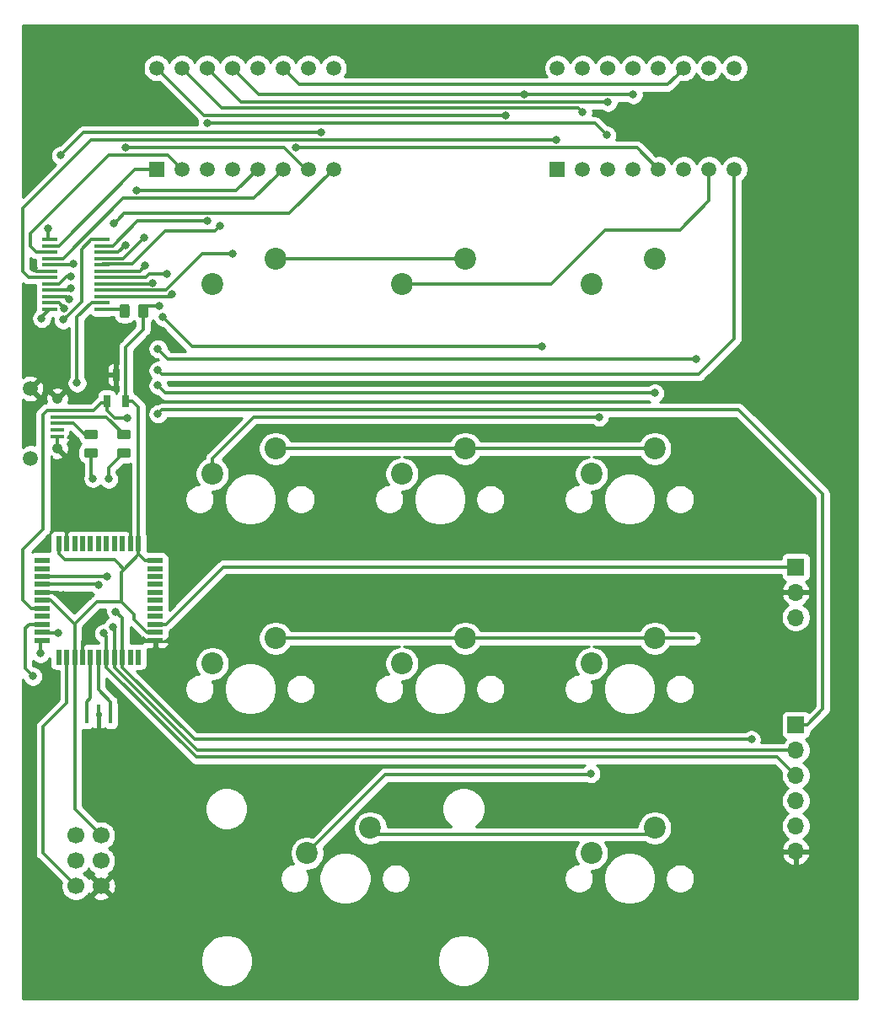
<source format=gbr>
G04 #@! TF.GenerationSoftware,KiCad,Pcbnew,(5.1.5-0)*
G04 #@! TF.CreationDate,2020-05-07T21:13:09-04:00*
G04 #@! TF.ProjectId,imperializer,696d7065-7269-4616-9c69-7a65722e6b69,1.0*
G04 #@! TF.SameCoordinates,Original*
G04 #@! TF.FileFunction,Copper,L1,Top*
G04 #@! TF.FilePolarity,Positive*
%FSLAX46Y46*%
G04 Gerber Fmt 4.6, Leading zero omitted, Abs format (unit mm)*
G04 Created by KiCad (PCBNEW (5.1.5-0)) date 2020-05-07 21:13:09*
%MOMM*%
%LPD*%
G04 APERTURE LIST*
%ADD10O,1.700000X1.700000*%
%ADD11R,1.700000X1.700000*%
%ADD12R,0.550000X1.500000*%
%ADD13R,1.500000X0.550000*%
%ADD14C,0.100000*%
%ADD15R,0.650000X1.220000*%
%ADD16R,0.400000X1.900000*%
%ADD17C,1.700000*%
%ADD18C,1.500000*%
%ADD19C,1.524000*%
%ADD20R,1.500000X1.500000*%
%ADD21R,1.350000X0.400000*%
%ADD22C,1.055600*%
%ADD23C,2.200000*%
%ADD24R,1.600000X0.410000*%
%ADD25C,0.800000*%
%ADD26C,0.304800*%
%ADD27C,0.355600*%
%ADD28C,0.254000*%
G04 APERTURE END LIST*
D10*
X166560500Y-120459500D03*
X166560500Y-117919500D03*
X166560500Y-115379500D03*
X166560500Y-112839500D03*
X166560500Y-110299500D03*
D11*
X166560500Y-107759500D03*
D10*
X166560500Y-96964500D03*
X166560500Y-94424500D03*
D11*
X166560500Y-91884500D03*
D12*
X92520000Y-89550000D03*
X93320000Y-89550000D03*
X94120000Y-89550000D03*
X94920000Y-89550000D03*
X95720000Y-89550000D03*
X96520000Y-89550000D03*
X97320000Y-89550000D03*
X98120000Y-89550000D03*
X98920000Y-89550000D03*
X99720000Y-89550000D03*
X100520000Y-89550000D03*
D13*
X102220000Y-91250000D03*
X102220000Y-92050000D03*
X102220000Y-92850000D03*
X102220000Y-93650000D03*
X102220000Y-94450000D03*
X102220000Y-95250000D03*
X102220000Y-96050000D03*
X102220000Y-96850000D03*
X102220000Y-97650000D03*
X102220000Y-98450000D03*
X102220000Y-99250000D03*
D12*
X100520000Y-100950000D03*
X99720000Y-100950000D03*
X98920000Y-100950000D03*
X98120000Y-100950000D03*
X97320000Y-100950000D03*
X96520000Y-100950000D03*
X95720000Y-100950000D03*
X94920000Y-100950000D03*
X94120000Y-100950000D03*
X93320000Y-100950000D03*
X92520000Y-100950000D03*
D13*
X90820000Y-99250000D03*
X90820000Y-98450000D03*
X90820000Y-97650000D03*
X90820000Y-96850000D03*
X90820000Y-96050000D03*
X90820000Y-95250000D03*
X90820000Y-94450000D03*
X90820000Y-93650000D03*
X90820000Y-92850000D03*
X90820000Y-92050000D03*
X90820000Y-91250000D03*
G04 #@! TA.AperFunction,SMDPad,CuDef*
D14*
G36*
X99406142Y-65468174D02*
G01*
X99429803Y-65471684D01*
X99453007Y-65477496D01*
X99475529Y-65485554D01*
X99497153Y-65495782D01*
X99517670Y-65508079D01*
X99536883Y-65522329D01*
X99554607Y-65538393D01*
X99570671Y-65556117D01*
X99584921Y-65575330D01*
X99597218Y-65595847D01*
X99607446Y-65617471D01*
X99615504Y-65639993D01*
X99621316Y-65663197D01*
X99624826Y-65686858D01*
X99626000Y-65710750D01*
X99626000Y-66623250D01*
X99624826Y-66647142D01*
X99621316Y-66670803D01*
X99615504Y-66694007D01*
X99607446Y-66716529D01*
X99597218Y-66738153D01*
X99584921Y-66758670D01*
X99570671Y-66777883D01*
X99554607Y-66795607D01*
X99536883Y-66811671D01*
X99517670Y-66825921D01*
X99497153Y-66838218D01*
X99475529Y-66848446D01*
X99453007Y-66856504D01*
X99429803Y-66862316D01*
X99406142Y-66865826D01*
X99382250Y-66867000D01*
X98894750Y-66867000D01*
X98870858Y-66865826D01*
X98847197Y-66862316D01*
X98823993Y-66856504D01*
X98801471Y-66848446D01*
X98779847Y-66838218D01*
X98759330Y-66825921D01*
X98740117Y-66811671D01*
X98722393Y-66795607D01*
X98706329Y-66777883D01*
X98692079Y-66758670D01*
X98679782Y-66738153D01*
X98669554Y-66716529D01*
X98661496Y-66694007D01*
X98655684Y-66670803D01*
X98652174Y-66647142D01*
X98651000Y-66623250D01*
X98651000Y-65710750D01*
X98652174Y-65686858D01*
X98655684Y-65663197D01*
X98661496Y-65639993D01*
X98669554Y-65617471D01*
X98679782Y-65595847D01*
X98692079Y-65575330D01*
X98706329Y-65556117D01*
X98722393Y-65538393D01*
X98740117Y-65522329D01*
X98759330Y-65508079D01*
X98779847Y-65495782D01*
X98801471Y-65485554D01*
X98823993Y-65477496D01*
X98847197Y-65471684D01*
X98870858Y-65468174D01*
X98894750Y-65467000D01*
X99382250Y-65467000D01*
X99406142Y-65468174D01*
G37*
G04 #@! TD.AperFunction*
G04 #@! TA.AperFunction,SMDPad,CuDef*
G36*
X101281142Y-65468174D02*
G01*
X101304803Y-65471684D01*
X101328007Y-65477496D01*
X101350529Y-65485554D01*
X101372153Y-65495782D01*
X101392670Y-65508079D01*
X101411883Y-65522329D01*
X101429607Y-65538393D01*
X101445671Y-65556117D01*
X101459921Y-65575330D01*
X101472218Y-65595847D01*
X101482446Y-65617471D01*
X101490504Y-65639993D01*
X101496316Y-65663197D01*
X101499826Y-65686858D01*
X101501000Y-65710750D01*
X101501000Y-66623250D01*
X101499826Y-66647142D01*
X101496316Y-66670803D01*
X101490504Y-66694007D01*
X101482446Y-66716529D01*
X101472218Y-66738153D01*
X101459921Y-66758670D01*
X101445671Y-66777883D01*
X101429607Y-66795607D01*
X101411883Y-66811671D01*
X101392670Y-66825921D01*
X101372153Y-66838218D01*
X101350529Y-66848446D01*
X101328007Y-66856504D01*
X101304803Y-66862316D01*
X101281142Y-66865826D01*
X101257250Y-66867000D01*
X100769750Y-66867000D01*
X100745858Y-66865826D01*
X100722197Y-66862316D01*
X100698993Y-66856504D01*
X100676471Y-66848446D01*
X100654847Y-66838218D01*
X100634330Y-66825921D01*
X100615117Y-66811671D01*
X100597393Y-66795607D01*
X100581329Y-66777883D01*
X100567079Y-66758670D01*
X100554782Y-66738153D01*
X100544554Y-66716529D01*
X100536496Y-66694007D01*
X100530684Y-66670803D01*
X100527174Y-66647142D01*
X100526000Y-66623250D01*
X100526000Y-65710750D01*
X100527174Y-65686858D01*
X100530684Y-65663197D01*
X100536496Y-65639993D01*
X100544554Y-65617471D01*
X100554782Y-65595847D01*
X100567079Y-65575330D01*
X100581329Y-65556117D01*
X100597393Y-65538393D01*
X100615117Y-65522329D01*
X100634330Y-65508079D01*
X100654847Y-65495782D01*
X100676471Y-65485554D01*
X100698993Y-65477496D01*
X100722197Y-65471684D01*
X100745858Y-65468174D01*
X100769750Y-65467000D01*
X101257250Y-65467000D01*
X101281142Y-65468174D01*
G37*
G04 #@! TD.AperFunction*
G04 #@! TA.AperFunction,SMDPad,CuDef*
G36*
X99540142Y-78078174D02*
G01*
X99563803Y-78081684D01*
X99587007Y-78087496D01*
X99609529Y-78095554D01*
X99631153Y-78105782D01*
X99651670Y-78118079D01*
X99670883Y-78132329D01*
X99688607Y-78148393D01*
X99704671Y-78166117D01*
X99718921Y-78185330D01*
X99731218Y-78205847D01*
X99741446Y-78227471D01*
X99749504Y-78249993D01*
X99755316Y-78273197D01*
X99758826Y-78296858D01*
X99760000Y-78320750D01*
X99760000Y-78808250D01*
X99758826Y-78832142D01*
X99755316Y-78855803D01*
X99749504Y-78879007D01*
X99741446Y-78901529D01*
X99731218Y-78923153D01*
X99718921Y-78943670D01*
X99704671Y-78962883D01*
X99688607Y-78980607D01*
X99670883Y-78996671D01*
X99651670Y-79010921D01*
X99631153Y-79023218D01*
X99609529Y-79033446D01*
X99587007Y-79041504D01*
X99563803Y-79047316D01*
X99540142Y-79050826D01*
X99516250Y-79052000D01*
X98603750Y-79052000D01*
X98579858Y-79050826D01*
X98556197Y-79047316D01*
X98532993Y-79041504D01*
X98510471Y-79033446D01*
X98488847Y-79023218D01*
X98468330Y-79010921D01*
X98449117Y-78996671D01*
X98431393Y-78980607D01*
X98415329Y-78962883D01*
X98401079Y-78943670D01*
X98388782Y-78923153D01*
X98378554Y-78901529D01*
X98370496Y-78879007D01*
X98364684Y-78855803D01*
X98361174Y-78832142D01*
X98360000Y-78808250D01*
X98360000Y-78320750D01*
X98361174Y-78296858D01*
X98364684Y-78273197D01*
X98370496Y-78249993D01*
X98378554Y-78227471D01*
X98388782Y-78205847D01*
X98401079Y-78185330D01*
X98415329Y-78166117D01*
X98431393Y-78148393D01*
X98449117Y-78132329D01*
X98468330Y-78118079D01*
X98488847Y-78105782D01*
X98510471Y-78095554D01*
X98532993Y-78087496D01*
X98556197Y-78081684D01*
X98579858Y-78078174D01*
X98603750Y-78077000D01*
X99516250Y-78077000D01*
X99540142Y-78078174D01*
G37*
G04 #@! TD.AperFunction*
G04 #@! TA.AperFunction,SMDPad,CuDef*
G36*
X99540142Y-79953174D02*
G01*
X99563803Y-79956684D01*
X99587007Y-79962496D01*
X99609529Y-79970554D01*
X99631153Y-79980782D01*
X99651670Y-79993079D01*
X99670883Y-80007329D01*
X99688607Y-80023393D01*
X99704671Y-80041117D01*
X99718921Y-80060330D01*
X99731218Y-80080847D01*
X99741446Y-80102471D01*
X99749504Y-80124993D01*
X99755316Y-80148197D01*
X99758826Y-80171858D01*
X99760000Y-80195750D01*
X99760000Y-80683250D01*
X99758826Y-80707142D01*
X99755316Y-80730803D01*
X99749504Y-80754007D01*
X99741446Y-80776529D01*
X99731218Y-80798153D01*
X99718921Y-80818670D01*
X99704671Y-80837883D01*
X99688607Y-80855607D01*
X99670883Y-80871671D01*
X99651670Y-80885921D01*
X99631153Y-80898218D01*
X99609529Y-80908446D01*
X99587007Y-80916504D01*
X99563803Y-80922316D01*
X99540142Y-80925826D01*
X99516250Y-80927000D01*
X98603750Y-80927000D01*
X98579858Y-80925826D01*
X98556197Y-80922316D01*
X98532993Y-80916504D01*
X98510471Y-80908446D01*
X98488847Y-80898218D01*
X98468330Y-80885921D01*
X98449117Y-80871671D01*
X98431393Y-80855607D01*
X98415329Y-80837883D01*
X98401079Y-80818670D01*
X98388782Y-80798153D01*
X98378554Y-80776529D01*
X98370496Y-80754007D01*
X98364684Y-80730803D01*
X98361174Y-80707142D01*
X98360000Y-80683250D01*
X98360000Y-80195750D01*
X98361174Y-80171858D01*
X98364684Y-80148197D01*
X98370496Y-80124993D01*
X98378554Y-80102471D01*
X98388782Y-80080847D01*
X98401079Y-80060330D01*
X98415329Y-80041117D01*
X98431393Y-80023393D01*
X98449117Y-80007329D01*
X98468330Y-79993079D01*
X98488847Y-79980782D01*
X98510471Y-79970554D01*
X98532993Y-79962496D01*
X98556197Y-79956684D01*
X98579858Y-79953174D01*
X98603750Y-79952000D01*
X99516250Y-79952000D01*
X99540142Y-79953174D01*
G37*
G04 #@! TD.AperFunction*
G04 #@! TA.AperFunction,SMDPad,CuDef*
G36*
X96238142Y-78078174D02*
G01*
X96261803Y-78081684D01*
X96285007Y-78087496D01*
X96307529Y-78095554D01*
X96329153Y-78105782D01*
X96349670Y-78118079D01*
X96368883Y-78132329D01*
X96386607Y-78148393D01*
X96402671Y-78166117D01*
X96416921Y-78185330D01*
X96429218Y-78205847D01*
X96439446Y-78227471D01*
X96447504Y-78249993D01*
X96453316Y-78273197D01*
X96456826Y-78296858D01*
X96458000Y-78320750D01*
X96458000Y-78808250D01*
X96456826Y-78832142D01*
X96453316Y-78855803D01*
X96447504Y-78879007D01*
X96439446Y-78901529D01*
X96429218Y-78923153D01*
X96416921Y-78943670D01*
X96402671Y-78962883D01*
X96386607Y-78980607D01*
X96368883Y-78996671D01*
X96349670Y-79010921D01*
X96329153Y-79023218D01*
X96307529Y-79033446D01*
X96285007Y-79041504D01*
X96261803Y-79047316D01*
X96238142Y-79050826D01*
X96214250Y-79052000D01*
X95301750Y-79052000D01*
X95277858Y-79050826D01*
X95254197Y-79047316D01*
X95230993Y-79041504D01*
X95208471Y-79033446D01*
X95186847Y-79023218D01*
X95166330Y-79010921D01*
X95147117Y-78996671D01*
X95129393Y-78980607D01*
X95113329Y-78962883D01*
X95099079Y-78943670D01*
X95086782Y-78923153D01*
X95076554Y-78901529D01*
X95068496Y-78879007D01*
X95062684Y-78855803D01*
X95059174Y-78832142D01*
X95058000Y-78808250D01*
X95058000Y-78320750D01*
X95059174Y-78296858D01*
X95062684Y-78273197D01*
X95068496Y-78249993D01*
X95076554Y-78227471D01*
X95086782Y-78205847D01*
X95099079Y-78185330D01*
X95113329Y-78166117D01*
X95129393Y-78148393D01*
X95147117Y-78132329D01*
X95166330Y-78118079D01*
X95186847Y-78105782D01*
X95208471Y-78095554D01*
X95230993Y-78087496D01*
X95254197Y-78081684D01*
X95277858Y-78078174D01*
X95301750Y-78077000D01*
X96214250Y-78077000D01*
X96238142Y-78078174D01*
G37*
G04 #@! TD.AperFunction*
G04 #@! TA.AperFunction,SMDPad,CuDef*
G36*
X96238142Y-79953174D02*
G01*
X96261803Y-79956684D01*
X96285007Y-79962496D01*
X96307529Y-79970554D01*
X96329153Y-79980782D01*
X96349670Y-79993079D01*
X96368883Y-80007329D01*
X96386607Y-80023393D01*
X96402671Y-80041117D01*
X96416921Y-80060330D01*
X96429218Y-80080847D01*
X96439446Y-80102471D01*
X96447504Y-80124993D01*
X96453316Y-80148197D01*
X96456826Y-80171858D01*
X96458000Y-80195750D01*
X96458000Y-80683250D01*
X96456826Y-80707142D01*
X96453316Y-80730803D01*
X96447504Y-80754007D01*
X96439446Y-80776529D01*
X96429218Y-80798153D01*
X96416921Y-80818670D01*
X96402671Y-80837883D01*
X96386607Y-80855607D01*
X96368883Y-80871671D01*
X96349670Y-80885921D01*
X96329153Y-80898218D01*
X96307529Y-80908446D01*
X96285007Y-80916504D01*
X96261803Y-80922316D01*
X96238142Y-80925826D01*
X96214250Y-80927000D01*
X95301750Y-80927000D01*
X95277858Y-80925826D01*
X95254197Y-80922316D01*
X95230993Y-80916504D01*
X95208471Y-80908446D01*
X95186847Y-80898218D01*
X95166330Y-80885921D01*
X95147117Y-80871671D01*
X95129393Y-80855607D01*
X95113329Y-80837883D01*
X95099079Y-80818670D01*
X95086782Y-80798153D01*
X95076554Y-80776529D01*
X95068496Y-80754007D01*
X95062684Y-80730803D01*
X95059174Y-80707142D01*
X95058000Y-80683250D01*
X95058000Y-80195750D01*
X95059174Y-80171858D01*
X95062684Y-80148197D01*
X95068496Y-80124993D01*
X95076554Y-80102471D01*
X95086782Y-80080847D01*
X95099079Y-80060330D01*
X95113329Y-80041117D01*
X95129393Y-80023393D01*
X95147117Y-80007329D01*
X95166330Y-79993079D01*
X95186847Y-79980782D01*
X95208471Y-79970554D01*
X95230993Y-79962496D01*
X95254197Y-79956684D01*
X95277858Y-79953174D01*
X95301750Y-79952000D01*
X96214250Y-79952000D01*
X96238142Y-79953174D01*
G37*
G04 #@! TD.AperFunction*
D15*
X98298000Y-72604000D03*
X99248000Y-75224000D03*
X97348000Y-75224000D03*
D16*
X95320000Y-106680000D03*
X96520000Y-106680000D03*
X97720000Y-106680000D03*
D17*
X94234000Y-118872000D03*
X96774000Y-118872000D03*
X94234000Y-121412000D03*
X96774000Y-121412000D03*
X94234000Y-123952000D03*
X96774000Y-123952000D03*
D18*
X142621000Y-41783000D03*
X160401000Y-51943000D03*
D19*
X147701000Y-41783000D03*
X150241000Y-41783000D03*
D18*
X152781000Y-41783000D03*
X155321000Y-41783000D03*
X157861000Y-41783000D03*
X160401000Y-41783000D03*
X145161000Y-41783000D03*
X157861000Y-51943000D03*
X155321000Y-51943000D03*
X152781000Y-51943000D03*
X150241000Y-51943000D03*
X147701000Y-51943000D03*
X145161000Y-51943000D03*
D20*
X142621000Y-51943000D03*
D21*
X92362000Y-78120000D03*
X92362000Y-77470000D03*
X92362000Y-78770000D03*
D18*
X89662000Y-73970400D03*
X89662000Y-80969600D03*
D22*
X92362000Y-79970000D03*
D21*
X92362000Y-76820000D03*
X92362000Y-76170000D03*
D22*
X92362000Y-74970000D03*
D23*
X117475000Y-120650000D03*
X123825000Y-118110000D03*
X146050000Y-120650000D03*
X152400000Y-118110000D03*
X146050000Y-63500000D03*
X152400000Y-60960000D03*
D18*
X102362000Y-41783000D03*
X120142000Y-51943000D03*
D19*
X107442000Y-41783000D03*
X109982000Y-41783000D03*
D18*
X112522000Y-41783000D03*
X115062000Y-41783000D03*
X117602000Y-41783000D03*
X120142000Y-41783000D03*
X104902000Y-41783000D03*
X117602000Y-51943000D03*
X115062000Y-51943000D03*
X112522000Y-51943000D03*
X109982000Y-51943000D03*
X107442000Y-51943000D03*
X104902000Y-51943000D03*
D20*
X102362000Y-51943000D03*
D23*
X127000000Y-63500000D03*
X133350000Y-60960000D03*
X146050000Y-82550000D03*
X152400000Y-80010000D03*
X127000000Y-82550000D03*
X133350000Y-80010000D03*
X107950000Y-82550000D03*
X114300000Y-80010000D03*
X107950000Y-63500000D03*
X114300000Y-60960000D03*
X146050000Y-101600000D03*
X152400000Y-99060000D03*
X127000000Y-101600000D03*
X133350000Y-99060000D03*
X107950000Y-101600000D03*
X114300000Y-99060000D03*
D24*
X96888300Y-58991500D03*
X96888300Y-59626500D03*
X96888300Y-60261500D03*
X96888300Y-60896500D03*
X96888300Y-64071500D03*
X96888300Y-64706500D03*
X96888300Y-65341500D03*
X96888300Y-65976500D03*
X91579700Y-65976500D03*
X91579700Y-65341500D03*
X91579700Y-64706500D03*
X91579700Y-64071500D03*
X91579700Y-60896500D03*
X91579700Y-60261500D03*
X91579700Y-59626500D03*
X91579700Y-58991500D03*
X91579700Y-61531500D03*
X91579700Y-62166500D03*
X96888300Y-62166500D03*
X96888300Y-61531500D03*
X91579700Y-62801500D03*
X91579700Y-63436500D03*
X96888300Y-62801500D03*
X96888300Y-63436500D03*
D25*
X95377000Y-98996500D03*
X92456000Y-98552000D03*
X92964000Y-94678500D03*
X89979500Y-61849000D03*
X89916000Y-64706500D03*
X99377500Y-76898500D03*
X102489000Y-76517500D03*
X103886000Y-64516000D03*
X147700998Y-45212000D03*
X137414004Y-46539190D03*
X101981000Y-63366690D03*
X108712000Y-57658000D03*
X150241000Y-44450000D03*
X139319000Y-44450000D03*
X145986500Y-112649000D03*
X107442000Y-57150000D03*
X147574000Y-48514000D03*
X107449759Y-47313810D03*
X100330000Y-54102000D03*
X116332000Y-49784000D03*
X146812000Y-76835000D03*
X101092000Y-58801000D03*
X109982000Y-60452000D03*
X145161000Y-46227996D03*
X103378000Y-62484006D03*
X99245896Y-49726810D03*
X99196624Y-59572624D03*
X93599000Y-65024000D03*
X102489000Y-72136000D03*
X102489000Y-69977000D03*
X93726000Y-63881000D03*
X156591000Y-70993000D03*
X93980000Y-61468000D03*
X98044008Y-57404000D03*
X101219000Y-61595000D03*
X102616000Y-65659000D03*
X142494000Y-49022000D03*
X102997000Y-66802000D03*
X93726000Y-62738002D03*
X141097000Y-69723000D03*
X96520000Y-93726000D03*
X95954810Y-82989896D03*
X97396000Y-92850000D03*
X97536000Y-83058000D03*
X90678000Y-100584000D03*
X89916000Y-102870000D03*
X97028000Y-98552000D03*
X94361000Y-73406000D03*
X91440000Y-57912000D03*
X97964799Y-97925349D03*
X118872000Y-48260000D03*
X92710000Y-50546000D03*
X90805000Y-66929000D03*
X93091000Y-65913000D03*
X102489000Y-73660000D03*
X152400000Y-74422000D03*
X92964000Y-67056000D03*
X162115500Y-109220000D03*
X98256297Y-96363947D03*
D26*
X95720000Y-102004800D02*
X95720000Y-100950000D01*
X95720000Y-105025200D02*
X95720000Y-102004800D01*
X95320000Y-105425200D02*
X95720000Y-105025200D01*
X95320000Y-106680000D02*
X95320000Y-105425200D01*
X90922000Y-98552000D02*
X90820000Y-98450000D01*
X92456000Y-98552000D02*
X90922000Y-98552000D01*
X96520000Y-102004800D02*
X96520000Y-100950000D01*
X96520000Y-104225200D02*
X96520000Y-102004800D01*
X97720000Y-105425200D02*
X96520000Y-104225200D01*
X97720000Y-106680000D02*
X97720000Y-105425200D01*
X93341800Y-77470000D02*
X92362000Y-77470000D01*
X93963500Y-77470000D02*
X93341800Y-77470000D01*
X95058000Y-78564500D02*
X93963500Y-77470000D01*
X95758000Y-78564500D02*
X95058000Y-78564500D01*
X94920000Y-99390000D02*
X95250000Y-99060000D01*
X94920000Y-100950000D02*
X94920000Y-99390000D01*
X101165200Y-99250000D02*
X100975200Y-99060000D01*
X102220000Y-99250000D02*
X101165200Y-99250000D01*
X92362000Y-78770000D02*
X92362000Y-79970000D01*
X93320000Y-88495200D02*
X93472000Y-88343200D01*
X93320000Y-89550000D02*
X93320000Y-88495200D01*
X90820000Y-94450000D02*
X92456000Y-94450000D01*
X99720000Y-87909000D02*
X98552000Y-86741000D01*
X98552000Y-86741000D02*
X98425000Y-86741000D01*
X99720000Y-89550000D02*
X99720000Y-87909000D01*
X90297000Y-62166500D02*
X89979500Y-61849000D01*
X91579700Y-62166500D02*
X90297000Y-62166500D01*
X97315500Y-76820000D02*
X92362000Y-76820000D01*
X99060000Y-78564500D02*
X97315500Y-76820000D01*
X92362000Y-76170000D02*
X96042000Y-76170000D01*
X96042000Y-76170000D02*
X96774000Y-75438000D01*
X97134000Y-75438000D02*
X97348000Y-75224000D01*
X96774000Y-75438000D02*
X97134000Y-75438000D01*
D27*
X91331400Y-76170000D02*
X90932000Y-76569400D01*
X92362000Y-76170000D02*
X91331400Y-76170000D01*
X90932000Y-76569400D02*
X90932000Y-88138000D01*
X90932000Y-88138000D02*
X88900000Y-90170000D01*
X89714400Y-96050000D02*
X90820000Y-96050000D01*
X88900000Y-95235600D02*
X89714400Y-96050000D01*
X88900000Y-90170000D02*
X88900000Y-95235600D01*
D26*
X98107700Y-76898500D02*
X99377500Y-76898500D01*
X97348000Y-76138800D02*
X98107700Y-76898500D01*
X97348000Y-75224000D02*
X97348000Y-76138800D01*
X102888999Y-76117501D02*
X160826501Y-76117501D01*
X102489000Y-76517500D02*
X102888999Y-76117501D01*
X160826501Y-76117501D02*
X169291000Y-84582000D01*
X167715300Y-107759500D02*
X166560500Y-107759500D01*
X169291000Y-106183800D02*
X167715300Y-107759500D01*
X169291000Y-84582000D02*
X169291000Y-106183800D01*
X96888300Y-64706500D02*
X103695500Y-64706500D01*
X103695500Y-64706500D02*
X103886000Y-64516000D01*
X110871000Y-45212000D02*
X147700998Y-45212000D01*
X107442000Y-41783000D02*
X110871000Y-45212000D01*
X102362000Y-41783000D02*
X107118190Y-46539190D01*
X107118190Y-46539190D02*
X137414004Y-46539190D01*
X101911190Y-63436500D02*
X101981000Y-63366690D01*
X96888300Y-63436500D02*
X101911190Y-63436500D01*
X109982000Y-41783000D02*
X112649000Y-44450000D01*
X139319000Y-44450000D02*
X150241000Y-44450000D01*
X112649000Y-44450000D02*
X139319000Y-44450000D01*
X108312001Y-58057999D02*
X108712000Y-57658000D01*
X108204000Y-58166000D02*
X108312001Y-58057999D01*
X96888300Y-61531500D02*
X96951800Y-61468000D01*
X103251000Y-58166000D02*
X108204000Y-58166000D01*
X99949000Y-61468000D02*
X103251000Y-58166000D01*
X96951800Y-61468000D02*
X99949000Y-61468000D01*
X145859500Y-112776000D02*
X145986500Y-112649000D01*
D27*
X125349000Y-112776000D02*
X145859500Y-112776000D01*
X117475000Y-120650000D02*
X125349000Y-112776000D01*
D26*
X147574000Y-48514000D02*
X146373810Y-47313810D01*
X146373810Y-47313810D02*
X108015444Y-47313810D01*
X108015444Y-47313810D02*
X107449759Y-47313810D01*
X106876315Y-57150000D02*
X107442000Y-57150000D01*
X100457000Y-57150000D02*
X106876315Y-57150000D01*
X97980500Y-59626500D02*
X100457000Y-57150000D01*
X96888300Y-59626500D02*
X97980500Y-59626500D01*
X112522000Y-51943000D02*
X110363000Y-54102000D01*
X110363000Y-54102000D02*
X100330000Y-54102000D01*
X152781000Y-51943000D02*
X150622000Y-49784000D01*
X150622000Y-49784000D02*
X116332000Y-49784000D01*
X107950000Y-80994366D02*
X112109366Y-76835000D01*
X107950000Y-82550000D02*
X107950000Y-80994366D01*
X112109366Y-76835000D02*
X146812000Y-76835000D01*
X96888300Y-60896500D02*
X98996500Y-60896500D01*
X98996500Y-60896500D02*
X101092000Y-58801000D01*
X153670000Y-43434000D02*
X154571001Y-42532999D01*
X116713000Y-43434000D02*
X153670000Y-43434000D01*
X154571001Y-42532999D02*
X155321000Y-41783000D01*
X115062000Y-41783000D02*
X116713000Y-43434000D01*
X106934000Y-60452000D02*
X109416315Y-60452000D01*
X103308198Y-64077802D02*
X106934000Y-60452000D01*
X96888300Y-64071500D02*
X100874392Y-64071500D01*
X109416315Y-60452000D02*
X109982000Y-60452000D01*
X100874392Y-64071500D02*
X100880694Y-64077802D01*
X100880694Y-64077802D02*
X103308198Y-64077802D01*
X104902000Y-41783000D02*
X108896198Y-45777198D01*
X108896198Y-45777198D02*
X144710202Y-45777198D01*
X144761001Y-45827997D02*
X145161000Y-46227996D01*
X144710202Y-45777198D02*
X144761001Y-45827997D01*
X101599994Y-62484006D02*
X103378000Y-62484006D01*
X101282500Y-62801500D02*
X101599994Y-62484006D01*
X96888300Y-62801500D02*
X101282500Y-62801500D01*
X99811581Y-49726810D02*
X99245896Y-49726810D01*
X115131810Y-49726810D02*
X99811581Y-49726810D01*
X117348000Y-51943000D02*
X115131810Y-49726810D01*
X117602000Y-51943000D02*
X117348000Y-51943000D01*
X157861000Y-55118000D02*
X157861000Y-51943000D01*
X154940000Y-58039000D02*
X157861000Y-55118000D01*
X147447000Y-58039000D02*
X154940000Y-58039000D01*
X141986000Y-63500000D02*
X147447000Y-58039000D01*
X127000000Y-63500000D02*
X141986000Y-63500000D01*
X98507748Y-60261500D02*
X99196624Y-59572624D01*
X96888300Y-60261500D02*
X98507748Y-60261500D01*
X93320000Y-100950000D02*
X93320000Y-105562000D01*
X93320000Y-105562000D02*
X90932000Y-107950000D01*
X90932000Y-120650000D02*
X94234000Y-123952000D01*
X90932000Y-107950000D02*
X90932000Y-120650000D01*
D27*
X97726500Y-65976500D02*
X96888300Y-65976500D01*
X98948000Y-65976500D02*
X99138500Y-66167000D01*
X96888300Y-65976500D02*
X98948000Y-65976500D01*
D26*
X93281500Y-64706500D02*
X93599000Y-65024000D01*
X91579700Y-64706500D02*
X93281500Y-64706500D01*
X160401000Y-68961000D02*
X160401000Y-51943000D01*
X156826001Y-72535999D02*
X160401000Y-68961000D01*
X102888999Y-72535999D02*
X156826001Y-72535999D01*
X102489000Y-72136000D02*
X102888999Y-72535999D01*
X91579700Y-64071500D02*
X93535500Y-64071500D01*
X93535500Y-64071500D02*
X93726000Y-63881000D01*
X103505000Y-70993000D02*
X156591000Y-70993000D01*
X102489000Y-69977000D02*
X103505000Y-70993000D01*
D27*
X112141000Y-54864000D02*
X114312001Y-52692999D01*
X114312001Y-52692999D02*
X115062000Y-51943000D01*
X91579700Y-60896500D02*
X92962802Y-60896500D01*
X92962802Y-60896500D02*
X98995302Y-54864000D01*
X98995302Y-54864000D02*
X112141000Y-54864000D01*
D26*
X90233500Y-60261500D02*
X91579700Y-60261500D01*
X104902000Y-51943000D02*
X103505000Y-50546000D01*
X89662000Y-59690000D02*
X90233500Y-60261500D01*
X97536000Y-50546000D02*
X89662000Y-58420000D01*
X103505000Y-50546000D02*
X97536000Y-50546000D01*
X89662000Y-58420000D02*
X89662000Y-59690000D01*
D27*
X100203000Y-51943000D02*
X102362000Y-51943000D01*
X92519500Y-59626500D02*
X100203000Y-51943000D01*
X91579700Y-59626500D02*
X92519500Y-59626500D01*
X93916500Y-61531500D02*
X93980000Y-61468000D01*
X91579700Y-61531500D02*
X93916500Y-61531500D01*
X98444007Y-57004001D02*
X98044008Y-57404000D01*
X115697000Y-56388000D02*
X99060008Y-56388000D01*
X120142000Y-51943000D02*
X115697000Y-56388000D01*
X99060008Y-56388000D02*
X98444007Y-57004001D01*
D26*
X100520000Y-90604800D02*
X100520000Y-89550000D01*
X101165200Y-91250000D02*
X100520000Y-90604800D01*
X102220000Y-91250000D02*
X101165200Y-91250000D01*
D27*
X100520000Y-88444400D02*
X100520000Y-89550000D01*
X100520000Y-75815400D02*
X100520000Y-88444400D01*
X99928600Y-75224000D02*
X100520000Y-75815400D01*
X99248000Y-75224000D02*
X99928600Y-75224000D01*
D26*
X94120000Y-116218000D02*
X94120000Y-100950000D01*
X96774000Y-118872000D02*
X94120000Y-116218000D01*
D27*
X99248000Y-75224000D02*
X99248000Y-69837500D01*
X101013500Y-68072000D02*
X101013500Y-66167000D01*
X99248000Y-69837500D02*
X101013500Y-68072000D01*
X96888300Y-62166500D02*
X100647500Y-62166500D01*
X100647500Y-62166500D02*
X101219000Y-61595000D01*
X101521500Y-65659000D02*
X101013500Y-66167000D01*
X102616000Y-65659000D02*
X101521500Y-65659000D01*
D26*
X94120000Y-100950000D02*
X94120000Y-97586500D01*
X91694000Y-95250000D02*
X90820000Y-95250000D01*
X94030500Y-97586500D02*
X91694000Y-95250000D01*
X94120000Y-97586500D02*
X94030500Y-97586500D01*
X96335802Y-95370698D02*
X98799698Y-95370698D01*
X94120000Y-97586500D02*
X96335802Y-95370698D01*
X100520000Y-90678500D02*
X100520000Y-90604800D01*
X99060000Y-92138500D02*
X100520000Y-90678500D01*
X98615500Y-91694000D02*
X99060000Y-92138500D01*
X92520000Y-90604800D02*
X93101200Y-91186000D01*
X98107500Y-91186000D02*
X98615500Y-91694000D01*
X93101200Y-91186000D02*
X98107500Y-91186000D01*
X92520000Y-89550000D02*
X92520000Y-90604800D01*
X100076000Y-97191392D02*
X101334608Y-98450000D01*
X101334608Y-98450000D02*
X102220000Y-98450000D01*
X100076000Y-96647000D02*
X100076000Y-97191392D01*
X98799698Y-95370698D02*
X100076000Y-96647000D01*
X98806000Y-92392500D02*
X99060000Y-92138500D01*
X98806000Y-95364396D02*
X98806000Y-92392500D01*
X98799698Y-95370698D02*
X98806000Y-95364396D01*
X88900000Y-55880000D02*
X95758000Y-49022000D01*
X91579700Y-62801500D02*
X89471500Y-62801500D01*
X89471500Y-62801500D02*
X88900000Y-62230000D01*
X88900000Y-62230000D02*
X88900000Y-55880000D01*
X141928315Y-49022000D02*
X142494000Y-49022000D01*
X95758000Y-49022000D02*
X141928315Y-49022000D01*
X93281500Y-62738002D02*
X93726000Y-62738002D01*
X92583002Y-63436500D02*
X93281500Y-62738002D01*
X91579700Y-63436500D02*
X92583002Y-63436500D01*
X105918000Y-69723000D02*
X141097000Y-69723000D01*
X102997000Y-66802000D02*
X105918000Y-69723000D01*
X90820000Y-93650000D02*
X96444000Y-93650000D01*
X96444000Y-93650000D02*
X96520000Y-93726000D01*
X95758000Y-82793086D02*
X95954810Y-82989896D01*
X95758000Y-80439500D02*
X95758000Y-82793086D01*
X90820000Y-92850000D02*
X97396000Y-92850000D01*
X97536000Y-81963500D02*
X99060000Y-80439500D01*
X97536000Y-83058000D02*
X97536000Y-81963500D01*
X90678000Y-99392000D02*
X90820000Y-99250000D01*
X90678000Y-100584000D02*
X90678000Y-99392000D01*
X89916000Y-102870000D02*
X89154000Y-102108000D01*
X89154000Y-102108000D02*
X89154000Y-98044000D01*
X89548000Y-97650000D02*
X90362790Y-97650000D01*
X89154000Y-98044000D02*
X89548000Y-97650000D01*
X97320000Y-98844000D02*
X97028000Y-98552000D01*
X97320000Y-100950000D02*
X97320000Y-98844000D01*
X94361000Y-72840315D02*
X94361000Y-73406000D01*
X94361000Y-66802000D02*
X94361000Y-72840315D01*
X95821500Y-65341500D02*
X94361000Y-66802000D01*
X96888300Y-65341500D02*
X95821500Y-65341500D01*
X97320000Y-102004800D02*
X106313200Y-110998000D01*
X97320000Y-100950000D02*
X97320000Y-102004800D01*
X164719000Y-110998000D02*
X166560500Y-112839500D01*
X106313200Y-110998000D02*
X164719000Y-110998000D01*
X91440000Y-58851800D02*
X91579700Y-58991500D01*
X91440000Y-57912000D02*
X91440000Y-58851800D01*
X106414700Y-110299500D02*
X98120000Y-102004800D01*
X98120000Y-102004800D02*
X98120000Y-100950000D01*
X166560500Y-110299500D02*
X106414700Y-110299500D01*
X98120000Y-98080550D02*
X97964799Y-97925349D01*
X98120000Y-100950000D02*
X98120000Y-98080550D01*
D27*
X114300000Y-60960000D02*
X133350000Y-60960000D01*
X114300000Y-80010000D02*
X133350000Y-80010000D01*
X133350000Y-80010000D02*
X152400000Y-80010000D01*
X114300000Y-99060000D02*
X133350000Y-99060000D01*
X133350000Y-99060000D02*
X152400000Y-99060000D01*
X152400000Y-99060000D02*
X156298800Y-99060000D01*
D26*
X94996000Y-48260000D02*
X92710000Y-50546000D01*
X118872000Y-48260000D02*
X94996000Y-48260000D01*
X90805000Y-66751200D02*
X91579700Y-65976500D01*
X90805000Y-66929000D02*
X90805000Y-66751200D01*
X92519500Y-65341500D02*
X93091000Y-65913000D01*
X91579700Y-65341500D02*
X92519500Y-65341500D01*
X103251000Y-74422000D02*
X152400000Y-74422000D01*
X102489000Y-73660000D02*
X103251000Y-74422000D01*
X151765000Y-118745000D02*
X152400000Y-118110000D01*
X124460000Y-118745000D02*
X151765000Y-118745000D01*
X123825000Y-118110000D02*
X124460000Y-118745000D01*
X95783500Y-58991500D02*
X94811802Y-59963198D01*
X94811802Y-65208198D02*
X93363999Y-66656001D01*
X96888300Y-58991500D02*
X95783500Y-58991500D01*
X94811802Y-59963198D02*
X94811802Y-65208198D01*
X93363999Y-66656001D02*
X92964000Y-67056000D01*
X98920000Y-102004800D02*
X106135200Y-109220000D01*
X98920000Y-100950000D02*
X98920000Y-102004800D01*
X106135200Y-109220000D02*
X162115500Y-109220000D01*
X98920000Y-100950000D02*
X98920000Y-97027650D01*
X98920000Y-97027650D02*
X98256297Y-96363947D01*
X103274800Y-97650000D02*
X109040300Y-91884500D01*
X109040300Y-91884500D02*
X166560500Y-91884500D01*
X102220000Y-97650000D02*
X103274800Y-97650000D01*
D28*
G36*
X172695001Y-135230000D02*
G01*
X88925000Y-135230000D01*
X88925000Y-131170475D01*
X106750000Y-131170475D01*
X106750000Y-131689525D01*
X106851261Y-132198601D01*
X107049893Y-132678141D01*
X107338262Y-133109715D01*
X107705285Y-133476738D01*
X108136859Y-133765107D01*
X108616399Y-133963739D01*
X109125475Y-134065000D01*
X109644525Y-134065000D01*
X110153601Y-133963739D01*
X110633141Y-133765107D01*
X111064715Y-133476738D01*
X111431738Y-133109715D01*
X111720107Y-132678141D01*
X111918739Y-132198601D01*
X112020000Y-131689525D01*
X112020000Y-131170475D01*
X130550000Y-131170475D01*
X130550000Y-131689525D01*
X130651261Y-132198601D01*
X130849893Y-132678141D01*
X131138262Y-133109715D01*
X131505285Y-133476738D01*
X131936859Y-133765107D01*
X132416399Y-133963739D01*
X132925475Y-134065000D01*
X133444525Y-134065000D01*
X133953601Y-133963739D01*
X134433141Y-133765107D01*
X134864715Y-133476738D01*
X135231738Y-133109715D01*
X135520107Y-132678141D01*
X135718739Y-132198601D01*
X135820000Y-131689525D01*
X135820000Y-131170475D01*
X135718739Y-130661399D01*
X135520107Y-130181859D01*
X135231738Y-129750285D01*
X134864715Y-129383262D01*
X134433141Y-129094893D01*
X133953601Y-128896261D01*
X133444525Y-128795000D01*
X132925475Y-128795000D01*
X132416399Y-128896261D01*
X131936859Y-129094893D01*
X131505285Y-129383262D01*
X131138262Y-129750285D01*
X130849893Y-130181859D01*
X130651261Y-130661399D01*
X130550000Y-131170475D01*
X112020000Y-131170475D01*
X111918739Y-130661399D01*
X111720107Y-130181859D01*
X111431738Y-129750285D01*
X111064715Y-129383262D01*
X110633141Y-129094893D01*
X110153601Y-128896261D01*
X109644525Y-128795000D01*
X109125475Y-128795000D01*
X108616399Y-128896261D01*
X108136859Y-129094893D01*
X107705285Y-129383262D01*
X107338262Y-129750285D01*
X107049893Y-130181859D01*
X106851261Y-130661399D01*
X106750000Y-131170475D01*
X88925000Y-131170475D01*
X88925000Y-103182100D01*
X88998795Y-103360256D01*
X89112063Y-103529774D01*
X89256226Y-103673937D01*
X89425744Y-103787205D01*
X89614102Y-103865226D01*
X89814061Y-103905000D01*
X90017939Y-103905000D01*
X90217898Y-103865226D01*
X90406256Y-103787205D01*
X90575774Y-103673937D01*
X90719937Y-103529774D01*
X90833205Y-103360256D01*
X90911226Y-103171898D01*
X90951000Y-102971939D01*
X90951000Y-102768061D01*
X90911226Y-102568102D01*
X90833205Y-102379744D01*
X90719937Y-102210226D01*
X90575774Y-102066063D01*
X90406256Y-101952795D01*
X90217898Y-101874774D01*
X90017939Y-101835000D01*
X89994551Y-101835000D01*
X89941400Y-101781849D01*
X89941400Y-101311111D01*
X90018226Y-101387937D01*
X90187744Y-101501205D01*
X90376102Y-101579226D01*
X90576061Y-101619000D01*
X90779939Y-101619000D01*
X90979898Y-101579226D01*
X91168256Y-101501205D01*
X91337774Y-101387937D01*
X91481937Y-101243774D01*
X91595205Y-101074256D01*
X91606928Y-101045954D01*
X91606928Y-101700000D01*
X91619188Y-101824482D01*
X91655498Y-101944180D01*
X91714463Y-102054494D01*
X91793815Y-102151185D01*
X91890506Y-102230537D01*
X92000820Y-102289502D01*
X92120518Y-102325812D01*
X92245000Y-102338072D01*
X92532600Y-102338072D01*
X92532601Y-105235848D01*
X90402578Y-107365872D01*
X90372531Y-107390531D01*
X90274134Y-107510429D01*
X90201018Y-107647218D01*
X90155994Y-107795644D01*
X90144600Y-107911328D01*
X90144600Y-107911337D01*
X90140792Y-107950000D01*
X90144600Y-107988663D01*
X90144601Y-120611327D01*
X90140792Y-120650000D01*
X90155995Y-120804357D01*
X90201018Y-120952782D01*
X90201019Y-120952783D01*
X90274135Y-121089572D01*
X90372532Y-121209469D01*
X90402573Y-121234123D01*
X92786361Y-123617913D01*
X92749000Y-123805740D01*
X92749000Y-124098260D01*
X92806068Y-124385158D01*
X92918010Y-124655411D01*
X93080525Y-124898632D01*
X93287368Y-125105475D01*
X93530589Y-125267990D01*
X93800842Y-125379932D01*
X94087740Y-125437000D01*
X94380260Y-125437000D01*
X94667158Y-125379932D01*
X94937411Y-125267990D01*
X95180632Y-125105475D01*
X95305710Y-124980397D01*
X95925208Y-124980397D01*
X96002843Y-125229472D01*
X96266883Y-125355371D01*
X96550411Y-125427339D01*
X96842531Y-125442611D01*
X97132019Y-125400599D01*
X97407747Y-125302919D01*
X97545157Y-125229472D01*
X97622792Y-124980397D01*
X96774000Y-124131605D01*
X95925208Y-124980397D01*
X95305710Y-124980397D01*
X95387475Y-124898632D01*
X95503311Y-124725271D01*
X95745603Y-124800792D01*
X96594395Y-123952000D01*
X96953605Y-123952000D01*
X97802397Y-124800792D01*
X98051472Y-124723157D01*
X98177371Y-124459117D01*
X98249339Y-124175589D01*
X98264611Y-123883469D01*
X98222599Y-123593981D01*
X98124919Y-123318253D01*
X98051472Y-123180843D01*
X97802397Y-123103208D01*
X96953605Y-123952000D01*
X96594395Y-123952000D01*
X95745603Y-123103208D01*
X95503311Y-123178729D01*
X95387475Y-123005368D01*
X95180632Y-122798525D01*
X95006240Y-122682000D01*
X95180632Y-122565475D01*
X95387475Y-122358632D01*
X95504000Y-122184240D01*
X95620525Y-122358632D01*
X95827368Y-122565475D01*
X96000729Y-122681311D01*
X95925208Y-122923603D01*
X96774000Y-123772395D01*
X97622792Y-122923603D01*
X97547271Y-122681311D01*
X97720632Y-122565475D01*
X97927475Y-122358632D01*
X98089990Y-122115411D01*
X98201932Y-121845158D01*
X98259000Y-121558260D01*
X98259000Y-121265740D01*
X98201932Y-120978842D01*
X98089990Y-120708589D01*
X97927475Y-120465368D01*
X97720632Y-120258525D01*
X97546240Y-120142000D01*
X97720632Y-120025475D01*
X97927475Y-119818632D01*
X98089990Y-119575411D01*
X98201932Y-119305158D01*
X98259000Y-119018260D01*
X98259000Y-118725740D01*
X98201932Y-118438842D01*
X98089990Y-118168589D01*
X97927475Y-117925368D01*
X97720632Y-117718525D01*
X97477411Y-117556010D01*
X97207158Y-117444068D01*
X96920260Y-117387000D01*
X96627740Y-117387000D01*
X96439912Y-117424362D01*
X94992809Y-115977259D01*
X107225000Y-115977259D01*
X107225000Y-116402741D01*
X107308008Y-116820049D01*
X107470833Y-117213144D01*
X107707219Y-117566920D01*
X108008080Y-117867781D01*
X108361856Y-118104167D01*
X108754951Y-118266992D01*
X109172259Y-118350000D01*
X109597741Y-118350000D01*
X110015049Y-118266992D01*
X110408144Y-118104167D01*
X110761920Y-117867781D01*
X111062781Y-117566920D01*
X111299167Y-117213144D01*
X111461992Y-116820049D01*
X111545000Y-116402741D01*
X111545000Y-115977259D01*
X111461992Y-115559951D01*
X111299167Y-115166856D01*
X111062781Y-114813080D01*
X110761920Y-114512219D01*
X110408144Y-114275833D01*
X110015049Y-114113008D01*
X109597741Y-114030000D01*
X109172259Y-114030000D01*
X108754951Y-114113008D01*
X108361856Y-114275833D01*
X108008080Y-114512219D01*
X107707219Y-114813080D01*
X107470833Y-115166856D01*
X107308008Y-115559951D01*
X107225000Y-115977259D01*
X94992809Y-115977259D01*
X94907400Y-115891850D01*
X94907400Y-108229082D01*
X94995518Y-108255812D01*
X95120000Y-108268072D01*
X95520000Y-108268072D01*
X95644482Y-108255812D01*
X95764180Y-108219502D01*
X95874494Y-108160537D01*
X95919925Y-108123253D01*
X95958890Y-108156056D01*
X96068457Y-108216397D01*
X96187691Y-108254204D01*
X96288250Y-108265000D01*
X96447000Y-108106250D01*
X96447000Y-106807000D01*
X96373000Y-106807000D01*
X96373000Y-106553000D01*
X96447000Y-106553000D01*
X96447000Y-106533000D01*
X96593000Y-106533000D01*
X96593000Y-106553000D01*
X96667000Y-106553000D01*
X96667000Y-106807000D01*
X96593000Y-106807000D01*
X96593000Y-108106250D01*
X96751750Y-108265000D01*
X96852309Y-108254204D01*
X96971543Y-108216397D01*
X97081110Y-108156056D01*
X97120075Y-108123253D01*
X97165506Y-108160537D01*
X97275820Y-108219502D01*
X97395518Y-108255812D01*
X97520000Y-108268072D01*
X97920000Y-108268072D01*
X98044482Y-108255812D01*
X98164180Y-108219502D01*
X98274494Y-108160537D01*
X98371185Y-108081185D01*
X98450537Y-107984494D01*
X98509502Y-107874180D01*
X98545812Y-107754482D01*
X98558072Y-107630000D01*
X98558072Y-105730000D01*
X98545812Y-105605518D01*
X98509502Y-105485820D01*
X98507400Y-105481887D01*
X98507400Y-105463862D01*
X98511208Y-105425199D01*
X98507400Y-105386536D01*
X98507400Y-105386527D01*
X98496006Y-105270843D01*
X98450982Y-105122417D01*
X98377866Y-104985628D01*
X98314652Y-104908601D01*
X98304121Y-104895769D01*
X98304119Y-104895767D01*
X98279469Y-104865731D01*
X98249433Y-104841081D01*
X97307400Y-103899050D01*
X97307400Y-103105750D01*
X105729081Y-111527433D01*
X105753731Y-111557469D01*
X105783767Y-111582119D01*
X105783769Y-111582121D01*
X105822614Y-111614000D01*
X105873628Y-111655866D01*
X106010417Y-111728982D01*
X106158843Y-111774006D01*
X106274527Y-111785400D01*
X106274536Y-111785400D01*
X106313199Y-111789208D01*
X106351862Y-111785400D01*
X145416018Y-111785400D01*
X145326726Y-111845063D01*
X145208589Y-111963200D01*
X125388923Y-111963200D01*
X125349000Y-111959268D01*
X125309077Y-111963200D01*
X125189663Y-111974961D01*
X125036450Y-112021438D01*
X124895248Y-112096912D01*
X124771483Y-112198483D01*
X124746033Y-112229494D01*
X117990112Y-118985416D01*
X117981081Y-118981675D01*
X117645883Y-118915000D01*
X117304117Y-118915000D01*
X116968919Y-118981675D01*
X116653169Y-119112463D01*
X116369002Y-119302337D01*
X116127337Y-119544002D01*
X115937463Y-119828169D01*
X115806675Y-120143919D01*
X115740000Y-120479117D01*
X115740000Y-120820883D01*
X115806675Y-121156081D01*
X115937463Y-121471831D01*
X116093261Y-121705000D01*
X116058740Y-121705000D01*
X115771842Y-121762068D01*
X115501589Y-121874010D01*
X115258368Y-122036525D01*
X115051525Y-122243368D01*
X114889010Y-122486589D01*
X114777068Y-122756842D01*
X114720000Y-123043740D01*
X114720000Y-123336260D01*
X114777068Y-123623158D01*
X114889010Y-123893411D01*
X115051525Y-124136632D01*
X115258368Y-124343475D01*
X115501589Y-124505990D01*
X115771842Y-124617932D01*
X116058740Y-124675000D01*
X116351260Y-124675000D01*
X116638158Y-124617932D01*
X116908411Y-124505990D01*
X117151632Y-124343475D01*
X117358475Y-124136632D01*
X117520990Y-123893411D01*
X117632932Y-123623158D01*
X117690000Y-123336260D01*
X117690000Y-123043740D01*
X117667471Y-122930475D01*
X118650000Y-122930475D01*
X118650000Y-123449525D01*
X118751261Y-123958601D01*
X118949893Y-124438141D01*
X119238262Y-124869715D01*
X119605285Y-125236738D01*
X120036859Y-125525107D01*
X120516399Y-125723739D01*
X121025475Y-125825000D01*
X121544525Y-125825000D01*
X122053601Y-125723739D01*
X122533141Y-125525107D01*
X122964715Y-125236738D01*
X123331738Y-124869715D01*
X123620107Y-124438141D01*
X123818739Y-123958601D01*
X123920000Y-123449525D01*
X123920000Y-123043740D01*
X124880000Y-123043740D01*
X124880000Y-123336260D01*
X124937068Y-123623158D01*
X125049010Y-123893411D01*
X125211525Y-124136632D01*
X125418368Y-124343475D01*
X125661589Y-124505990D01*
X125931842Y-124617932D01*
X126218740Y-124675000D01*
X126511260Y-124675000D01*
X126798158Y-124617932D01*
X127068411Y-124505990D01*
X127311632Y-124343475D01*
X127518475Y-124136632D01*
X127680990Y-123893411D01*
X127792932Y-123623158D01*
X127850000Y-123336260D01*
X127850000Y-123043740D01*
X127792932Y-122756842D01*
X127680990Y-122486589D01*
X127518475Y-122243368D01*
X127311632Y-122036525D01*
X127068411Y-121874010D01*
X126798158Y-121762068D01*
X126511260Y-121705000D01*
X126218740Y-121705000D01*
X125931842Y-121762068D01*
X125661589Y-121874010D01*
X125418368Y-122036525D01*
X125211525Y-122243368D01*
X125049010Y-122486589D01*
X124937068Y-122756842D01*
X124880000Y-123043740D01*
X123920000Y-123043740D01*
X123920000Y-122930475D01*
X123818739Y-122421399D01*
X123620107Y-121941859D01*
X123331738Y-121510285D01*
X122964715Y-121143262D01*
X122533141Y-120854893D01*
X122053601Y-120656261D01*
X121544525Y-120555000D01*
X121025475Y-120555000D01*
X120516399Y-120656261D01*
X120036859Y-120854893D01*
X119605285Y-121143262D01*
X119238262Y-121510285D01*
X118949893Y-121941859D01*
X118751261Y-122421399D01*
X118650000Y-122930475D01*
X117667471Y-122930475D01*
X117632932Y-122756842D01*
X117520990Y-122486589D01*
X117453110Y-122385000D01*
X117645883Y-122385000D01*
X117981081Y-122318325D01*
X118296831Y-122187537D01*
X118580998Y-121997663D01*
X118822663Y-121755998D01*
X119012537Y-121471831D01*
X119143325Y-121156081D01*
X119210000Y-120820883D01*
X119210000Y-120479117D01*
X119143325Y-120143919D01*
X119139584Y-120134888D01*
X121335355Y-117939117D01*
X122090000Y-117939117D01*
X122090000Y-118280883D01*
X122156675Y-118616081D01*
X122287463Y-118931831D01*
X122477337Y-119215998D01*
X122719002Y-119457663D01*
X123003169Y-119647537D01*
X123318919Y-119778325D01*
X123654117Y-119845000D01*
X123995883Y-119845000D01*
X124331081Y-119778325D01*
X124646831Y-119647537D01*
X124819146Y-119532400D01*
X144713939Y-119532400D01*
X144702337Y-119544002D01*
X144512463Y-119828169D01*
X144381675Y-120143919D01*
X144315000Y-120479117D01*
X144315000Y-120820883D01*
X144381675Y-121156081D01*
X144512463Y-121471831D01*
X144668261Y-121705000D01*
X144633740Y-121705000D01*
X144346842Y-121762068D01*
X144076589Y-121874010D01*
X143833368Y-122036525D01*
X143626525Y-122243368D01*
X143464010Y-122486589D01*
X143352068Y-122756842D01*
X143295000Y-123043740D01*
X143295000Y-123336260D01*
X143352068Y-123623158D01*
X143464010Y-123893411D01*
X143626525Y-124136632D01*
X143833368Y-124343475D01*
X144076589Y-124505990D01*
X144346842Y-124617932D01*
X144633740Y-124675000D01*
X144926260Y-124675000D01*
X145213158Y-124617932D01*
X145483411Y-124505990D01*
X145726632Y-124343475D01*
X145933475Y-124136632D01*
X146095990Y-123893411D01*
X146207932Y-123623158D01*
X146265000Y-123336260D01*
X146265000Y-123043740D01*
X146242471Y-122930475D01*
X147225000Y-122930475D01*
X147225000Y-123449525D01*
X147326261Y-123958601D01*
X147524893Y-124438141D01*
X147813262Y-124869715D01*
X148180285Y-125236738D01*
X148611859Y-125525107D01*
X149091399Y-125723739D01*
X149600475Y-125825000D01*
X150119525Y-125825000D01*
X150628601Y-125723739D01*
X151108141Y-125525107D01*
X151539715Y-125236738D01*
X151906738Y-124869715D01*
X152195107Y-124438141D01*
X152393739Y-123958601D01*
X152495000Y-123449525D01*
X152495000Y-123043740D01*
X153455000Y-123043740D01*
X153455000Y-123336260D01*
X153512068Y-123623158D01*
X153624010Y-123893411D01*
X153786525Y-124136632D01*
X153993368Y-124343475D01*
X154236589Y-124505990D01*
X154506842Y-124617932D01*
X154793740Y-124675000D01*
X155086260Y-124675000D01*
X155373158Y-124617932D01*
X155643411Y-124505990D01*
X155886632Y-124343475D01*
X156093475Y-124136632D01*
X156255990Y-123893411D01*
X156367932Y-123623158D01*
X156425000Y-123336260D01*
X156425000Y-123043740D01*
X156367932Y-122756842D01*
X156255990Y-122486589D01*
X156093475Y-122243368D01*
X155886632Y-122036525D01*
X155643411Y-121874010D01*
X155373158Y-121762068D01*
X155086260Y-121705000D01*
X154793740Y-121705000D01*
X154506842Y-121762068D01*
X154236589Y-121874010D01*
X153993368Y-122036525D01*
X153786525Y-122243368D01*
X153624010Y-122486589D01*
X153512068Y-122756842D01*
X153455000Y-123043740D01*
X152495000Y-123043740D01*
X152495000Y-122930475D01*
X152393739Y-122421399D01*
X152195107Y-121941859D01*
X151906738Y-121510285D01*
X151539715Y-121143262D01*
X151108141Y-120854893D01*
X151015187Y-120816390D01*
X165119024Y-120816390D01*
X165163675Y-120963599D01*
X165288859Y-121226420D01*
X165462912Y-121459769D01*
X165679145Y-121654678D01*
X165929248Y-121803657D01*
X166203609Y-121900981D01*
X166433500Y-121780314D01*
X166433500Y-120586500D01*
X166687500Y-120586500D01*
X166687500Y-121780314D01*
X166917391Y-121900981D01*
X167191752Y-121803657D01*
X167441855Y-121654678D01*
X167658088Y-121459769D01*
X167832141Y-121226420D01*
X167957325Y-120963599D01*
X168001976Y-120816390D01*
X167880655Y-120586500D01*
X166687500Y-120586500D01*
X166433500Y-120586500D01*
X165240345Y-120586500D01*
X165119024Y-120816390D01*
X151015187Y-120816390D01*
X150628601Y-120656261D01*
X150119525Y-120555000D01*
X149600475Y-120555000D01*
X149091399Y-120656261D01*
X148611859Y-120854893D01*
X148180285Y-121143262D01*
X147813262Y-121510285D01*
X147524893Y-121941859D01*
X147326261Y-122421399D01*
X147225000Y-122930475D01*
X146242471Y-122930475D01*
X146207932Y-122756842D01*
X146095990Y-122486589D01*
X146028110Y-122385000D01*
X146220883Y-122385000D01*
X146556081Y-122318325D01*
X146871831Y-122187537D01*
X147155998Y-121997663D01*
X147397663Y-121755998D01*
X147587537Y-121471831D01*
X147718325Y-121156081D01*
X147785000Y-120820883D01*
X147785000Y-120479117D01*
X147718325Y-120143919D01*
X147587537Y-119828169D01*
X147397663Y-119544002D01*
X147386061Y-119532400D01*
X151405854Y-119532400D01*
X151578169Y-119647537D01*
X151893919Y-119778325D01*
X152229117Y-119845000D01*
X152570883Y-119845000D01*
X152906081Y-119778325D01*
X153221831Y-119647537D01*
X153505998Y-119457663D01*
X153747663Y-119215998D01*
X153937537Y-118931831D01*
X154068325Y-118616081D01*
X154135000Y-118280883D01*
X154135000Y-117939117D01*
X154068325Y-117603919D01*
X153937537Y-117288169D01*
X153747663Y-117004002D01*
X153505998Y-116762337D01*
X153221831Y-116572463D01*
X152906081Y-116441675D01*
X152570883Y-116375000D01*
X152229117Y-116375000D01*
X151893919Y-116441675D01*
X151578169Y-116572463D01*
X151294002Y-116762337D01*
X151052337Y-117004002D01*
X150862463Y-117288169D01*
X150731675Y-117603919D01*
X150665000Y-117939117D01*
X150665000Y-117957600D01*
X134427497Y-117957600D01*
X134561920Y-117867781D01*
X134862781Y-117566920D01*
X135099167Y-117213144D01*
X135261992Y-116820049D01*
X135345000Y-116402741D01*
X135345000Y-115977259D01*
X135261992Y-115559951D01*
X135099167Y-115166856D01*
X134862781Y-114813080D01*
X134561920Y-114512219D01*
X134208144Y-114275833D01*
X133815049Y-114113008D01*
X133397741Y-114030000D01*
X132972259Y-114030000D01*
X132554951Y-114113008D01*
X132161856Y-114275833D01*
X131808080Y-114512219D01*
X131507219Y-114813080D01*
X131270833Y-115166856D01*
X131108008Y-115559951D01*
X131025000Y-115977259D01*
X131025000Y-116402741D01*
X131108008Y-116820049D01*
X131270833Y-117213144D01*
X131507219Y-117566920D01*
X131808080Y-117867781D01*
X131942503Y-117957600D01*
X125560000Y-117957600D01*
X125560000Y-117939117D01*
X125493325Y-117603919D01*
X125362537Y-117288169D01*
X125172663Y-117004002D01*
X124930998Y-116762337D01*
X124646831Y-116572463D01*
X124331081Y-116441675D01*
X123995883Y-116375000D01*
X123654117Y-116375000D01*
X123318919Y-116441675D01*
X123003169Y-116572463D01*
X122719002Y-116762337D01*
X122477337Y-117004002D01*
X122287463Y-117288169D01*
X122156675Y-117603919D01*
X122090000Y-117939117D01*
X121335355Y-117939117D01*
X125685673Y-113588800D01*
X145550793Y-113588800D01*
X145684602Y-113644226D01*
X145884561Y-113684000D01*
X146088439Y-113684000D01*
X146288398Y-113644226D01*
X146476756Y-113566205D01*
X146646274Y-113452937D01*
X146790437Y-113308774D01*
X146903705Y-113139256D01*
X146981726Y-112950898D01*
X147021500Y-112750939D01*
X147021500Y-112547061D01*
X146981726Y-112347102D01*
X146903705Y-112158744D01*
X146790437Y-111989226D01*
X146646274Y-111845063D01*
X146556982Y-111785400D01*
X164392850Y-111785400D01*
X165112861Y-112505413D01*
X165075500Y-112693240D01*
X165075500Y-112985760D01*
X165132568Y-113272658D01*
X165244510Y-113542911D01*
X165407025Y-113786132D01*
X165613868Y-113992975D01*
X165788260Y-114109500D01*
X165613868Y-114226025D01*
X165407025Y-114432868D01*
X165244510Y-114676089D01*
X165132568Y-114946342D01*
X165075500Y-115233240D01*
X165075500Y-115525760D01*
X165132568Y-115812658D01*
X165244510Y-116082911D01*
X165407025Y-116326132D01*
X165613868Y-116532975D01*
X165788260Y-116649500D01*
X165613868Y-116766025D01*
X165407025Y-116972868D01*
X165244510Y-117216089D01*
X165132568Y-117486342D01*
X165075500Y-117773240D01*
X165075500Y-118065760D01*
X165132568Y-118352658D01*
X165244510Y-118622911D01*
X165407025Y-118866132D01*
X165613868Y-119072975D01*
X165796034Y-119194695D01*
X165679145Y-119264322D01*
X165462912Y-119459231D01*
X165288859Y-119692580D01*
X165163675Y-119955401D01*
X165119024Y-120102610D01*
X165240345Y-120332500D01*
X166433500Y-120332500D01*
X166433500Y-120312500D01*
X166687500Y-120312500D01*
X166687500Y-120332500D01*
X167880655Y-120332500D01*
X168001976Y-120102610D01*
X167957325Y-119955401D01*
X167832141Y-119692580D01*
X167658088Y-119459231D01*
X167441855Y-119264322D01*
X167324966Y-119194695D01*
X167507132Y-119072975D01*
X167713975Y-118866132D01*
X167876490Y-118622911D01*
X167988432Y-118352658D01*
X168045500Y-118065760D01*
X168045500Y-117773240D01*
X167988432Y-117486342D01*
X167876490Y-117216089D01*
X167713975Y-116972868D01*
X167507132Y-116766025D01*
X167332740Y-116649500D01*
X167507132Y-116532975D01*
X167713975Y-116326132D01*
X167876490Y-116082911D01*
X167988432Y-115812658D01*
X168045500Y-115525760D01*
X168045500Y-115233240D01*
X167988432Y-114946342D01*
X167876490Y-114676089D01*
X167713975Y-114432868D01*
X167507132Y-114226025D01*
X167332740Y-114109500D01*
X167507132Y-113992975D01*
X167713975Y-113786132D01*
X167876490Y-113542911D01*
X167988432Y-113272658D01*
X168045500Y-112985760D01*
X168045500Y-112693240D01*
X167988432Y-112406342D01*
X167876490Y-112136089D01*
X167713975Y-111892868D01*
X167507132Y-111686025D01*
X167332740Y-111569500D01*
X167507132Y-111452975D01*
X167713975Y-111246132D01*
X167876490Y-111002911D01*
X167988432Y-110732658D01*
X168045500Y-110445760D01*
X168045500Y-110153240D01*
X167988432Y-109866342D01*
X167876490Y-109596089D01*
X167713975Y-109352868D01*
X167582120Y-109221013D01*
X167654680Y-109199002D01*
X167764994Y-109140037D01*
X167861685Y-109060685D01*
X167941037Y-108963994D01*
X168000002Y-108853680D01*
X168036312Y-108733982D01*
X168048572Y-108609500D01*
X168048572Y-108474185D01*
X168154872Y-108417366D01*
X168274769Y-108318969D01*
X168299427Y-108288923D01*
X169820433Y-106767919D01*
X169850469Y-106743269D01*
X169948866Y-106623372D01*
X170021982Y-106486583D01*
X170067006Y-106338157D01*
X170078400Y-106222473D01*
X170078400Y-106222464D01*
X170082208Y-106183801D01*
X170078400Y-106145138D01*
X170078400Y-84620662D01*
X170082208Y-84581999D01*
X170078400Y-84543336D01*
X170078400Y-84543327D01*
X170067006Y-84427643D01*
X170021982Y-84279217D01*
X169948866Y-84142428D01*
X169927222Y-84116055D01*
X169875121Y-84052569D01*
X169875119Y-84052567D01*
X169850469Y-84022531D01*
X169820434Y-83997882D01*
X161410629Y-75588079D01*
X161385970Y-75558032D01*
X161266073Y-75459635D01*
X161129284Y-75386519D01*
X160980858Y-75341495D01*
X160865174Y-75330101D01*
X160865164Y-75330101D01*
X160826501Y-75326293D01*
X160787838Y-75330101D01*
X152903881Y-75330101D01*
X153059774Y-75225937D01*
X153203937Y-75081774D01*
X153317205Y-74912256D01*
X153395226Y-74723898D01*
X153435000Y-74523939D01*
X153435000Y-74320061D01*
X153395226Y-74120102D01*
X153317205Y-73931744D01*
X153203937Y-73762226D01*
X153059774Y-73618063D01*
X152890256Y-73504795D01*
X152701898Y-73426774D01*
X152501939Y-73387000D01*
X152298061Y-73387000D01*
X152098102Y-73426774D01*
X151909744Y-73504795D01*
X151740226Y-73618063D01*
X151723689Y-73634600D01*
X103577151Y-73634600D01*
X103524000Y-73581449D01*
X103524000Y-73558061D01*
X103484226Y-73358102D01*
X103469851Y-73323399D01*
X156787338Y-73323399D01*
X156826001Y-73327207D01*
X156864664Y-73323399D01*
X156864674Y-73323399D01*
X156980358Y-73312005D01*
X157128784Y-73266981D01*
X157265573Y-73193865D01*
X157385470Y-73095468D01*
X157410129Y-73065421D01*
X160930429Y-69545122D01*
X160960469Y-69520469D01*
X161058866Y-69400572D01*
X161131982Y-69263783D01*
X161177006Y-69115357D01*
X161188400Y-68999673D01*
X161188400Y-68999664D01*
X161192208Y-68961001D01*
X161188400Y-68922338D01*
X161188400Y-53082601D01*
X161283886Y-53018799D01*
X161476799Y-52825886D01*
X161628371Y-52599043D01*
X161732775Y-52346989D01*
X161786000Y-52079411D01*
X161786000Y-51806589D01*
X161732775Y-51539011D01*
X161628371Y-51286957D01*
X161476799Y-51060114D01*
X161283886Y-50867201D01*
X161057043Y-50715629D01*
X160804989Y-50611225D01*
X160537411Y-50558000D01*
X160264589Y-50558000D01*
X159997011Y-50611225D01*
X159744957Y-50715629D01*
X159518114Y-50867201D01*
X159325201Y-51060114D01*
X159173629Y-51286957D01*
X159131000Y-51389873D01*
X159088371Y-51286957D01*
X158936799Y-51060114D01*
X158743886Y-50867201D01*
X158517043Y-50715629D01*
X158264989Y-50611225D01*
X157997411Y-50558000D01*
X157724589Y-50558000D01*
X157457011Y-50611225D01*
X157204957Y-50715629D01*
X156978114Y-50867201D01*
X156785201Y-51060114D01*
X156633629Y-51286957D01*
X156591000Y-51389873D01*
X156548371Y-51286957D01*
X156396799Y-51060114D01*
X156203886Y-50867201D01*
X155977043Y-50715629D01*
X155724989Y-50611225D01*
X155457411Y-50558000D01*
X155184589Y-50558000D01*
X154917011Y-50611225D01*
X154664957Y-50715629D01*
X154438114Y-50867201D01*
X154245201Y-51060114D01*
X154093629Y-51286957D01*
X154051000Y-51389873D01*
X154008371Y-51286957D01*
X153856799Y-51060114D01*
X153663886Y-50867201D01*
X153437043Y-50715629D01*
X153184989Y-50611225D01*
X152917411Y-50558000D01*
X152644589Y-50558000D01*
X152531955Y-50580404D01*
X151206128Y-49254578D01*
X151181469Y-49224531D01*
X151061572Y-49126134D01*
X150924783Y-49053018D01*
X150776357Y-49007994D01*
X150660673Y-48996600D01*
X150660663Y-48996600D01*
X150622000Y-48992792D01*
X150583337Y-48996600D01*
X148494376Y-48996600D01*
X148569226Y-48815898D01*
X148609000Y-48615939D01*
X148609000Y-48412061D01*
X148569226Y-48212102D01*
X148491205Y-48023744D01*
X148377937Y-47854226D01*
X148233774Y-47710063D01*
X148064256Y-47596795D01*
X147875898Y-47518774D01*
X147675939Y-47479000D01*
X147652551Y-47479000D01*
X146957938Y-46784388D01*
X146933279Y-46754341D01*
X146813382Y-46655944D01*
X146676593Y-46582828D01*
X146528167Y-46537804D01*
X146412483Y-46526410D01*
X146412473Y-46526410D01*
X146373810Y-46522602D01*
X146335147Y-46526410D01*
X146156919Y-46526410D01*
X146196000Y-46329935D01*
X146196000Y-46126057D01*
X146170807Y-45999400D01*
X147024687Y-45999400D01*
X147041224Y-46015937D01*
X147210742Y-46129205D01*
X147399100Y-46207226D01*
X147599059Y-46247000D01*
X147802937Y-46247000D01*
X148002896Y-46207226D01*
X148191254Y-46129205D01*
X148360772Y-46015937D01*
X148504935Y-45871774D01*
X148618203Y-45702256D01*
X148696224Y-45513898D01*
X148735998Y-45313939D01*
X148735998Y-45237400D01*
X149564689Y-45237400D01*
X149581226Y-45253937D01*
X149750744Y-45367205D01*
X149939102Y-45445226D01*
X150139061Y-45485000D01*
X150342939Y-45485000D01*
X150542898Y-45445226D01*
X150731256Y-45367205D01*
X150900774Y-45253937D01*
X151044937Y-45109774D01*
X151158205Y-44940256D01*
X151236226Y-44751898D01*
X151276000Y-44551939D01*
X151276000Y-44348061D01*
X151250806Y-44221400D01*
X153631337Y-44221400D01*
X153670000Y-44225208D01*
X153708663Y-44221400D01*
X153708673Y-44221400D01*
X153824357Y-44210006D01*
X153972783Y-44164982D01*
X154109572Y-44091866D01*
X154229469Y-43993469D01*
X154254127Y-43963423D01*
X155071955Y-43145596D01*
X155184589Y-43168000D01*
X155457411Y-43168000D01*
X155724989Y-43114775D01*
X155977043Y-43010371D01*
X156203886Y-42858799D01*
X156396799Y-42665886D01*
X156548371Y-42439043D01*
X156591000Y-42336127D01*
X156633629Y-42439043D01*
X156785201Y-42665886D01*
X156978114Y-42858799D01*
X157204957Y-43010371D01*
X157457011Y-43114775D01*
X157724589Y-43168000D01*
X157997411Y-43168000D01*
X158264989Y-43114775D01*
X158517043Y-43010371D01*
X158743886Y-42858799D01*
X158936799Y-42665886D01*
X159088371Y-42439043D01*
X159131000Y-42336127D01*
X159173629Y-42439043D01*
X159325201Y-42665886D01*
X159518114Y-42858799D01*
X159744957Y-43010371D01*
X159997011Y-43114775D01*
X160264589Y-43168000D01*
X160537411Y-43168000D01*
X160804989Y-43114775D01*
X161057043Y-43010371D01*
X161283886Y-42858799D01*
X161476799Y-42665886D01*
X161628371Y-42439043D01*
X161732775Y-42186989D01*
X161786000Y-41919411D01*
X161786000Y-41646589D01*
X161732775Y-41379011D01*
X161628371Y-41126957D01*
X161476799Y-40900114D01*
X161283886Y-40707201D01*
X161057043Y-40555629D01*
X160804989Y-40451225D01*
X160537411Y-40398000D01*
X160264589Y-40398000D01*
X159997011Y-40451225D01*
X159744957Y-40555629D01*
X159518114Y-40707201D01*
X159325201Y-40900114D01*
X159173629Y-41126957D01*
X159131000Y-41229873D01*
X159088371Y-41126957D01*
X158936799Y-40900114D01*
X158743886Y-40707201D01*
X158517043Y-40555629D01*
X158264989Y-40451225D01*
X157997411Y-40398000D01*
X157724589Y-40398000D01*
X157457011Y-40451225D01*
X157204957Y-40555629D01*
X156978114Y-40707201D01*
X156785201Y-40900114D01*
X156633629Y-41126957D01*
X156591000Y-41229873D01*
X156548371Y-41126957D01*
X156396799Y-40900114D01*
X156203886Y-40707201D01*
X155977043Y-40555629D01*
X155724989Y-40451225D01*
X155457411Y-40398000D01*
X155184589Y-40398000D01*
X154917011Y-40451225D01*
X154664957Y-40555629D01*
X154438114Y-40707201D01*
X154245201Y-40900114D01*
X154093629Y-41126957D01*
X154051000Y-41229873D01*
X154008371Y-41126957D01*
X153856799Y-40900114D01*
X153663886Y-40707201D01*
X153437043Y-40555629D01*
X153184989Y-40451225D01*
X152917411Y-40398000D01*
X152644589Y-40398000D01*
X152377011Y-40451225D01*
X152124957Y-40555629D01*
X151898114Y-40707201D01*
X151705201Y-40900114D01*
X151553629Y-41126957D01*
X151517494Y-41214194D01*
X151479005Y-41121273D01*
X151326120Y-40892465D01*
X151131535Y-40697880D01*
X150902727Y-40544995D01*
X150648490Y-40439686D01*
X150378592Y-40386000D01*
X150103408Y-40386000D01*
X149833510Y-40439686D01*
X149579273Y-40544995D01*
X149350465Y-40697880D01*
X149155880Y-40892465D01*
X149002995Y-41121273D01*
X148971000Y-41198515D01*
X148939005Y-41121273D01*
X148786120Y-40892465D01*
X148591535Y-40697880D01*
X148362727Y-40544995D01*
X148108490Y-40439686D01*
X147838592Y-40386000D01*
X147563408Y-40386000D01*
X147293510Y-40439686D01*
X147039273Y-40544995D01*
X146810465Y-40697880D01*
X146615880Y-40892465D01*
X146462995Y-41121273D01*
X146424506Y-41214194D01*
X146388371Y-41126957D01*
X146236799Y-40900114D01*
X146043886Y-40707201D01*
X145817043Y-40555629D01*
X145564989Y-40451225D01*
X145297411Y-40398000D01*
X145024589Y-40398000D01*
X144757011Y-40451225D01*
X144504957Y-40555629D01*
X144278114Y-40707201D01*
X144085201Y-40900114D01*
X143933629Y-41126957D01*
X143891000Y-41229873D01*
X143848371Y-41126957D01*
X143696799Y-40900114D01*
X143503886Y-40707201D01*
X143277043Y-40555629D01*
X143024989Y-40451225D01*
X142757411Y-40398000D01*
X142484589Y-40398000D01*
X142217011Y-40451225D01*
X141964957Y-40555629D01*
X141738114Y-40707201D01*
X141545201Y-40900114D01*
X141393629Y-41126957D01*
X141289225Y-41379011D01*
X141236000Y-41646589D01*
X141236000Y-41919411D01*
X141289225Y-42186989D01*
X141393629Y-42439043D01*
X141532314Y-42646600D01*
X121230686Y-42646600D01*
X121369371Y-42439043D01*
X121473775Y-42186989D01*
X121527000Y-41919411D01*
X121527000Y-41646589D01*
X121473775Y-41379011D01*
X121369371Y-41126957D01*
X121217799Y-40900114D01*
X121024886Y-40707201D01*
X120798043Y-40555629D01*
X120545989Y-40451225D01*
X120278411Y-40398000D01*
X120005589Y-40398000D01*
X119738011Y-40451225D01*
X119485957Y-40555629D01*
X119259114Y-40707201D01*
X119066201Y-40900114D01*
X118914629Y-41126957D01*
X118872000Y-41229873D01*
X118829371Y-41126957D01*
X118677799Y-40900114D01*
X118484886Y-40707201D01*
X118258043Y-40555629D01*
X118005989Y-40451225D01*
X117738411Y-40398000D01*
X117465589Y-40398000D01*
X117198011Y-40451225D01*
X116945957Y-40555629D01*
X116719114Y-40707201D01*
X116526201Y-40900114D01*
X116374629Y-41126957D01*
X116332000Y-41229873D01*
X116289371Y-41126957D01*
X116137799Y-40900114D01*
X115944886Y-40707201D01*
X115718043Y-40555629D01*
X115465989Y-40451225D01*
X115198411Y-40398000D01*
X114925589Y-40398000D01*
X114658011Y-40451225D01*
X114405957Y-40555629D01*
X114179114Y-40707201D01*
X113986201Y-40900114D01*
X113834629Y-41126957D01*
X113792000Y-41229873D01*
X113749371Y-41126957D01*
X113597799Y-40900114D01*
X113404886Y-40707201D01*
X113178043Y-40555629D01*
X112925989Y-40451225D01*
X112658411Y-40398000D01*
X112385589Y-40398000D01*
X112118011Y-40451225D01*
X111865957Y-40555629D01*
X111639114Y-40707201D01*
X111446201Y-40900114D01*
X111294629Y-41126957D01*
X111258494Y-41214194D01*
X111220005Y-41121273D01*
X111067120Y-40892465D01*
X110872535Y-40697880D01*
X110643727Y-40544995D01*
X110389490Y-40439686D01*
X110119592Y-40386000D01*
X109844408Y-40386000D01*
X109574510Y-40439686D01*
X109320273Y-40544995D01*
X109091465Y-40697880D01*
X108896880Y-40892465D01*
X108743995Y-41121273D01*
X108712000Y-41198515D01*
X108680005Y-41121273D01*
X108527120Y-40892465D01*
X108332535Y-40697880D01*
X108103727Y-40544995D01*
X107849490Y-40439686D01*
X107579592Y-40386000D01*
X107304408Y-40386000D01*
X107034510Y-40439686D01*
X106780273Y-40544995D01*
X106551465Y-40697880D01*
X106356880Y-40892465D01*
X106203995Y-41121273D01*
X106165506Y-41214194D01*
X106129371Y-41126957D01*
X105977799Y-40900114D01*
X105784886Y-40707201D01*
X105558043Y-40555629D01*
X105305989Y-40451225D01*
X105038411Y-40398000D01*
X104765589Y-40398000D01*
X104498011Y-40451225D01*
X104245957Y-40555629D01*
X104019114Y-40707201D01*
X103826201Y-40900114D01*
X103674629Y-41126957D01*
X103632000Y-41229873D01*
X103589371Y-41126957D01*
X103437799Y-40900114D01*
X103244886Y-40707201D01*
X103018043Y-40555629D01*
X102765989Y-40451225D01*
X102498411Y-40398000D01*
X102225589Y-40398000D01*
X101958011Y-40451225D01*
X101705957Y-40555629D01*
X101479114Y-40707201D01*
X101286201Y-40900114D01*
X101134629Y-41126957D01*
X101030225Y-41379011D01*
X100977000Y-41646589D01*
X100977000Y-41919411D01*
X101030225Y-42186989D01*
X101134629Y-42439043D01*
X101286201Y-42665886D01*
X101479114Y-42858799D01*
X101705957Y-43010371D01*
X101958011Y-43114775D01*
X102225589Y-43168000D01*
X102498411Y-43168000D01*
X102611045Y-43145595D01*
X106461219Y-46995771D01*
X106454533Y-47011912D01*
X106414759Y-47211871D01*
X106414759Y-47415749D01*
X106426067Y-47472600D01*
X95034662Y-47472600D01*
X94995999Y-47468792D01*
X94957336Y-47472600D01*
X94957327Y-47472600D01*
X94841643Y-47483994D01*
X94693217Y-47529018D01*
X94556428Y-47602134D01*
X94556426Y-47602135D01*
X94556427Y-47602135D01*
X94466569Y-47675879D01*
X94466567Y-47675881D01*
X94436531Y-47700531D01*
X94411881Y-47730567D01*
X92631450Y-49511000D01*
X92608061Y-49511000D01*
X92408102Y-49550774D01*
X92219744Y-49628795D01*
X92050226Y-49742063D01*
X91906063Y-49886226D01*
X91792795Y-50055744D01*
X91714774Y-50244102D01*
X91675000Y-50444061D01*
X91675000Y-50647939D01*
X91714774Y-50847898D01*
X91792795Y-51036256D01*
X91906063Y-51205774D01*
X92050226Y-51349937D01*
X92209853Y-51456596D01*
X88925000Y-54741450D01*
X88925000Y-37490000D01*
X172695000Y-37490000D01*
X172695001Y-135230000D01*
G37*
X172695001Y-135230000D02*
X88925000Y-135230000D01*
X88925000Y-131170475D01*
X106750000Y-131170475D01*
X106750000Y-131689525D01*
X106851261Y-132198601D01*
X107049893Y-132678141D01*
X107338262Y-133109715D01*
X107705285Y-133476738D01*
X108136859Y-133765107D01*
X108616399Y-133963739D01*
X109125475Y-134065000D01*
X109644525Y-134065000D01*
X110153601Y-133963739D01*
X110633141Y-133765107D01*
X111064715Y-133476738D01*
X111431738Y-133109715D01*
X111720107Y-132678141D01*
X111918739Y-132198601D01*
X112020000Y-131689525D01*
X112020000Y-131170475D01*
X130550000Y-131170475D01*
X130550000Y-131689525D01*
X130651261Y-132198601D01*
X130849893Y-132678141D01*
X131138262Y-133109715D01*
X131505285Y-133476738D01*
X131936859Y-133765107D01*
X132416399Y-133963739D01*
X132925475Y-134065000D01*
X133444525Y-134065000D01*
X133953601Y-133963739D01*
X134433141Y-133765107D01*
X134864715Y-133476738D01*
X135231738Y-133109715D01*
X135520107Y-132678141D01*
X135718739Y-132198601D01*
X135820000Y-131689525D01*
X135820000Y-131170475D01*
X135718739Y-130661399D01*
X135520107Y-130181859D01*
X135231738Y-129750285D01*
X134864715Y-129383262D01*
X134433141Y-129094893D01*
X133953601Y-128896261D01*
X133444525Y-128795000D01*
X132925475Y-128795000D01*
X132416399Y-128896261D01*
X131936859Y-129094893D01*
X131505285Y-129383262D01*
X131138262Y-129750285D01*
X130849893Y-130181859D01*
X130651261Y-130661399D01*
X130550000Y-131170475D01*
X112020000Y-131170475D01*
X111918739Y-130661399D01*
X111720107Y-130181859D01*
X111431738Y-129750285D01*
X111064715Y-129383262D01*
X110633141Y-129094893D01*
X110153601Y-128896261D01*
X109644525Y-128795000D01*
X109125475Y-128795000D01*
X108616399Y-128896261D01*
X108136859Y-129094893D01*
X107705285Y-129383262D01*
X107338262Y-129750285D01*
X107049893Y-130181859D01*
X106851261Y-130661399D01*
X106750000Y-131170475D01*
X88925000Y-131170475D01*
X88925000Y-103182100D01*
X88998795Y-103360256D01*
X89112063Y-103529774D01*
X89256226Y-103673937D01*
X89425744Y-103787205D01*
X89614102Y-103865226D01*
X89814061Y-103905000D01*
X90017939Y-103905000D01*
X90217898Y-103865226D01*
X90406256Y-103787205D01*
X90575774Y-103673937D01*
X90719937Y-103529774D01*
X90833205Y-103360256D01*
X90911226Y-103171898D01*
X90951000Y-102971939D01*
X90951000Y-102768061D01*
X90911226Y-102568102D01*
X90833205Y-102379744D01*
X90719937Y-102210226D01*
X90575774Y-102066063D01*
X90406256Y-101952795D01*
X90217898Y-101874774D01*
X90017939Y-101835000D01*
X89994551Y-101835000D01*
X89941400Y-101781849D01*
X89941400Y-101311111D01*
X90018226Y-101387937D01*
X90187744Y-101501205D01*
X90376102Y-101579226D01*
X90576061Y-101619000D01*
X90779939Y-101619000D01*
X90979898Y-101579226D01*
X91168256Y-101501205D01*
X91337774Y-101387937D01*
X91481937Y-101243774D01*
X91595205Y-101074256D01*
X91606928Y-101045954D01*
X91606928Y-101700000D01*
X91619188Y-101824482D01*
X91655498Y-101944180D01*
X91714463Y-102054494D01*
X91793815Y-102151185D01*
X91890506Y-102230537D01*
X92000820Y-102289502D01*
X92120518Y-102325812D01*
X92245000Y-102338072D01*
X92532600Y-102338072D01*
X92532601Y-105235848D01*
X90402578Y-107365872D01*
X90372531Y-107390531D01*
X90274134Y-107510429D01*
X90201018Y-107647218D01*
X90155994Y-107795644D01*
X90144600Y-107911328D01*
X90144600Y-107911337D01*
X90140792Y-107950000D01*
X90144600Y-107988663D01*
X90144601Y-120611327D01*
X90140792Y-120650000D01*
X90155995Y-120804357D01*
X90201018Y-120952782D01*
X90201019Y-120952783D01*
X90274135Y-121089572D01*
X90372532Y-121209469D01*
X90402573Y-121234123D01*
X92786361Y-123617913D01*
X92749000Y-123805740D01*
X92749000Y-124098260D01*
X92806068Y-124385158D01*
X92918010Y-124655411D01*
X93080525Y-124898632D01*
X93287368Y-125105475D01*
X93530589Y-125267990D01*
X93800842Y-125379932D01*
X94087740Y-125437000D01*
X94380260Y-125437000D01*
X94667158Y-125379932D01*
X94937411Y-125267990D01*
X95180632Y-125105475D01*
X95305710Y-124980397D01*
X95925208Y-124980397D01*
X96002843Y-125229472D01*
X96266883Y-125355371D01*
X96550411Y-125427339D01*
X96842531Y-125442611D01*
X97132019Y-125400599D01*
X97407747Y-125302919D01*
X97545157Y-125229472D01*
X97622792Y-124980397D01*
X96774000Y-124131605D01*
X95925208Y-124980397D01*
X95305710Y-124980397D01*
X95387475Y-124898632D01*
X95503311Y-124725271D01*
X95745603Y-124800792D01*
X96594395Y-123952000D01*
X96953605Y-123952000D01*
X97802397Y-124800792D01*
X98051472Y-124723157D01*
X98177371Y-124459117D01*
X98249339Y-124175589D01*
X98264611Y-123883469D01*
X98222599Y-123593981D01*
X98124919Y-123318253D01*
X98051472Y-123180843D01*
X97802397Y-123103208D01*
X96953605Y-123952000D01*
X96594395Y-123952000D01*
X95745603Y-123103208D01*
X95503311Y-123178729D01*
X95387475Y-123005368D01*
X95180632Y-122798525D01*
X95006240Y-122682000D01*
X95180632Y-122565475D01*
X95387475Y-122358632D01*
X95504000Y-122184240D01*
X95620525Y-122358632D01*
X95827368Y-122565475D01*
X96000729Y-122681311D01*
X95925208Y-122923603D01*
X96774000Y-123772395D01*
X97622792Y-122923603D01*
X97547271Y-122681311D01*
X97720632Y-122565475D01*
X97927475Y-122358632D01*
X98089990Y-122115411D01*
X98201932Y-121845158D01*
X98259000Y-121558260D01*
X98259000Y-121265740D01*
X98201932Y-120978842D01*
X98089990Y-120708589D01*
X97927475Y-120465368D01*
X97720632Y-120258525D01*
X97546240Y-120142000D01*
X97720632Y-120025475D01*
X97927475Y-119818632D01*
X98089990Y-119575411D01*
X98201932Y-119305158D01*
X98259000Y-119018260D01*
X98259000Y-118725740D01*
X98201932Y-118438842D01*
X98089990Y-118168589D01*
X97927475Y-117925368D01*
X97720632Y-117718525D01*
X97477411Y-117556010D01*
X97207158Y-117444068D01*
X96920260Y-117387000D01*
X96627740Y-117387000D01*
X96439912Y-117424362D01*
X94992809Y-115977259D01*
X107225000Y-115977259D01*
X107225000Y-116402741D01*
X107308008Y-116820049D01*
X107470833Y-117213144D01*
X107707219Y-117566920D01*
X108008080Y-117867781D01*
X108361856Y-118104167D01*
X108754951Y-118266992D01*
X109172259Y-118350000D01*
X109597741Y-118350000D01*
X110015049Y-118266992D01*
X110408144Y-118104167D01*
X110761920Y-117867781D01*
X111062781Y-117566920D01*
X111299167Y-117213144D01*
X111461992Y-116820049D01*
X111545000Y-116402741D01*
X111545000Y-115977259D01*
X111461992Y-115559951D01*
X111299167Y-115166856D01*
X111062781Y-114813080D01*
X110761920Y-114512219D01*
X110408144Y-114275833D01*
X110015049Y-114113008D01*
X109597741Y-114030000D01*
X109172259Y-114030000D01*
X108754951Y-114113008D01*
X108361856Y-114275833D01*
X108008080Y-114512219D01*
X107707219Y-114813080D01*
X107470833Y-115166856D01*
X107308008Y-115559951D01*
X107225000Y-115977259D01*
X94992809Y-115977259D01*
X94907400Y-115891850D01*
X94907400Y-108229082D01*
X94995518Y-108255812D01*
X95120000Y-108268072D01*
X95520000Y-108268072D01*
X95644482Y-108255812D01*
X95764180Y-108219502D01*
X95874494Y-108160537D01*
X95919925Y-108123253D01*
X95958890Y-108156056D01*
X96068457Y-108216397D01*
X96187691Y-108254204D01*
X96288250Y-108265000D01*
X96447000Y-108106250D01*
X96447000Y-106807000D01*
X96373000Y-106807000D01*
X96373000Y-106553000D01*
X96447000Y-106553000D01*
X96447000Y-106533000D01*
X96593000Y-106533000D01*
X96593000Y-106553000D01*
X96667000Y-106553000D01*
X96667000Y-106807000D01*
X96593000Y-106807000D01*
X96593000Y-108106250D01*
X96751750Y-108265000D01*
X96852309Y-108254204D01*
X96971543Y-108216397D01*
X97081110Y-108156056D01*
X97120075Y-108123253D01*
X97165506Y-108160537D01*
X97275820Y-108219502D01*
X97395518Y-108255812D01*
X97520000Y-108268072D01*
X97920000Y-108268072D01*
X98044482Y-108255812D01*
X98164180Y-108219502D01*
X98274494Y-108160537D01*
X98371185Y-108081185D01*
X98450537Y-107984494D01*
X98509502Y-107874180D01*
X98545812Y-107754482D01*
X98558072Y-107630000D01*
X98558072Y-105730000D01*
X98545812Y-105605518D01*
X98509502Y-105485820D01*
X98507400Y-105481887D01*
X98507400Y-105463862D01*
X98511208Y-105425199D01*
X98507400Y-105386536D01*
X98507400Y-105386527D01*
X98496006Y-105270843D01*
X98450982Y-105122417D01*
X98377866Y-104985628D01*
X98314652Y-104908601D01*
X98304121Y-104895769D01*
X98304119Y-104895767D01*
X98279469Y-104865731D01*
X98249433Y-104841081D01*
X97307400Y-103899050D01*
X97307400Y-103105750D01*
X105729081Y-111527433D01*
X105753731Y-111557469D01*
X105783767Y-111582119D01*
X105783769Y-111582121D01*
X105822614Y-111614000D01*
X105873628Y-111655866D01*
X106010417Y-111728982D01*
X106158843Y-111774006D01*
X106274527Y-111785400D01*
X106274536Y-111785400D01*
X106313199Y-111789208D01*
X106351862Y-111785400D01*
X145416018Y-111785400D01*
X145326726Y-111845063D01*
X145208589Y-111963200D01*
X125388923Y-111963200D01*
X125349000Y-111959268D01*
X125309077Y-111963200D01*
X125189663Y-111974961D01*
X125036450Y-112021438D01*
X124895248Y-112096912D01*
X124771483Y-112198483D01*
X124746033Y-112229494D01*
X117990112Y-118985416D01*
X117981081Y-118981675D01*
X117645883Y-118915000D01*
X117304117Y-118915000D01*
X116968919Y-118981675D01*
X116653169Y-119112463D01*
X116369002Y-119302337D01*
X116127337Y-119544002D01*
X115937463Y-119828169D01*
X115806675Y-120143919D01*
X115740000Y-120479117D01*
X115740000Y-120820883D01*
X115806675Y-121156081D01*
X115937463Y-121471831D01*
X116093261Y-121705000D01*
X116058740Y-121705000D01*
X115771842Y-121762068D01*
X115501589Y-121874010D01*
X115258368Y-122036525D01*
X115051525Y-122243368D01*
X114889010Y-122486589D01*
X114777068Y-122756842D01*
X114720000Y-123043740D01*
X114720000Y-123336260D01*
X114777068Y-123623158D01*
X114889010Y-123893411D01*
X115051525Y-124136632D01*
X115258368Y-124343475D01*
X115501589Y-124505990D01*
X115771842Y-124617932D01*
X116058740Y-124675000D01*
X116351260Y-124675000D01*
X116638158Y-124617932D01*
X116908411Y-124505990D01*
X117151632Y-124343475D01*
X117358475Y-124136632D01*
X117520990Y-123893411D01*
X117632932Y-123623158D01*
X117690000Y-123336260D01*
X117690000Y-123043740D01*
X117667471Y-122930475D01*
X118650000Y-122930475D01*
X118650000Y-123449525D01*
X118751261Y-123958601D01*
X118949893Y-124438141D01*
X119238262Y-124869715D01*
X119605285Y-125236738D01*
X120036859Y-125525107D01*
X120516399Y-125723739D01*
X121025475Y-125825000D01*
X121544525Y-125825000D01*
X122053601Y-125723739D01*
X122533141Y-125525107D01*
X122964715Y-125236738D01*
X123331738Y-124869715D01*
X123620107Y-124438141D01*
X123818739Y-123958601D01*
X123920000Y-123449525D01*
X123920000Y-123043740D01*
X124880000Y-123043740D01*
X124880000Y-123336260D01*
X124937068Y-123623158D01*
X125049010Y-123893411D01*
X125211525Y-124136632D01*
X125418368Y-124343475D01*
X125661589Y-124505990D01*
X125931842Y-124617932D01*
X126218740Y-124675000D01*
X126511260Y-124675000D01*
X126798158Y-124617932D01*
X127068411Y-124505990D01*
X127311632Y-124343475D01*
X127518475Y-124136632D01*
X127680990Y-123893411D01*
X127792932Y-123623158D01*
X127850000Y-123336260D01*
X127850000Y-123043740D01*
X127792932Y-122756842D01*
X127680990Y-122486589D01*
X127518475Y-122243368D01*
X127311632Y-122036525D01*
X127068411Y-121874010D01*
X126798158Y-121762068D01*
X126511260Y-121705000D01*
X126218740Y-121705000D01*
X125931842Y-121762068D01*
X125661589Y-121874010D01*
X125418368Y-122036525D01*
X125211525Y-122243368D01*
X125049010Y-122486589D01*
X124937068Y-122756842D01*
X124880000Y-123043740D01*
X123920000Y-123043740D01*
X123920000Y-122930475D01*
X123818739Y-122421399D01*
X123620107Y-121941859D01*
X123331738Y-121510285D01*
X122964715Y-121143262D01*
X122533141Y-120854893D01*
X122053601Y-120656261D01*
X121544525Y-120555000D01*
X121025475Y-120555000D01*
X120516399Y-120656261D01*
X120036859Y-120854893D01*
X119605285Y-121143262D01*
X119238262Y-121510285D01*
X118949893Y-121941859D01*
X118751261Y-122421399D01*
X118650000Y-122930475D01*
X117667471Y-122930475D01*
X117632932Y-122756842D01*
X117520990Y-122486589D01*
X117453110Y-122385000D01*
X117645883Y-122385000D01*
X117981081Y-122318325D01*
X118296831Y-122187537D01*
X118580998Y-121997663D01*
X118822663Y-121755998D01*
X119012537Y-121471831D01*
X119143325Y-121156081D01*
X119210000Y-120820883D01*
X119210000Y-120479117D01*
X119143325Y-120143919D01*
X119139584Y-120134888D01*
X121335355Y-117939117D01*
X122090000Y-117939117D01*
X122090000Y-118280883D01*
X122156675Y-118616081D01*
X122287463Y-118931831D01*
X122477337Y-119215998D01*
X122719002Y-119457663D01*
X123003169Y-119647537D01*
X123318919Y-119778325D01*
X123654117Y-119845000D01*
X123995883Y-119845000D01*
X124331081Y-119778325D01*
X124646831Y-119647537D01*
X124819146Y-119532400D01*
X144713939Y-119532400D01*
X144702337Y-119544002D01*
X144512463Y-119828169D01*
X144381675Y-120143919D01*
X144315000Y-120479117D01*
X144315000Y-120820883D01*
X144381675Y-121156081D01*
X144512463Y-121471831D01*
X144668261Y-121705000D01*
X144633740Y-121705000D01*
X144346842Y-121762068D01*
X144076589Y-121874010D01*
X143833368Y-122036525D01*
X143626525Y-122243368D01*
X143464010Y-122486589D01*
X143352068Y-122756842D01*
X143295000Y-123043740D01*
X143295000Y-123336260D01*
X143352068Y-123623158D01*
X143464010Y-123893411D01*
X143626525Y-124136632D01*
X143833368Y-124343475D01*
X144076589Y-124505990D01*
X144346842Y-124617932D01*
X144633740Y-124675000D01*
X144926260Y-124675000D01*
X145213158Y-124617932D01*
X145483411Y-124505990D01*
X145726632Y-124343475D01*
X145933475Y-124136632D01*
X146095990Y-123893411D01*
X146207932Y-123623158D01*
X146265000Y-123336260D01*
X146265000Y-123043740D01*
X146242471Y-122930475D01*
X147225000Y-122930475D01*
X147225000Y-123449525D01*
X147326261Y-123958601D01*
X147524893Y-124438141D01*
X147813262Y-124869715D01*
X148180285Y-125236738D01*
X148611859Y-125525107D01*
X149091399Y-125723739D01*
X149600475Y-125825000D01*
X150119525Y-125825000D01*
X150628601Y-125723739D01*
X151108141Y-125525107D01*
X151539715Y-125236738D01*
X151906738Y-124869715D01*
X152195107Y-124438141D01*
X152393739Y-123958601D01*
X152495000Y-123449525D01*
X152495000Y-123043740D01*
X153455000Y-123043740D01*
X153455000Y-123336260D01*
X153512068Y-123623158D01*
X153624010Y-123893411D01*
X153786525Y-124136632D01*
X153993368Y-124343475D01*
X154236589Y-124505990D01*
X154506842Y-124617932D01*
X154793740Y-124675000D01*
X155086260Y-124675000D01*
X155373158Y-124617932D01*
X155643411Y-124505990D01*
X155886632Y-124343475D01*
X156093475Y-124136632D01*
X156255990Y-123893411D01*
X156367932Y-123623158D01*
X156425000Y-123336260D01*
X156425000Y-123043740D01*
X156367932Y-122756842D01*
X156255990Y-122486589D01*
X156093475Y-122243368D01*
X155886632Y-122036525D01*
X155643411Y-121874010D01*
X155373158Y-121762068D01*
X155086260Y-121705000D01*
X154793740Y-121705000D01*
X154506842Y-121762068D01*
X154236589Y-121874010D01*
X153993368Y-122036525D01*
X153786525Y-122243368D01*
X153624010Y-122486589D01*
X153512068Y-122756842D01*
X153455000Y-123043740D01*
X152495000Y-123043740D01*
X152495000Y-122930475D01*
X152393739Y-122421399D01*
X152195107Y-121941859D01*
X151906738Y-121510285D01*
X151539715Y-121143262D01*
X151108141Y-120854893D01*
X151015187Y-120816390D01*
X165119024Y-120816390D01*
X165163675Y-120963599D01*
X165288859Y-121226420D01*
X165462912Y-121459769D01*
X165679145Y-121654678D01*
X165929248Y-121803657D01*
X166203609Y-121900981D01*
X166433500Y-121780314D01*
X166433500Y-120586500D01*
X166687500Y-120586500D01*
X166687500Y-121780314D01*
X166917391Y-121900981D01*
X167191752Y-121803657D01*
X167441855Y-121654678D01*
X167658088Y-121459769D01*
X167832141Y-121226420D01*
X167957325Y-120963599D01*
X168001976Y-120816390D01*
X167880655Y-120586500D01*
X166687500Y-120586500D01*
X166433500Y-120586500D01*
X165240345Y-120586500D01*
X165119024Y-120816390D01*
X151015187Y-120816390D01*
X150628601Y-120656261D01*
X150119525Y-120555000D01*
X149600475Y-120555000D01*
X149091399Y-120656261D01*
X148611859Y-120854893D01*
X148180285Y-121143262D01*
X147813262Y-121510285D01*
X147524893Y-121941859D01*
X147326261Y-122421399D01*
X147225000Y-122930475D01*
X146242471Y-122930475D01*
X146207932Y-122756842D01*
X146095990Y-122486589D01*
X146028110Y-122385000D01*
X146220883Y-122385000D01*
X146556081Y-122318325D01*
X146871831Y-122187537D01*
X147155998Y-121997663D01*
X147397663Y-121755998D01*
X147587537Y-121471831D01*
X147718325Y-121156081D01*
X147785000Y-120820883D01*
X147785000Y-120479117D01*
X147718325Y-120143919D01*
X147587537Y-119828169D01*
X147397663Y-119544002D01*
X147386061Y-119532400D01*
X151405854Y-119532400D01*
X151578169Y-119647537D01*
X151893919Y-119778325D01*
X152229117Y-119845000D01*
X152570883Y-119845000D01*
X152906081Y-119778325D01*
X153221831Y-119647537D01*
X153505998Y-119457663D01*
X153747663Y-119215998D01*
X153937537Y-118931831D01*
X154068325Y-118616081D01*
X154135000Y-118280883D01*
X154135000Y-117939117D01*
X154068325Y-117603919D01*
X153937537Y-117288169D01*
X153747663Y-117004002D01*
X153505998Y-116762337D01*
X153221831Y-116572463D01*
X152906081Y-116441675D01*
X152570883Y-116375000D01*
X152229117Y-116375000D01*
X151893919Y-116441675D01*
X151578169Y-116572463D01*
X151294002Y-116762337D01*
X151052337Y-117004002D01*
X150862463Y-117288169D01*
X150731675Y-117603919D01*
X150665000Y-117939117D01*
X150665000Y-117957600D01*
X134427497Y-117957600D01*
X134561920Y-117867781D01*
X134862781Y-117566920D01*
X135099167Y-117213144D01*
X135261992Y-116820049D01*
X135345000Y-116402741D01*
X135345000Y-115977259D01*
X135261992Y-115559951D01*
X135099167Y-115166856D01*
X134862781Y-114813080D01*
X134561920Y-114512219D01*
X134208144Y-114275833D01*
X133815049Y-114113008D01*
X133397741Y-114030000D01*
X132972259Y-114030000D01*
X132554951Y-114113008D01*
X132161856Y-114275833D01*
X131808080Y-114512219D01*
X131507219Y-114813080D01*
X131270833Y-115166856D01*
X131108008Y-115559951D01*
X131025000Y-115977259D01*
X131025000Y-116402741D01*
X131108008Y-116820049D01*
X131270833Y-117213144D01*
X131507219Y-117566920D01*
X131808080Y-117867781D01*
X131942503Y-117957600D01*
X125560000Y-117957600D01*
X125560000Y-117939117D01*
X125493325Y-117603919D01*
X125362537Y-117288169D01*
X125172663Y-117004002D01*
X124930998Y-116762337D01*
X124646831Y-116572463D01*
X124331081Y-116441675D01*
X123995883Y-116375000D01*
X123654117Y-116375000D01*
X123318919Y-116441675D01*
X123003169Y-116572463D01*
X122719002Y-116762337D01*
X122477337Y-117004002D01*
X122287463Y-117288169D01*
X122156675Y-117603919D01*
X122090000Y-117939117D01*
X121335355Y-117939117D01*
X125685673Y-113588800D01*
X145550793Y-113588800D01*
X145684602Y-113644226D01*
X145884561Y-113684000D01*
X146088439Y-113684000D01*
X146288398Y-113644226D01*
X146476756Y-113566205D01*
X146646274Y-113452937D01*
X146790437Y-113308774D01*
X146903705Y-113139256D01*
X146981726Y-112950898D01*
X147021500Y-112750939D01*
X147021500Y-112547061D01*
X146981726Y-112347102D01*
X146903705Y-112158744D01*
X146790437Y-111989226D01*
X146646274Y-111845063D01*
X146556982Y-111785400D01*
X164392850Y-111785400D01*
X165112861Y-112505413D01*
X165075500Y-112693240D01*
X165075500Y-112985760D01*
X165132568Y-113272658D01*
X165244510Y-113542911D01*
X165407025Y-113786132D01*
X165613868Y-113992975D01*
X165788260Y-114109500D01*
X165613868Y-114226025D01*
X165407025Y-114432868D01*
X165244510Y-114676089D01*
X165132568Y-114946342D01*
X165075500Y-115233240D01*
X165075500Y-115525760D01*
X165132568Y-115812658D01*
X165244510Y-116082911D01*
X165407025Y-116326132D01*
X165613868Y-116532975D01*
X165788260Y-116649500D01*
X165613868Y-116766025D01*
X165407025Y-116972868D01*
X165244510Y-117216089D01*
X165132568Y-117486342D01*
X165075500Y-117773240D01*
X165075500Y-118065760D01*
X165132568Y-118352658D01*
X165244510Y-118622911D01*
X165407025Y-118866132D01*
X165613868Y-119072975D01*
X165796034Y-119194695D01*
X165679145Y-119264322D01*
X165462912Y-119459231D01*
X165288859Y-119692580D01*
X165163675Y-119955401D01*
X165119024Y-120102610D01*
X165240345Y-120332500D01*
X166433500Y-120332500D01*
X166433500Y-120312500D01*
X166687500Y-120312500D01*
X166687500Y-120332500D01*
X167880655Y-120332500D01*
X168001976Y-120102610D01*
X167957325Y-119955401D01*
X167832141Y-119692580D01*
X167658088Y-119459231D01*
X167441855Y-119264322D01*
X167324966Y-119194695D01*
X167507132Y-119072975D01*
X167713975Y-118866132D01*
X167876490Y-118622911D01*
X167988432Y-118352658D01*
X168045500Y-118065760D01*
X168045500Y-117773240D01*
X167988432Y-117486342D01*
X167876490Y-117216089D01*
X167713975Y-116972868D01*
X167507132Y-116766025D01*
X167332740Y-116649500D01*
X167507132Y-116532975D01*
X167713975Y-116326132D01*
X167876490Y-116082911D01*
X167988432Y-115812658D01*
X168045500Y-115525760D01*
X168045500Y-115233240D01*
X167988432Y-114946342D01*
X167876490Y-114676089D01*
X167713975Y-114432868D01*
X167507132Y-114226025D01*
X167332740Y-114109500D01*
X167507132Y-113992975D01*
X167713975Y-113786132D01*
X167876490Y-113542911D01*
X167988432Y-113272658D01*
X168045500Y-112985760D01*
X168045500Y-112693240D01*
X167988432Y-112406342D01*
X167876490Y-112136089D01*
X167713975Y-111892868D01*
X167507132Y-111686025D01*
X167332740Y-111569500D01*
X167507132Y-111452975D01*
X167713975Y-111246132D01*
X167876490Y-111002911D01*
X167988432Y-110732658D01*
X168045500Y-110445760D01*
X168045500Y-110153240D01*
X167988432Y-109866342D01*
X167876490Y-109596089D01*
X167713975Y-109352868D01*
X167582120Y-109221013D01*
X167654680Y-109199002D01*
X167764994Y-109140037D01*
X167861685Y-109060685D01*
X167941037Y-108963994D01*
X168000002Y-108853680D01*
X168036312Y-108733982D01*
X168048572Y-108609500D01*
X168048572Y-108474185D01*
X168154872Y-108417366D01*
X168274769Y-108318969D01*
X168299427Y-108288923D01*
X169820433Y-106767919D01*
X169850469Y-106743269D01*
X169948866Y-106623372D01*
X170021982Y-106486583D01*
X170067006Y-106338157D01*
X170078400Y-106222473D01*
X170078400Y-106222464D01*
X170082208Y-106183801D01*
X170078400Y-106145138D01*
X170078400Y-84620662D01*
X170082208Y-84581999D01*
X170078400Y-84543336D01*
X170078400Y-84543327D01*
X170067006Y-84427643D01*
X170021982Y-84279217D01*
X169948866Y-84142428D01*
X169927222Y-84116055D01*
X169875121Y-84052569D01*
X169875119Y-84052567D01*
X169850469Y-84022531D01*
X169820434Y-83997882D01*
X161410629Y-75588079D01*
X161385970Y-75558032D01*
X161266073Y-75459635D01*
X161129284Y-75386519D01*
X160980858Y-75341495D01*
X160865174Y-75330101D01*
X160865164Y-75330101D01*
X160826501Y-75326293D01*
X160787838Y-75330101D01*
X152903881Y-75330101D01*
X153059774Y-75225937D01*
X153203937Y-75081774D01*
X153317205Y-74912256D01*
X153395226Y-74723898D01*
X153435000Y-74523939D01*
X153435000Y-74320061D01*
X153395226Y-74120102D01*
X153317205Y-73931744D01*
X153203937Y-73762226D01*
X153059774Y-73618063D01*
X152890256Y-73504795D01*
X152701898Y-73426774D01*
X152501939Y-73387000D01*
X152298061Y-73387000D01*
X152098102Y-73426774D01*
X151909744Y-73504795D01*
X151740226Y-73618063D01*
X151723689Y-73634600D01*
X103577151Y-73634600D01*
X103524000Y-73581449D01*
X103524000Y-73558061D01*
X103484226Y-73358102D01*
X103469851Y-73323399D01*
X156787338Y-73323399D01*
X156826001Y-73327207D01*
X156864664Y-73323399D01*
X156864674Y-73323399D01*
X156980358Y-73312005D01*
X157128784Y-73266981D01*
X157265573Y-73193865D01*
X157385470Y-73095468D01*
X157410129Y-73065421D01*
X160930429Y-69545122D01*
X160960469Y-69520469D01*
X161058866Y-69400572D01*
X161131982Y-69263783D01*
X161177006Y-69115357D01*
X161188400Y-68999673D01*
X161188400Y-68999664D01*
X161192208Y-68961001D01*
X161188400Y-68922338D01*
X161188400Y-53082601D01*
X161283886Y-53018799D01*
X161476799Y-52825886D01*
X161628371Y-52599043D01*
X161732775Y-52346989D01*
X161786000Y-52079411D01*
X161786000Y-51806589D01*
X161732775Y-51539011D01*
X161628371Y-51286957D01*
X161476799Y-51060114D01*
X161283886Y-50867201D01*
X161057043Y-50715629D01*
X160804989Y-50611225D01*
X160537411Y-50558000D01*
X160264589Y-50558000D01*
X159997011Y-50611225D01*
X159744957Y-50715629D01*
X159518114Y-50867201D01*
X159325201Y-51060114D01*
X159173629Y-51286957D01*
X159131000Y-51389873D01*
X159088371Y-51286957D01*
X158936799Y-51060114D01*
X158743886Y-50867201D01*
X158517043Y-50715629D01*
X158264989Y-50611225D01*
X157997411Y-50558000D01*
X157724589Y-50558000D01*
X157457011Y-50611225D01*
X157204957Y-50715629D01*
X156978114Y-50867201D01*
X156785201Y-51060114D01*
X156633629Y-51286957D01*
X156591000Y-51389873D01*
X156548371Y-51286957D01*
X156396799Y-51060114D01*
X156203886Y-50867201D01*
X155977043Y-50715629D01*
X155724989Y-50611225D01*
X155457411Y-50558000D01*
X155184589Y-50558000D01*
X154917011Y-50611225D01*
X154664957Y-50715629D01*
X154438114Y-50867201D01*
X154245201Y-51060114D01*
X154093629Y-51286957D01*
X154051000Y-51389873D01*
X154008371Y-51286957D01*
X153856799Y-51060114D01*
X153663886Y-50867201D01*
X153437043Y-50715629D01*
X153184989Y-50611225D01*
X152917411Y-50558000D01*
X152644589Y-50558000D01*
X152531955Y-50580404D01*
X151206128Y-49254578D01*
X151181469Y-49224531D01*
X151061572Y-49126134D01*
X150924783Y-49053018D01*
X150776357Y-49007994D01*
X150660673Y-48996600D01*
X150660663Y-48996600D01*
X150622000Y-48992792D01*
X150583337Y-48996600D01*
X148494376Y-48996600D01*
X148569226Y-48815898D01*
X148609000Y-48615939D01*
X148609000Y-48412061D01*
X148569226Y-48212102D01*
X148491205Y-48023744D01*
X148377937Y-47854226D01*
X148233774Y-47710063D01*
X148064256Y-47596795D01*
X147875898Y-47518774D01*
X147675939Y-47479000D01*
X147652551Y-47479000D01*
X146957938Y-46784388D01*
X146933279Y-46754341D01*
X146813382Y-46655944D01*
X146676593Y-46582828D01*
X146528167Y-46537804D01*
X146412483Y-46526410D01*
X146412473Y-46526410D01*
X146373810Y-46522602D01*
X146335147Y-46526410D01*
X146156919Y-46526410D01*
X146196000Y-46329935D01*
X146196000Y-46126057D01*
X146170807Y-45999400D01*
X147024687Y-45999400D01*
X147041224Y-46015937D01*
X147210742Y-46129205D01*
X147399100Y-46207226D01*
X147599059Y-46247000D01*
X147802937Y-46247000D01*
X148002896Y-46207226D01*
X148191254Y-46129205D01*
X148360772Y-46015937D01*
X148504935Y-45871774D01*
X148618203Y-45702256D01*
X148696224Y-45513898D01*
X148735998Y-45313939D01*
X148735998Y-45237400D01*
X149564689Y-45237400D01*
X149581226Y-45253937D01*
X149750744Y-45367205D01*
X149939102Y-45445226D01*
X150139061Y-45485000D01*
X150342939Y-45485000D01*
X150542898Y-45445226D01*
X150731256Y-45367205D01*
X150900774Y-45253937D01*
X151044937Y-45109774D01*
X151158205Y-44940256D01*
X151236226Y-44751898D01*
X151276000Y-44551939D01*
X151276000Y-44348061D01*
X151250806Y-44221400D01*
X153631337Y-44221400D01*
X153670000Y-44225208D01*
X153708663Y-44221400D01*
X153708673Y-44221400D01*
X153824357Y-44210006D01*
X153972783Y-44164982D01*
X154109572Y-44091866D01*
X154229469Y-43993469D01*
X154254127Y-43963423D01*
X155071955Y-43145596D01*
X155184589Y-43168000D01*
X155457411Y-43168000D01*
X155724989Y-43114775D01*
X155977043Y-43010371D01*
X156203886Y-42858799D01*
X156396799Y-42665886D01*
X156548371Y-42439043D01*
X156591000Y-42336127D01*
X156633629Y-42439043D01*
X156785201Y-42665886D01*
X156978114Y-42858799D01*
X157204957Y-43010371D01*
X157457011Y-43114775D01*
X157724589Y-43168000D01*
X157997411Y-43168000D01*
X158264989Y-43114775D01*
X158517043Y-43010371D01*
X158743886Y-42858799D01*
X158936799Y-42665886D01*
X159088371Y-42439043D01*
X159131000Y-42336127D01*
X159173629Y-42439043D01*
X159325201Y-42665886D01*
X159518114Y-42858799D01*
X159744957Y-43010371D01*
X159997011Y-43114775D01*
X160264589Y-43168000D01*
X160537411Y-43168000D01*
X160804989Y-43114775D01*
X161057043Y-43010371D01*
X161283886Y-42858799D01*
X161476799Y-42665886D01*
X161628371Y-42439043D01*
X161732775Y-42186989D01*
X161786000Y-41919411D01*
X161786000Y-41646589D01*
X161732775Y-41379011D01*
X161628371Y-41126957D01*
X161476799Y-40900114D01*
X161283886Y-40707201D01*
X161057043Y-40555629D01*
X160804989Y-40451225D01*
X160537411Y-40398000D01*
X160264589Y-40398000D01*
X159997011Y-40451225D01*
X159744957Y-40555629D01*
X159518114Y-40707201D01*
X159325201Y-40900114D01*
X159173629Y-41126957D01*
X159131000Y-41229873D01*
X159088371Y-41126957D01*
X158936799Y-40900114D01*
X158743886Y-40707201D01*
X158517043Y-40555629D01*
X158264989Y-40451225D01*
X157997411Y-40398000D01*
X157724589Y-40398000D01*
X157457011Y-40451225D01*
X157204957Y-40555629D01*
X156978114Y-40707201D01*
X156785201Y-40900114D01*
X156633629Y-41126957D01*
X156591000Y-41229873D01*
X156548371Y-41126957D01*
X156396799Y-40900114D01*
X156203886Y-40707201D01*
X155977043Y-40555629D01*
X155724989Y-40451225D01*
X155457411Y-40398000D01*
X155184589Y-40398000D01*
X154917011Y-40451225D01*
X154664957Y-40555629D01*
X154438114Y-40707201D01*
X154245201Y-40900114D01*
X154093629Y-41126957D01*
X154051000Y-41229873D01*
X154008371Y-41126957D01*
X153856799Y-40900114D01*
X153663886Y-40707201D01*
X153437043Y-40555629D01*
X153184989Y-40451225D01*
X152917411Y-40398000D01*
X152644589Y-40398000D01*
X152377011Y-40451225D01*
X152124957Y-40555629D01*
X151898114Y-40707201D01*
X151705201Y-40900114D01*
X151553629Y-41126957D01*
X151517494Y-41214194D01*
X151479005Y-41121273D01*
X151326120Y-40892465D01*
X151131535Y-40697880D01*
X150902727Y-40544995D01*
X150648490Y-40439686D01*
X150378592Y-40386000D01*
X150103408Y-40386000D01*
X149833510Y-40439686D01*
X149579273Y-40544995D01*
X149350465Y-40697880D01*
X149155880Y-40892465D01*
X149002995Y-41121273D01*
X148971000Y-41198515D01*
X148939005Y-41121273D01*
X148786120Y-40892465D01*
X148591535Y-40697880D01*
X148362727Y-40544995D01*
X148108490Y-40439686D01*
X147838592Y-40386000D01*
X147563408Y-40386000D01*
X147293510Y-40439686D01*
X147039273Y-40544995D01*
X146810465Y-40697880D01*
X146615880Y-40892465D01*
X146462995Y-41121273D01*
X146424506Y-41214194D01*
X146388371Y-41126957D01*
X146236799Y-40900114D01*
X146043886Y-40707201D01*
X145817043Y-40555629D01*
X145564989Y-40451225D01*
X145297411Y-40398000D01*
X145024589Y-40398000D01*
X144757011Y-40451225D01*
X144504957Y-40555629D01*
X144278114Y-40707201D01*
X144085201Y-40900114D01*
X143933629Y-41126957D01*
X143891000Y-41229873D01*
X143848371Y-41126957D01*
X143696799Y-40900114D01*
X143503886Y-40707201D01*
X143277043Y-40555629D01*
X143024989Y-40451225D01*
X142757411Y-40398000D01*
X142484589Y-40398000D01*
X142217011Y-40451225D01*
X141964957Y-40555629D01*
X141738114Y-40707201D01*
X141545201Y-40900114D01*
X141393629Y-41126957D01*
X141289225Y-41379011D01*
X141236000Y-41646589D01*
X141236000Y-41919411D01*
X141289225Y-42186989D01*
X141393629Y-42439043D01*
X141532314Y-42646600D01*
X121230686Y-42646600D01*
X121369371Y-42439043D01*
X121473775Y-42186989D01*
X121527000Y-41919411D01*
X121527000Y-41646589D01*
X121473775Y-41379011D01*
X121369371Y-41126957D01*
X121217799Y-40900114D01*
X121024886Y-40707201D01*
X120798043Y-40555629D01*
X120545989Y-40451225D01*
X120278411Y-40398000D01*
X120005589Y-40398000D01*
X119738011Y-40451225D01*
X119485957Y-40555629D01*
X119259114Y-40707201D01*
X119066201Y-40900114D01*
X118914629Y-41126957D01*
X118872000Y-41229873D01*
X118829371Y-41126957D01*
X118677799Y-40900114D01*
X118484886Y-40707201D01*
X118258043Y-40555629D01*
X118005989Y-40451225D01*
X117738411Y-40398000D01*
X117465589Y-40398000D01*
X117198011Y-40451225D01*
X116945957Y-40555629D01*
X116719114Y-40707201D01*
X116526201Y-40900114D01*
X116374629Y-41126957D01*
X116332000Y-41229873D01*
X116289371Y-41126957D01*
X116137799Y-40900114D01*
X115944886Y-40707201D01*
X115718043Y-40555629D01*
X115465989Y-40451225D01*
X115198411Y-40398000D01*
X114925589Y-40398000D01*
X114658011Y-40451225D01*
X114405957Y-40555629D01*
X114179114Y-40707201D01*
X113986201Y-40900114D01*
X113834629Y-41126957D01*
X113792000Y-41229873D01*
X113749371Y-41126957D01*
X113597799Y-40900114D01*
X113404886Y-40707201D01*
X113178043Y-40555629D01*
X112925989Y-40451225D01*
X112658411Y-40398000D01*
X112385589Y-40398000D01*
X112118011Y-40451225D01*
X111865957Y-40555629D01*
X111639114Y-40707201D01*
X111446201Y-40900114D01*
X111294629Y-41126957D01*
X111258494Y-41214194D01*
X111220005Y-41121273D01*
X111067120Y-40892465D01*
X110872535Y-40697880D01*
X110643727Y-40544995D01*
X110389490Y-40439686D01*
X110119592Y-40386000D01*
X109844408Y-40386000D01*
X109574510Y-40439686D01*
X109320273Y-40544995D01*
X109091465Y-40697880D01*
X108896880Y-40892465D01*
X108743995Y-41121273D01*
X108712000Y-41198515D01*
X108680005Y-41121273D01*
X108527120Y-40892465D01*
X108332535Y-40697880D01*
X108103727Y-40544995D01*
X107849490Y-40439686D01*
X107579592Y-40386000D01*
X107304408Y-40386000D01*
X107034510Y-40439686D01*
X106780273Y-40544995D01*
X106551465Y-40697880D01*
X106356880Y-40892465D01*
X106203995Y-41121273D01*
X106165506Y-41214194D01*
X106129371Y-41126957D01*
X105977799Y-40900114D01*
X105784886Y-40707201D01*
X105558043Y-40555629D01*
X105305989Y-40451225D01*
X105038411Y-40398000D01*
X104765589Y-40398000D01*
X104498011Y-40451225D01*
X104245957Y-40555629D01*
X104019114Y-40707201D01*
X103826201Y-40900114D01*
X103674629Y-41126957D01*
X103632000Y-41229873D01*
X103589371Y-41126957D01*
X103437799Y-40900114D01*
X103244886Y-40707201D01*
X103018043Y-40555629D01*
X102765989Y-40451225D01*
X102498411Y-40398000D01*
X102225589Y-40398000D01*
X101958011Y-40451225D01*
X101705957Y-40555629D01*
X101479114Y-40707201D01*
X101286201Y-40900114D01*
X101134629Y-41126957D01*
X101030225Y-41379011D01*
X100977000Y-41646589D01*
X100977000Y-41919411D01*
X101030225Y-42186989D01*
X101134629Y-42439043D01*
X101286201Y-42665886D01*
X101479114Y-42858799D01*
X101705957Y-43010371D01*
X101958011Y-43114775D01*
X102225589Y-43168000D01*
X102498411Y-43168000D01*
X102611045Y-43145595D01*
X106461219Y-46995771D01*
X106454533Y-47011912D01*
X106414759Y-47211871D01*
X106414759Y-47415749D01*
X106426067Y-47472600D01*
X95034662Y-47472600D01*
X94995999Y-47468792D01*
X94957336Y-47472600D01*
X94957327Y-47472600D01*
X94841643Y-47483994D01*
X94693217Y-47529018D01*
X94556428Y-47602134D01*
X94556426Y-47602135D01*
X94556427Y-47602135D01*
X94466569Y-47675879D01*
X94466567Y-47675881D01*
X94436531Y-47700531D01*
X94411881Y-47730567D01*
X92631450Y-49511000D01*
X92608061Y-49511000D01*
X92408102Y-49550774D01*
X92219744Y-49628795D01*
X92050226Y-49742063D01*
X91906063Y-49886226D01*
X91792795Y-50055744D01*
X91714774Y-50244102D01*
X91675000Y-50444061D01*
X91675000Y-50647939D01*
X91714774Y-50847898D01*
X91792795Y-51036256D01*
X91906063Y-51205774D01*
X92050226Y-51349937D01*
X92209853Y-51456596D01*
X88925000Y-54741450D01*
X88925000Y-37490000D01*
X172695000Y-37490000D01*
X172695001Y-135230000D01*
G36*
X102001774Y-67103898D02*
G01*
X102079795Y-67292256D01*
X102193063Y-67461774D01*
X102337226Y-67605937D01*
X102506744Y-67719205D01*
X102695102Y-67797226D01*
X102895061Y-67837000D01*
X102918450Y-67837000D01*
X105287049Y-70205600D01*
X103831151Y-70205600D01*
X103524000Y-69898450D01*
X103524000Y-69875061D01*
X103484226Y-69675102D01*
X103406205Y-69486744D01*
X103292937Y-69317226D01*
X103148774Y-69173063D01*
X102979256Y-69059795D01*
X102790898Y-68981774D01*
X102590939Y-68942000D01*
X102387061Y-68942000D01*
X102187102Y-68981774D01*
X101998744Y-69059795D01*
X101829226Y-69173063D01*
X101685063Y-69317226D01*
X101571795Y-69486744D01*
X101493774Y-69675102D01*
X101454000Y-69875061D01*
X101454000Y-70078939D01*
X101493774Y-70278898D01*
X101571795Y-70467256D01*
X101685063Y-70636774D01*
X101829226Y-70780937D01*
X101998744Y-70894205D01*
X102187102Y-70972226D01*
X102387061Y-71012000D01*
X102410450Y-71012000D01*
X102499449Y-71101000D01*
X102387061Y-71101000D01*
X102187102Y-71140774D01*
X101998744Y-71218795D01*
X101829226Y-71332063D01*
X101685063Y-71476226D01*
X101571795Y-71645744D01*
X101493774Y-71834102D01*
X101454000Y-72034061D01*
X101454000Y-72237939D01*
X101493774Y-72437898D01*
X101571795Y-72626256D01*
X101685063Y-72795774D01*
X101787289Y-72898000D01*
X101685063Y-73000226D01*
X101571795Y-73169744D01*
X101493774Y-73358102D01*
X101454000Y-73558061D01*
X101454000Y-73761939D01*
X101493774Y-73961898D01*
X101571795Y-74150256D01*
X101685063Y-74319774D01*
X101829226Y-74463937D01*
X101998744Y-74577205D01*
X102187102Y-74655226D01*
X102387061Y-74695000D01*
X102410449Y-74695000D01*
X102666881Y-74951433D01*
X102691531Y-74981469D01*
X102721567Y-75006119D01*
X102721570Y-75006122D01*
X102811427Y-75079866D01*
X102914981Y-75135217D01*
X102948217Y-75152982D01*
X103096643Y-75198006D01*
X103212327Y-75209400D01*
X103212335Y-75209400D01*
X103251000Y-75213208D01*
X103289665Y-75209400D01*
X151723689Y-75209400D01*
X151740226Y-75225937D01*
X151896119Y-75330101D01*
X102927661Y-75330101D01*
X102888998Y-75326293D01*
X102850335Y-75330101D01*
X102850326Y-75330101D01*
X102734642Y-75341495D01*
X102586216Y-75386519D01*
X102449427Y-75459635D01*
X102421566Y-75482500D01*
X102387061Y-75482500D01*
X102187102Y-75522274D01*
X101998744Y-75600295D01*
X101829226Y-75713563D01*
X101685063Y-75857726D01*
X101571795Y-76027244D01*
X101493774Y-76215602D01*
X101454000Y-76415561D01*
X101454000Y-76619439D01*
X101493774Y-76819398D01*
X101571795Y-77007756D01*
X101685063Y-77177274D01*
X101829226Y-77321437D01*
X101998744Y-77434705D01*
X102187102Y-77512726D01*
X102387061Y-77552500D01*
X102590939Y-77552500D01*
X102790898Y-77512726D01*
X102979256Y-77434705D01*
X103148774Y-77321437D01*
X103292937Y-77177274D01*
X103406205Y-77007756D01*
X103448809Y-76904901D01*
X110925914Y-76904901D01*
X107420573Y-80410243D01*
X107390532Y-80434897D01*
X107333233Y-80504716D01*
X107292135Y-80554794D01*
X107219018Y-80691584D01*
X107173995Y-80840009D01*
X107158792Y-80994366D01*
X107159304Y-80999566D01*
X107128169Y-81012463D01*
X106844002Y-81202337D01*
X106602337Y-81444002D01*
X106412463Y-81728169D01*
X106281675Y-82043919D01*
X106215000Y-82379117D01*
X106215000Y-82720883D01*
X106281675Y-83056081D01*
X106412463Y-83371831D01*
X106568261Y-83605000D01*
X106533740Y-83605000D01*
X106246842Y-83662068D01*
X105976589Y-83774010D01*
X105733368Y-83936525D01*
X105526525Y-84143368D01*
X105364010Y-84386589D01*
X105252068Y-84656842D01*
X105195000Y-84943740D01*
X105195000Y-85236260D01*
X105252068Y-85523158D01*
X105364010Y-85793411D01*
X105526525Y-86036632D01*
X105733368Y-86243475D01*
X105976589Y-86405990D01*
X106246842Y-86517932D01*
X106533740Y-86575000D01*
X106826260Y-86575000D01*
X107113158Y-86517932D01*
X107383411Y-86405990D01*
X107626632Y-86243475D01*
X107833475Y-86036632D01*
X107995990Y-85793411D01*
X108107932Y-85523158D01*
X108165000Y-85236260D01*
X108165000Y-84943740D01*
X108142471Y-84830475D01*
X109125000Y-84830475D01*
X109125000Y-85349525D01*
X109226261Y-85858601D01*
X109424893Y-86338141D01*
X109713262Y-86769715D01*
X110080285Y-87136738D01*
X110511859Y-87425107D01*
X110991399Y-87623739D01*
X111500475Y-87725000D01*
X112019525Y-87725000D01*
X112528601Y-87623739D01*
X113008141Y-87425107D01*
X113439715Y-87136738D01*
X113806738Y-86769715D01*
X114095107Y-86338141D01*
X114293739Y-85858601D01*
X114395000Y-85349525D01*
X114395000Y-84943740D01*
X115355000Y-84943740D01*
X115355000Y-85236260D01*
X115412068Y-85523158D01*
X115524010Y-85793411D01*
X115686525Y-86036632D01*
X115893368Y-86243475D01*
X116136589Y-86405990D01*
X116406842Y-86517932D01*
X116693740Y-86575000D01*
X116986260Y-86575000D01*
X117273158Y-86517932D01*
X117543411Y-86405990D01*
X117786632Y-86243475D01*
X117993475Y-86036632D01*
X118155990Y-85793411D01*
X118267932Y-85523158D01*
X118325000Y-85236260D01*
X118325000Y-84943740D01*
X118267932Y-84656842D01*
X118155990Y-84386589D01*
X117993475Y-84143368D01*
X117786632Y-83936525D01*
X117543411Y-83774010D01*
X117273158Y-83662068D01*
X116986260Y-83605000D01*
X116693740Y-83605000D01*
X116406842Y-83662068D01*
X116136589Y-83774010D01*
X115893368Y-83936525D01*
X115686525Y-84143368D01*
X115524010Y-84386589D01*
X115412068Y-84656842D01*
X115355000Y-84943740D01*
X114395000Y-84943740D01*
X114395000Y-84830475D01*
X114293739Y-84321399D01*
X114095107Y-83841859D01*
X113806738Y-83410285D01*
X113439715Y-83043262D01*
X113008141Y-82754893D01*
X112528601Y-82556261D01*
X112019525Y-82455000D01*
X111500475Y-82455000D01*
X110991399Y-82556261D01*
X110511859Y-82754893D01*
X110080285Y-83043262D01*
X109713262Y-83410285D01*
X109424893Y-83841859D01*
X109226261Y-84321399D01*
X109125000Y-84830475D01*
X108142471Y-84830475D01*
X108107932Y-84656842D01*
X107995990Y-84386589D01*
X107928110Y-84285000D01*
X108120883Y-84285000D01*
X108456081Y-84218325D01*
X108771831Y-84087537D01*
X109055998Y-83897663D01*
X109297663Y-83655998D01*
X109487537Y-83371831D01*
X109618325Y-83056081D01*
X109685000Y-82720883D01*
X109685000Y-82379117D01*
X109618325Y-82043919D01*
X109487537Y-81728169D01*
X109297663Y-81444002D01*
X109055998Y-81202337D01*
X108935856Y-81122061D01*
X110218800Y-79839117D01*
X112565000Y-79839117D01*
X112565000Y-80180883D01*
X112631675Y-80516081D01*
X112762463Y-80831831D01*
X112952337Y-81115998D01*
X113194002Y-81357663D01*
X113478169Y-81547537D01*
X113793919Y-81678325D01*
X114129117Y-81745000D01*
X114470883Y-81745000D01*
X114806081Y-81678325D01*
X115121831Y-81547537D01*
X115405998Y-81357663D01*
X115647663Y-81115998D01*
X115837537Y-80831831D01*
X115841278Y-80822800D01*
X126789904Y-80822800D01*
X126493919Y-80881675D01*
X126178169Y-81012463D01*
X125894002Y-81202337D01*
X125652337Y-81444002D01*
X125462463Y-81728169D01*
X125331675Y-82043919D01*
X125265000Y-82379117D01*
X125265000Y-82720883D01*
X125331675Y-83056081D01*
X125462463Y-83371831D01*
X125618261Y-83605000D01*
X125583740Y-83605000D01*
X125296842Y-83662068D01*
X125026589Y-83774010D01*
X124783368Y-83936525D01*
X124576525Y-84143368D01*
X124414010Y-84386589D01*
X124302068Y-84656842D01*
X124245000Y-84943740D01*
X124245000Y-85236260D01*
X124302068Y-85523158D01*
X124414010Y-85793411D01*
X124576525Y-86036632D01*
X124783368Y-86243475D01*
X125026589Y-86405990D01*
X125296842Y-86517932D01*
X125583740Y-86575000D01*
X125876260Y-86575000D01*
X126163158Y-86517932D01*
X126433411Y-86405990D01*
X126676632Y-86243475D01*
X126883475Y-86036632D01*
X127045990Y-85793411D01*
X127157932Y-85523158D01*
X127215000Y-85236260D01*
X127215000Y-84943740D01*
X127192471Y-84830475D01*
X128175000Y-84830475D01*
X128175000Y-85349525D01*
X128276261Y-85858601D01*
X128474893Y-86338141D01*
X128763262Y-86769715D01*
X129130285Y-87136738D01*
X129561859Y-87425107D01*
X130041399Y-87623739D01*
X130550475Y-87725000D01*
X131069525Y-87725000D01*
X131578601Y-87623739D01*
X132058141Y-87425107D01*
X132489715Y-87136738D01*
X132856738Y-86769715D01*
X133145107Y-86338141D01*
X133343739Y-85858601D01*
X133445000Y-85349525D01*
X133445000Y-84943740D01*
X134405000Y-84943740D01*
X134405000Y-85236260D01*
X134462068Y-85523158D01*
X134574010Y-85793411D01*
X134736525Y-86036632D01*
X134943368Y-86243475D01*
X135186589Y-86405990D01*
X135456842Y-86517932D01*
X135743740Y-86575000D01*
X136036260Y-86575000D01*
X136323158Y-86517932D01*
X136593411Y-86405990D01*
X136836632Y-86243475D01*
X137043475Y-86036632D01*
X137205990Y-85793411D01*
X137317932Y-85523158D01*
X137375000Y-85236260D01*
X137375000Y-84943740D01*
X137317932Y-84656842D01*
X137205990Y-84386589D01*
X137043475Y-84143368D01*
X136836632Y-83936525D01*
X136593411Y-83774010D01*
X136323158Y-83662068D01*
X136036260Y-83605000D01*
X135743740Y-83605000D01*
X135456842Y-83662068D01*
X135186589Y-83774010D01*
X134943368Y-83936525D01*
X134736525Y-84143368D01*
X134574010Y-84386589D01*
X134462068Y-84656842D01*
X134405000Y-84943740D01*
X133445000Y-84943740D01*
X133445000Y-84830475D01*
X133343739Y-84321399D01*
X133145107Y-83841859D01*
X132856738Y-83410285D01*
X132489715Y-83043262D01*
X132058141Y-82754893D01*
X131578601Y-82556261D01*
X131069525Y-82455000D01*
X130550475Y-82455000D01*
X130041399Y-82556261D01*
X129561859Y-82754893D01*
X129130285Y-83043262D01*
X128763262Y-83410285D01*
X128474893Y-83841859D01*
X128276261Y-84321399D01*
X128175000Y-84830475D01*
X127192471Y-84830475D01*
X127157932Y-84656842D01*
X127045990Y-84386589D01*
X126978110Y-84285000D01*
X127170883Y-84285000D01*
X127506081Y-84218325D01*
X127821831Y-84087537D01*
X128105998Y-83897663D01*
X128347663Y-83655998D01*
X128537537Y-83371831D01*
X128668325Y-83056081D01*
X128735000Y-82720883D01*
X128735000Y-82379117D01*
X128668325Y-82043919D01*
X128537537Y-81728169D01*
X128347663Y-81444002D01*
X128105998Y-81202337D01*
X127821831Y-81012463D01*
X127506081Y-80881675D01*
X127210096Y-80822800D01*
X131808722Y-80822800D01*
X131812463Y-80831831D01*
X132002337Y-81115998D01*
X132244002Y-81357663D01*
X132528169Y-81547537D01*
X132843919Y-81678325D01*
X133179117Y-81745000D01*
X133520883Y-81745000D01*
X133856081Y-81678325D01*
X134171831Y-81547537D01*
X134455998Y-81357663D01*
X134697663Y-81115998D01*
X134887537Y-80831831D01*
X134891278Y-80822800D01*
X145839904Y-80822800D01*
X145543919Y-80881675D01*
X145228169Y-81012463D01*
X144944002Y-81202337D01*
X144702337Y-81444002D01*
X144512463Y-81728169D01*
X144381675Y-82043919D01*
X144315000Y-82379117D01*
X144315000Y-82720883D01*
X144381675Y-83056081D01*
X144512463Y-83371831D01*
X144668261Y-83605000D01*
X144633740Y-83605000D01*
X144346842Y-83662068D01*
X144076589Y-83774010D01*
X143833368Y-83936525D01*
X143626525Y-84143368D01*
X143464010Y-84386589D01*
X143352068Y-84656842D01*
X143295000Y-84943740D01*
X143295000Y-85236260D01*
X143352068Y-85523158D01*
X143464010Y-85793411D01*
X143626525Y-86036632D01*
X143833368Y-86243475D01*
X144076589Y-86405990D01*
X144346842Y-86517932D01*
X144633740Y-86575000D01*
X144926260Y-86575000D01*
X145213158Y-86517932D01*
X145483411Y-86405990D01*
X145726632Y-86243475D01*
X145933475Y-86036632D01*
X146095990Y-85793411D01*
X146207932Y-85523158D01*
X146265000Y-85236260D01*
X146265000Y-84943740D01*
X146242471Y-84830475D01*
X147225000Y-84830475D01*
X147225000Y-85349525D01*
X147326261Y-85858601D01*
X147524893Y-86338141D01*
X147813262Y-86769715D01*
X148180285Y-87136738D01*
X148611859Y-87425107D01*
X149091399Y-87623739D01*
X149600475Y-87725000D01*
X150119525Y-87725000D01*
X150628601Y-87623739D01*
X151108141Y-87425107D01*
X151539715Y-87136738D01*
X151906738Y-86769715D01*
X152195107Y-86338141D01*
X152393739Y-85858601D01*
X152495000Y-85349525D01*
X152495000Y-84943740D01*
X153455000Y-84943740D01*
X153455000Y-85236260D01*
X153512068Y-85523158D01*
X153624010Y-85793411D01*
X153786525Y-86036632D01*
X153993368Y-86243475D01*
X154236589Y-86405990D01*
X154506842Y-86517932D01*
X154793740Y-86575000D01*
X155086260Y-86575000D01*
X155373158Y-86517932D01*
X155643411Y-86405990D01*
X155886632Y-86243475D01*
X156093475Y-86036632D01*
X156255990Y-85793411D01*
X156367932Y-85523158D01*
X156425000Y-85236260D01*
X156425000Y-84943740D01*
X156367932Y-84656842D01*
X156255990Y-84386589D01*
X156093475Y-84143368D01*
X155886632Y-83936525D01*
X155643411Y-83774010D01*
X155373158Y-83662068D01*
X155086260Y-83605000D01*
X154793740Y-83605000D01*
X154506842Y-83662068D01*
X154236589Y-83774010D01*
X153993368Y-83936525D01*
X153786525Y-84143368D01*
X153624010Y-84386589D01*
X153512068Y-84656842D01*
X153455000Y-84943740D01*
X152495000Y-84943740D01*
X152495000Y-84830475D01*
X152393739Y-84321399D01*
X152195107Y-83841859D01*
X151906738Y-83410285D01*
X151539715Y-83043262D01*
X151108141Y-82754893D01*
X150628601Y-82556261D01*
X150119525Y-82455000D01*
X149600475Y-82455000D01*
X149091399Y-82556261D01*
X148611859Y-82754893D01*
X148180285Y-83043262D01*
X147813262Y-83410285D01*
X147524893Y-83841859D01*
X147326261Y-84321399D01*
X147225000Y-84830475D01*
X146242471Y-84830475D01*
X146207932Y-84656842D01*
X146095990Y-84386589D01*
X146028110Y-84285000D01*
X146220883Y-84285000D01*
X146556081Y-84218325D01*
X146871831Y-84087537D01*
X147155998Y-83897663D01*
X147397663Y-83655998D01*
X147587537Y-83371831D01*
X147718325Y-83056081D01*
X147785000Y-82720883D01*
X147785000Y-82379117D01*
X147718325Y-82043919D01*
X147587537Y-81728169D01*
X147397663Y-81444002D01*
X147155998Y-81202337D01*
X146871831Y-81012463D01*
X146556081Y-80881675D01*
X146260096Y-80822800D01*
X150858722Y-80822800D01*
X150862463Y-80831831D01*
X151052337Y-81115998D01*
X151294002Y-81357663D01*
X151578169Y-81547537D01*
X151893919Y-81678325D01*
X152229117Y-81745000D01*
X152570883Y-81745000D01*
X152906081Y-81678325D01*
X153221831Y-81547537D01*
X153505998Y-81357663D01*
X153747663Y-81115998D01*
X153937537Y-80831831D01*
X154068325Y-80516081D01*
X154135000Y-80180883D01*
X154135000Y-79839117D01*
X154068325Y-79503919D01*
X153937537Y-79188169D01*
X153747663Y-78904002D01*
X153505998Y-78662337D01*
X153221831Y-78472463D01*
X152906081Y-78341675D01*
X152570883Y-78275000D01*
X152229117Y-78275000D01*
X151893919Y-78341675D01*
X151578169Y-78472463D01*
X151294002Y-78662337D01*
X151052337Y-78904002D01*
X150862463Y-79188169D01*
X150858722Y-79197200D01*
X134891278Y-79197200D01*
X134887537Y-79188169D01*
X134697663Y-78904002D01*
X134455998Y-78662337D01*
X134171831Y-78472463D01*
X133856081Y-78341675D01*
X133520883Y-78275000D01*
X133179117Y-78275000D01*
X132843919Y-78341675D01*
X132528169Y-78472463D01*
X132244002Y-78662337D01*
X132002337Y-78904002D01*
X131812463Y-79188169D01*
X131808722Y-79197200D01*
X115841278Y-79197200D01*
X115837537Y-79188169D01*
X115647663Y-78904002D01*
X115405998Y-78662337D01*
X115121831Y-78472463D01*
X114806081Y-78341675D01*
X114470883Y-78275000D01*
X114129117Y-78275000D01*
X113793919Y-78341675D01*
X113478169Y-78472463D01*
X113194002Y-78662337D01*
X112952337Y-78904002D01*
X112762463Y-79188169D01*
X112631675Y-79503919D01*
X112565000Y-79839117D01*
X110218800Y-79839117D01*
X112435517Y-77622400D01*
X146135689Y-77622400D01*
X146152226Y-77638937D01*
X146321744Y-77752205D01*
X146510102Y-77830226D01*
X146710061Y-77870000D01*
X146913939Y-77870000D01*
X147113898Y-77830226D01*
X147302256Y-77752205D01*
X147471774Y-77638937D01*
X147615937Y-77494774D01*
X147729205Y-77325256D01*
X147807226Y-77136898D01*
X147847000Y-76936939D01*
X147847000Y-76904901D01*
X160500351Y-76904901D01*
X168503600Y-84908152D01*
X168503601Y-105857647D01*
X167880278Y-106480971D01*
X167861685Y-106458315D01*
X167764994Y-106378963D01*
X167654680Y-106319998D01*
X167534982Y-106283688D01*
X167410500Y-106271428D01*
X165710500Y-106271428D01*
X165586018Y-106283688D01*
X165466320Y-106319998D01*
X165356006Y-106378963D01*
X165259315Y-106458315D01*
X165179963Y-106555006D01*
X165120998Y-106665320D01*
X165084688Y-106785018D01*
X165072428Y-106909500D01*
X165072428Y-108609500D01*
X165084688Y-108733982D01*
X165120998Y-108853680D01*
X165179963Y-108963994D01*
X165259315Y-109060685D01*
X165356006Y-109140037D01*
X165466320Y-109199002D01*
X165538880Y-109221013D01*
X165407025Y-109352868D01*
X165300630Y-109512100D01*
X163112675Y-109512100D01*
X163150500Y-109321939D01*
X163150500Y-109118061D01*
X163110726Y-108918102D01*
X163032705Y-108729744D01*
X162919437Y-108560226D01*
X162775274Y-108416063D01*
X162605756Y-108302795D01*
X162417398Y-108224774D01*
X162217439Y-108185000D01*
X162013561Y-108185000D01*
X161813602Y-108224774D01*
X161625244Y-108302795D01*
X161455726Y-108416063D01*
X161439189Y-108432600D01*
X106461352Y-108432600D01*
X102022491Y-103993740D01*
X105195000Y-103993740D01*
X105195000Y-104286260D01*
X105252068Y-104573158D01*
X105364010Y-104843411D01*
X105526525Y-105086632D01*
X105733368Y-105293475D01*
X105976589Y-105455990D01*
X106246842Y-105567932D01*
X106533740Y-105625000D01*
X106826260Y-105625000D01*
X107113158Y-105567932D01*
X107383411Y-105455990D01*
X107626632Y-105293475D01*
X107833475Y-105086632D01*
X107995990Y-104843411D01*
X108107932Y-104573158D01*
X108165000Y-104286260D01*
X108165000Y-103993740D01*
X108142471Y-103880475D01*
X109125000Y-103880475D01*
X109125000Y-104399525D01*
X109226261Y-104908601D01*
X109424893Y-105388141D01*
X109713262Y-105819715D01*
X110080285Y-106186738D01*
X110511859Y-106475107D01*
X110991399Y-106673739D01*
X111500475Y-106775000D01*
X112019525Y-106775000D01*
X112528601Y-106673739D01*
X113008141Y-106475107D01*
X113439715Y-106186738D01*
X113806738Y-105819715D01*
X114095107Y-105388141D01*
X114293739Y-104908601D01*
X114395000Y-104399525D01*
X114395000Y-103993740D01*
X115355000Y-103993740D01*
X115355000Y-104286260D01*
X115412068Y-104573158D01*
X115524010Y-104843411D01*
X115686525Y-105086632D01*
X115893368Y-105293475D01*
X116136589Y-105455990D01*
X116406842Y-105567932D01*
X116693740Y-105625000D01*
X116986260Y-105625000D01*
X117273158Y-105567932D01*
X117543411Y-105455990D01*
X117786632Y-105293475D01*
X117993475Y-105086632D01*
X118155990Y-104843411D01*
X118267932Y-104573158D01*
X118325000Y-104286260D01*
X118325000Y-103993740D01*
X118267932Y-103706842D01*
X118155990Y-103436589D01*
X117993475Y-103193368D01*
X117786632Y-102986525D01*
X117543411Y-102824010D01*
X117273158Y-102712068D01*
X116986260Y-102655000D01*
X116693740Y-102655000D01*
X116406842Y-102712068D01*
X116136589Y-102824010D01*
X115893368Y-102986525D01*
X115686525Y-103193368D01*
X115524010Y-103436589D01*
X115412068Y-103706842D01*
X115355000Y-103993740D01*
X114395000Y-103993740D01*
X114395000Y-103880475D01*
X114293739Y-103371399D01*
X114095107Y-102891859D01*
X113806738Y-102460285D01*
X113439715Y-102093262D01*
X113008141Y-101804893D01*
X112528601Y-101606261D01*
X112019525Y-101505000D01*
X111500475Y-101505000D01*
X110991399Y-101606261D01*
X110511859Y-101804893D01*
X110080285Y-102093262D01*
X109713262Y-102460285D01*
X109424893Y-102891859D01*
X109226261Y-103371399D01*
X109125000Y-103880475D01*
X108142471Y-103880475D01*
X108107932Y-103706842D01*
X107995990Y-103436589D01*
X107928110Y-103335000D01*
X108120883Y-103335000D01*
X108456081Y-103268325D01*
X108771831Y-103137537D01*
X109055998Y-102947663D01*
X109297663Y-102705998D01*
X109487537Y-102421831D01*
X109618325Y-102106081D01*
X109685000Y-101770883D01*
X109685000Y-101429117D01*
X109618325Y-101093919D01*
X109487537Y-100778169D01*
X109297663Y-100494002D01*
X109055998Y-100252337D01*
X108771831Y-100062463D01*
X108456081Y-99931675D01*
X108120883Y-99865000D01*
X107779117Y-99865000D01*
X107443919Y-99931675D01*
X107128169Y-100062463D01*
X106844002Y-100252337D01*
X106602337Y-100494002D01*
X106412463Y-100778169D01*
X106281675Y-101093919D01*
X106215000Y-101429117D01*
X106215000Y-101770883D01*
X106281675Y-102106081D01*
X106412463Y-102421831D01*
X106568261Y-102655000D01*
X106533740Y-102655000D01*
X106246842Y-102712068D01*
X105976589Y-102824010D01*
X105733368Y-102986525D01*
X105526525Y-103193368D01*
X105364010Y-103436589D01*
X105252068Y-103706842D01*
X105195000Y-103993740D01*
X102022491Y-103993740D01*
X100366822Y-102338072D01*
X100795000Y-102338072D01*
X100919482Y-102325812D01*
X101039180Y-102289502D01*
X101149494Y-102230537D01*
X101246185Y-102151185D01*
X101325537Y-102054494D01*
X101384502Y-101944180D01*
X101420812Y-101824482D01*
X101433072Y-101700000D01*
X101433072Y-100200000D01*
X101429028Y-100158936D01*
X101473213Y-100163064D01*
X101934250Y-100160000D01*
X102093000Y-100001250D01*
X102093000Y-99377000D01*
X102347000Y-99377000D01*
X102347000Y-100001250D01*
X102505750Y-100160000D01*
X102966787Y-100163064D01*
X103091329Y-100151430D01*
X103211208Y-100115724D01*
X103321818Y-100057316D01*
X103418908Y-99978451D01*
X103498746Y-99882161D01*
X103558265Y-99772145D01*
X103595177Y-99652631D01*
X103605000Y-99535750D01*
X103446250Y-99377000D01*
X102347000Y-99377000D01*
X102093000Y-99377000D01*
X100993750Y-99377000D01*
X100835000Y-99535750D01*
X100837552Y-99566119D01*
X100795000Y-99561928D01*
X100245000Y-99561928D01*
X100120518Y-99574188D01*
X100120000Y-99574345D01*
X100119482Y-99574188D01*
X99995000Y-99561928D01*
X99707400Y-99561928D01*
X99707400Y-97936342D01*
X100750489Y-98979433D01*
X100775139Y-99009469D01*
X100805175Y-99034119D01*
X100805178Y-99034122D01*
X100862822Y-99081429D01*
X100895036Y-99107866D01*
X101015661Y-99172342D01*
X101018815Y-99176185D01*
X101115506Y-99255537D01*
X101225820Y-99314502D01*
X101345518Y-99350812D01*
X101470000Y-99363072D01*
X102970000Y-99363072D01*
X103094482Y-99350812D01*
X103214180Y-99314502D01*
X103324494Y-99255537D01*
X103421185Y-99176185D01*
X103500537Y-99079494D01*
X103512917Y-99056333D01*
X103605000Y-98964250D01*
X103598686Y-98889117D01*
X112565000Y-98889117D01*
X112565000Y-99230883D01*
X112631675Y-99566081D01*
X112762463Y-99881831D01*
X112952337Y-100165998D01*
X113194002Y-100407663D01*
X113478169Y-100597537D01*
X113793919Y-100728325D01*
X114129117Y-100795000D01*
X114470883Y-100795000D01*
X114806081Y-100728325D01*
X115121831Y-100597537D01*
X115405998Y-100407663D01*
X115647663Y-100165998D01*
X115837537Y-99881831D01*
X115841278Y-99872800D01*
X126789904Y-99872800D01*
X126493919Y-99931675D01*
X126178169Y-100062463D01*
X125894002Y-100252337D01*
X125652337Y-100494002D01*
X125462463Y-100778169D01*
X125331675Y-101093919D01*
X125265000Y-101429117D01*
X125265000Y-101770883D01*
X125331675Y-102106081D01*
X125462463Y-102421831D01*
X125618261Y-102655000D01*
X125583740Y-102655000D01*
X125296842Y-102712068D01*
X125026589Y-102824010D01*
X124783368Y-102986525D01*
X124576525Y-103193368D01*
X124414010Y-103436589D01*
X124302068Y-103706842D01*
X124245000Y-103993740D01*
X124245000Y-104286260D01*
X124302068Y-104573158D01*
X124414010Y-104843411D01*
X124576525Y-105086632D01*
X124783368Y-105293475D01*
X125026589Y-105455990D01*
X125296842Y-105567932D01*
X125583740Y-105625000D01*
X125876260Y-105625000D01*
X126163158Y-105567932D01*
X126433411Y-105455990D01*
X126676632Y-105293475D01*
X126883475Y-105086632D01*
X127045990Y-104843411D01*
X127157932Y-104573158D01*
X127215000Y-104286260D01*
X127215000Y-103993740D01*
X127192471Y-103880475D01*
X128175000Y-103880475D01*
X128175000Y-104399525D01*
X128276261Y-104908601D01*
X128474893Y-105388141D01*
X128763262Y-105819715D01*
X129130285Y-106186738D01*
X129561859Y-106475107D01*
X130041399Y-106673739D01*
X130550475Y-106775000D01*
X131069525Y-106775000D01*
X131578601Y-106673739D01*
X132058141Y-106475107D01*
X132489715Y-106186738D01*
X132856738Y-105819715D01*
X133145107Y-105388141D01*
X133343739Y-104908601D01*
X133445000Y-104399525D01*
X133445000Y-103993740D01*
X134405000Y-103993740D01*
X134405000Y-104286260D01*
X134462068Y-104573158D01*
X134574010Y-104843411D01*
X134736525Y-105086632D01*
X134943368Y-105293475D01*
X135186589Y-105455990D01*
X135456842Y-105567932D01*
X135743740Y-105625000D01*
X136036260Y-105625000D01*
X136323158Y-105567932D01*
X136593411Y-105455990D01*
X136836632Y-105293475D01*
X137043475Y-105086632D01*
X137205990Y-104843411D01*
X137317932Y-104573158D01*
X137375000Y-104286260D01*
X137375000Y-103993740D01*
X137317932Y-103706842D01*
X137205990Y-103436589D01*
X137043475Y-103193368D01*
X136836632Y-102986525D01*
X136593411Y-102824010D01*
X136323158Y-102712068D01*
X136036260Y-102655000D01*
X135743740Y-102655000D01*
X135456842Y-102712068D01*
X135186589Y-102824010D01*
X134943368Y-102986525D01*
X134736525Y-103193368D01*
X134574010Y-103436589D01*
X134462068Y-103706842D01*
X134405000Y-103993740D01*
X133445000Y-103993740D01*
X133445000Y-103880475D01*
X133343739Y-103371399D01*
X133145107Y-102891859D01*
X132856738Y-102460285D01*
X132489715Y-102093262D01*
X132058141Y-101804893D01*
X131578601Y-101606261D01*
X131069525Y-101505000D01*
X130550475Y-101505000D01*
X130041399Y-101606261D01*
X129561859Y-101804893D01*
X129130285Y-102093262D01*
X128763262Y-102460285D01*
X128474893Y-102891859D01*
X128276261Y-103371399D01*
X128175000Y-103880475D01*
X127192471Y-103880475D01*
X127157932Y-103706842D01*
X127045990Y-103436589D01*
X126978110Y-103335000D01*
X127170883Y-103335000D01*
X127506081Y-103268325D01*
X127821831Y-103137537D01*
X128105998Y-102947663D01*
X128347663Y-102705998D01*
X128537537Y-102421831D01*
X128668325Y-102106081D01*
X128735000Y-101770883D01*
X128735000Y-101429117D01*
X128668325Y-101093919D01*
X128537537Y-100778169D01*
X128347663Y-100494002D01*
X128105998Y-100252337D01*
X127821831Y-100062463D01*
X127506081Y-99931675D01*
X127210096Y-99872800D01*
X131808722Y-99872800D01*
X131812463Y-99881831D01*
X132002337Y-100165998D01*
X132244002Y-100407663D01*
X132528169Y-100597537D01*
X132843919Y-100728325D01*
X133179117Y-100795000D01*
X133520883Y-100795000D01*
X133856081Y-100728325D01*
X134171831Y-100597537D01*
X134455998Y-100407663D01*
X134697663Y-100165998D01*
X134887537Y-99881831D01*
X134891278Y-99872800D01*
X145839904Y-99872800D01*
X145543919Y-99931675D01*
X145228169Y-100062463D01*
X144944002Y-100252337D01*
X144702337Y-100494002D01*
X144512463Y-100778169D01*
X144381675Y-101093919D01*
X144315000Y-101429117D01*
X144315000Y-101770883D01*
X144381675Y-102106081D01*
X144512463Y-102421831D01*
X144668261Y-102655000D01*
X144633740Y-102655000D01*
X144346842Y-102712068D01*
X144076589Y-102824010D01*
X143833368Y-102986525D01*
X143626525Y-103193368D01*
X143464010Y-103436589D01*
X143352068Y-103706842D01*
X143295000Y-103993740D01*
X143295000Y-104286260D01*
X143352068Y-104573158D01*
X143464010Y-104843411D01*
X143626525Y-105086632D01*
X143833368Y-105293475D01*
X144076589Y-105455990D01*
X144346842Y-105567932D01*
X144633740Y-105625000D01*
X144926260Y-105625000D01*
X145213158Y-105567932D01*
X145483411Y-105455990D01*
X145726632Y-105293475D01*
X145933475Y-105086632D01*
X146095990Y-104843411D01*
X146207932Y-104573158D01*
X146265000Y-104286260D01*
X146265000Y-103993740D01*
X146242471Y-103880475D01*
X147225000Y-103880475D01*
X147225000Y-104399525D01*
X147326261Y-104908601D01*
X147524893Y-105388141D01*
X147813262Y-105819715D01*
X148180285Y-106186738D01*
X148611859Y-106475107D01*
X149091399Y-106673739D01*
X149600475Y-106775000D01*
X150119525Y-106775000D01*
X150628601Y-106673739D01*
X151108141Y-106475107D01*
X151539715Y-106186738D01*
X151906738Y-105819715D01*
X152195107Y-105388141D01*
X152393739Y-104908601D01*
X152495000Y-104399525D01*
X152495000Y-103993740D01*
X153455000Y-103993740D01*
X153455000Y-104286260D01*
X153512068Y-104573158D01*
X153624010Y-104843411D01*
X153786525Y-105086632D01*
X153993368Y-105293475D01*
X154236589Y-105455990D01*
X154506842Y-105567932D01*
X154793740Y-105625000D01*
X155086260Y-105625000D01*
X155373158Y-105567932D01*
X155643411Y-105455990D01*
X155886632Y-105293475D01*
X156093475Y-105086632D01*
X156255990Y-104843411D01*
X156367932Y-104573158D01*
X156425000Y-104286260D01*
X156425000Y-103993740D01*
X156367932Y-103706842D01*
X156255990Y-103436589D01*
X156093475Y-103193368D01*
X155886632Y-102986525D01*
X155643411Y-102824010D01*
X155373158Y-102712068D01*
X155086260Y-102655000D01*
X154793740Y-102655000D01*
X154506842Y-102712068D01*
X154236589Y-102824010D01*
X153993368Y-102986525D01*
X153786525Y-103193368D01*
X153624010Y-103436589D01*
X153512068Y-103706842D01*
X153455000Y-103993740D01*
X152495000Y-103993740D01*
X152495000Y-103880475D01*
X152393739Y-103371399D01*
X152195107Y-102891859D01*
X151906738Y-102460285D01*
X151539715Y-102093262D01*
X151108141Y-101804893D01*
X150628601Y-101606261D01*
X150119525Y-101505000D01*
X149600475Y-101505000D01*
X149091399Y-101606261D01*
X148611859Y-101804893D01*
X148180285Y-102093262D01*
X147813262Y-102460285D01*
X147524893Y-102891859D01*
X147326261Y-103371399D01*
X147225000Y-103880475D01*
X146242471Y-103880475D01*
X146207932Y-103706842D01*
X146095990Y-103436589D01*
X146028110Y-103335000D01*
X146220883Y-103335000D01*
X146556081Y-103268325D01*
X146871831Y-103137537D01*
X147155998Y-102947663D01*
X147397663Y-102705998D01*
X147587537Y-102421831D01*
X147718325Y-102106081D01*
X147785000Y-101770883D01*
X147785000Y-101429117D01*
X147718325Y-101093919D01*
X147587537Y-100778169D01*
X147397663Y-100494002D01*
X147155998Y-100252337D01*
X146871831Y-100062463D01*
X146556081Y-99931675D01*
X146260096Y-99872800D01*
X150858722Y-99872800D01*
X150862463Y-99881831D01*
X151052337Y-100165998D01*
X151294002Y-100407663D01*
X151578169Y-100597537D01*
X151893919Y-100728325D01*
X152229117Y-100795000D01*
X152570883Y-100795000D01*
X152906081Y-100728325D01*
X153221831Y-100597537D01*
X153505998Y-100407663D01*
X153747663Y-100165998D01*
X153937537Y-99881831D01*
X153941278Y-99872800D01*
X156338723Y-99872800D01*
X156458137Y-99861039D01*
X156611350Y-99814562D01*
X156752552Y-99739088D01*
X156876317Y-99637517D01*
X156977888Y-99513752D01*
X157053362Y-99372550D01*
X157099839Y-99219337D01*
X157115532Y-99060000D01*
X157099839Y-98900663D01*
X157053362Y-98747450D01*
X156977888Y-98606248D01*
X156876317Y-98482483D01*
X156752552Y-98380912D01*
X156611350Y-98305438D01*
X156458137Y-98258961D01*
X156338723Y-98247200D01*
X153941278Y-98247200D01*
X153937537Y-98238169D01*
X153747663Y-97954002D01*
X153505998Y-97712337D01*
X153221831Y-97522463D01*
X152906081Y-97391675D01*
X152570883Y-97325000D01*
X152229117Y-97325000D01*
X151893919Y-97391675D01*
X151578169Y-97522463D01*
X151294002Y-97712337D01*
X151052337Y-97954002D01*
X150862463Y-98238169D01*
X150858722Y-98247200D01*
X134891278Y-98247200D01*
X134887537Y-98238169D01*
X134697663Y-97954002D01*
X134455998Y-97712337D01*
X134171831Y-97522463D01*
X133856081Y-97391675D01*
X133520883Y-97325000D01*
X133179117Y-97325000D01*
X132843919Y-97391675D01*
X132528169Y-97522463D01*
X132244002Y-97712337D01*
X132002337Y-97954002D01*
X131812463Y-98238169D01*
X131808722Y-98247200D01*
X115841278Y-98247200D01*
X115837537Y-98238169D01*
X115647663Y-97954002D01*
X115405998Y-97712337D01*
X115121831Y-97522463D01*
X114806081Y-97391675D01*
X114470883Y-97325000D01*
X114129117Y-97325000D01*
X113793919Y-97391675D01*
X113478169Y-97522463D01*
X113194002Y-97712337D01*
X112952337Y-97954002D01*
X112762463Y-98238169D01*
X112631675Y-98553919D01*
X112565000Y-98889117D01*
X103598686Y-98889117D01*
X103595454Y-98850663D01*
X103595812Y-98849482D01*
X103608072Y-98725000D01*
X103608072Y-98364685D01*
X103714372Y-98307866D01*
X103834269Y-98209469D01*
X103858928Y-98179422D01*
X105220110Y-96818240D01*
X165075500Y-96818240D01*
X165075500Y-97110760D01*
X165132568Y-97397658D01*
X165244510Y-97667911D01*
X165407025Y-97911132D01*
X165613868Y-98117975D01*
X165857089Y-98280490D01*
X166127342Y-98392432D01*
X166414240Y-98449500D01*
X166706760Y-98449500D01*
X166993658Y-98392432D01*
X167263911Y-98280490D01*
X167507132Y-98117975D01*
X167713975Y-97911132D01*
X167876490Y-97667911D01*
X167988432Y-97397658D01*
X168045500Y-97110760D01*
X168045500Y-96818240D01*
X167988432Y-96531342D01*
X167876490Y-96261089D01*
X167713975Y-96017868D01*
X167507132Y-95811025D01*
X167324966Y-95689305D01*
X167441855Y-95619678D01*
X167658088Y-95424769D01*
X167832141Y-95191420D01*
X167957325Y-94928599D01*
X168001976Y-94781390D01*
X167880655Y-94551500D01*
X166687500Y-94551500D01*
X166687500Y-94571500D01*
X166433500Y-94571500D01*
X166433500Y-94551500D01*
X165240345Y-94551500D01*
X165119024Y-94781390D01*
X165163675Y-94928599D01*
X165288859Y-95191420D01*
X165462912Y-95424769D01*
X165679145Y-95619678D01*
X165796034Y-95689305D01*
X165613868Y-95811025D01*
X165407025Y-96017868D01*
X165244510Y-96261089D01*
X165132568Y-96531342D01*
X165075500Y-96818240D01*
X105220110Y-96818240D01*
X109366452Y-92671900D01*
X165072428Y-92671900D01*
X165072428Y-92734500D01*
X165084688Y-92858982D01*
X165120998Y-92978680D01*
X165179963Y-93088994D01*
X165259315Y-93185685D01*
X165356006Y-93265037D01*
X165466320Y-93324002D01*
X165546966Y-93348466D01*
X165462912Y-93424231D01*
X165288859Y-93657580D01*
X165163675Y-93920401D01*
X165119024Y-94067610D01*
X165240345Y-94297500D01*
X166433500Y-94297500D01*
X166433500Y-94277500D01*
X166687500Y-94277500D01*
X166687500Y-94297500D01*
X167880655Y-94297500D01*
X168001976Y-94067610D01*
X167957325Y-93920401D01*
X167832141Y-93657580D01*
X167658088Y-93424231D01*
X167574034Y-93348466D01*
X167654680Y-93324002D01*
X167764994Y-93265037D01*
X167861685Y-93185685D01*
X167941037Y-93088994D01*
X168000002Y-92978680D01*
X168036312Y-92858982D01*
X168048572Y-92734500D01*
X168048572Y-91034500D01*
X168036312Y-90910018D01*
X168000002Y-90790320D01*
X167941037Y-90680006D01*
X167861685Y-90583315D01*
X167764994Y-90503963D01*
X167654680Y-90444998D01*
X167534982Y-90408688D01*
X167410500Y-90396428D01*
X165710500Y-90396428D01*
X165586018Y-90408688D01*
X165466320Y-90444998D01*
X165356006Y-90503963D01*
X165259315Y-90583315D01*
X165179963Y-90680006D01*
X165120998Y-90790320D01*
X165084688Y-90910018D01*
X165072428Y-91034500D01*
X165072428Y-91097100D01*
X109078962Y-91097100D01*
X109040299Y-91093292D01*
X109001636Y-91097100D01*
X109001627Y-91097100D01*
X108885943Y-91108494D01*
X108737517Y-91153518D01*
X108600728Y-91226634D01*
X108600726Y-91226635D01*
X108600727Y-91226635D01*
X108510869Y-91300379D01*
X108510867Y-91300381D01*
X108480831Y-91325031D01*
X108456181Y-91355067D01*
X103608072Y-96203178D01*
X103608072Y-95775000D01*
X103595812Y-95650518D01*
X103595655Y-95650000D01*
X103595812Y-95649482D01*
X103608072Y-95525000D01*
X103608072Y-94975000D01*
X103595812Y-94850518D01*
X103595655Y-94850000D01*
X103595812Y-94849482D01*
X103608072Y-94725000D01*
X103608072Y-94175000D01*
X103595812Y-94050518D01*
X103595655Y-94050000D01*
X103595812Y-94049482D01*
X103608072Y-93925000D01*
X103608072Y-93375000D01*
X103595812Y-93250518D01*
X103595655Y-93250000D01*
X103595812Y-93249482D01*
X103608072Y-93125000D01*
X103608072Y-92575000D01*
X103595812Y-92450518D01*
X103595655Y-92450000D01*
X103595812Y-92449482D01*
X103608072Y-92325000D01*
X103608072Y-91775000D01*
X103595812Y-91650518D01*
X103595655Y-91650000D01*
X103595812Y-91649482D01*
X103608072Y-91525000D01*
X103608072Y-90975000D01*
X103595812Y-90850518D01*
X103559502Y-90730820D01*
X103500537Y-90620506D01*
X103421185Y-90523815D01*
X103324494Y-90444463D01*
X103214180Y-90385498D01*
X103094482Y-90349188D01*
X102970000Y-90336928D01*
X101470000Y-90336928D01*
X101429038Y-90340962D01*
X101433072Y-90300000D01*
X101433072Y-88800000D01*
X101420812Y-88675518D01*
X101384502Y-88555820D01*
X101332800Y-88459094D01*
X101332800Y-75855320D01*
X101336732Y-75815400D01*
X101332099Y-75768361D01*
X101321039Y-75656063D01*
X101274562Y-75502850D01*
X101199088Y-75361648D01*
X101097517Y-75237883D01*
X101066507Y-75212434D01*
X100531571Y-74677499D01*
X100506117Y-74646483D01*
X100382352Y-74544912D01*
X100241150Y-74469438D01*
X100187813Y-74453258D01*
X100162502Y-74369820D01*
X100103537Y-74259506D01*
X100060800Y-74207431D01*
X100060800Y-70174172D01*
X101560007Y-68674966D01*
X101591017Y-68649517D01*
X101692588Y-68525752D01*
X101768062Y-68384550D01*
X101814539Y-68231337D01*
X101826300Y-68111923D01*
X101826300Y-68111921D01*
X101830232Y-68072001D01*
X101826300Y-68032080D01*
X101826300Y-67291513D01*
X101880792Y-67246792D01*
X101990458Y-67113164D01*
X102000048Y-67095222D01*
X102001774Y-67103898D01*
G37*
X102001774Y-67103898D02*
X102079795Y-67292256D01*
X102193063Y-67461774D01*
X102337226Y-67605937D01*
X102506744Y-67719205D01*
X102695102Y-67797226D01*
X102895061Y-67837000D01*
X102918450Y-67837000D01*
X105287049Y-70205600D01*
X103831151Y-70205600D01*
X103524000Y-69898450D01*
X103524000Y-69875061D01*
X103484226Y-69675102D01*
X103406205Y-69486744D01*
X103292937Y-69317226D01*
X103148774Y-69173063D01*
X102979256Y-69059795D01*
X102790898Y-68981774D01*
X102590939Y-68942000D01*
X102387061Y-68942000D01*
X102187102Y-68981774D01*
X101998744Y-69059795D01*
X101829226Y-69173063D01*
X101685063Y-69317226D01*
X101571795Y-69486744D01*
X101493774Y-69675102D01*
X101454000Y-69875061D01*
X101454000Y-70078939D01*
X101493774Y-70278898D01*
X101571795Y-70467256D01*
X101685063Y-70636774D01*
X101829226Y-70780937D01*
X101998744Y-70894205D01*
X102187102Y-70972226D01*
X102387061Y-71012000D01*
X102410450Y-71012000D01*
X102499449Y-71101000D01*
X102387061Y-71101000D01*
X102187102Y-71140774D01*
X101998744Y-71218795D01*
X101829226Y-71332063D01*
X101685063Y-71476226D01*
X101571795Y-71645744D01*
X101493774Y-71834102D01*
X101454000Y-72034061D01*
X101454000Y-72237939D01*
X101493774Y-72437898D01*
X101571795Y-72626256D01*
X101685063Y-72795774D01*
X101787289Y-72898000D01*
X101685063Y-73000226D01*
X101571795Y-73169744D01*
X101493774Y-73358102D01*
X101454000Y-73558061D01*
X101454000Y-73761939D01*
X101493774Y-73961898D01*
X101571795Y-74150256D01*
X101685063Y-74319774D01*
X101829226Y-74463937D01*
X101998744Y-74577205D01*
X102187102Y-74655226D01*
X102387061Y-74695000D01*
X102410449Y-74695000D01*
X102666881Y-74951433D01*
X102691531Y-74981469D01*
X102721567Y-75006119D01*
X102721570Y-75006122D01*
X102811427Y-75079866D01*
X102914981Y-75135217D01*
X102948217Y-75152982D01*
X103096643Y-75198006D01*
X103212327Y-75209400D01*
X103212335Y-75209400D01*
X103251000Y-75213208D01*
X103289665Y-75209400D01*
X151723689Y-75209400D01*
X151740226Y-75225937D01*
X151896119Y-75330101D01*
X102927661Y-75330101D01*
X102888998Y-75326293D01*
X102850335Y-75330101D01*
X102850326Y-75330101D01*
X102734642Y-75341495D01*
X102586216Y-75386519D01*
X102449427Y-75459635D01*
X102421566Y-75482500D01*
X102387061Y-75482500D01*
X102187102Y-75522274D01*
X101998744Y-75600295D01*
X101829226Y-75713563D01*
X101685063Y-75857726D01*
X101571795Y-76027244D01*
X101493774Y-76215602D01*
X101454000Y-76415561D01*
X101454000Y-76619439D01*
X101493774Y-76819398D01*
X101571795Y-77007756D01*
X101685063Y-77177274D01*
X101829226Y-77321437D01*
X101998744Y-77434705D01*
X102187102Y-77512726D01*
X102387061Y-77552500D01*
X102590939Y-77552500D01*
X102790898Y-77512726D01*
X102979256Y-77434705D01*
X103148774Y-77321437D01*
X103292937Y-77177274D01*
X103406205Y-77007756D01*
X103448809Y-76904901D01*
X110925914Y-76904901D01*
X107420573Y-80410243D01*
X107390532Y-80434897D01*
X107333233Y-80504716D01*
X107292135Y-80554794D01*
X107219018Y-80691584D01*
X107173995Y-80840009D01*
X107158792Y-80994366D01*
X107159304Y-80999566D01*
X107128169Y-81012463D01*
X106844002Y-81202337D01*
X106602337Y-81444002D01*
X106412463Y-81728169D01*
X106281675Y-82043919D01*
X106215000Y-82379117D01*
X106215000Y-82720883D01*
X106281675Y-83056081D01*
X106412463Y-83371831D01*
X106568261Y-83605000D01*
X106533740Y-83605000D01*
X106246842Y-83662068D01*
X105976589Y-83774010D01*
X105733368Y-83936525D01*
X105526525Y-84143368D01*
X105364010Y-84386589D01*
X105252068Y-84656842D01*
X105195000Y-84943740D01*
X105195000Y-85236260D01*
X105252068Y-85523158D01*
X105364010Y-85793411D01*
X105526525Y-86036632D01*
X105733368Y-86243475D01*
X105976589Y-86405990D01*
X106246842Y-86517932D01*
X106533740Y-86575000D01*
X106826260Y-86575000D01*
X107113158Y-86517932D01*
X107383411Y-86405990D01*
X107626632Y-86243475D01*
X107833475Y-86036632D01*
X107995990Y-85793411D01*
X108107932Y-85523158D01*
X108165000Y-85236260D01*
X108165000Y-84943740D01*
X108142471Y-84830475D01*
X109125000Y-84830475D01*
X109125000Y-85349525D01*
X109226261Y-85858601D01*
X109424893Y-86338141D01*
X109713262Y-86769715D01*
X110080285Y-87136738D01*
X110511859Y-87425107D01*
X110991399Y-87623739D01*
X111500475Y-87725000D01*
X112019525Y-87725000D01*
X112528601Y-87623739D01*
X113008141Y-87425107D01*
X113439715Y-87136738D01*
X113806738Y-86769715D01*
X114095107Y-86338141D01*
X114293739Y-85858601D01*
X114395000Y-85349525D01*
X114395000Y-84943740D01*
X115355000Y-84943740D01*
X115355000Y-85236260D01*
X115412068Y-85523158D01*
X115524010Y-85793411D01*
X115686525Y-86036632D01*
X115893368Y-86243475D01*
X116136589Y-86405990D01*
X116406842Y-86517932D01*
X116693740Y-86575000D01*
X116986260Y-86575000D01*
X117273158Y-86517932D01*
X117543411Y-86405990D01*
X117786632Y-86243475D01*
X117993475Y-86036632D01*
X118155990Y-85793411D01*
X118267932Y-85523158D01*
X118325000Y-85236260D01*
X118325000Y-84943740D01*
X118267932Y-84656842D01*
X118155990Y-84386589D01*
X117993475Y-84143368D01*
X117786632Y-83936525D01*
X117543411Y-83774010D01*
X117273158Y-83662068D01*
X116986260Y-83605000D01*
X116693740Y-83605000D01*
X116406842Y-83662068D01*
X116136589Y-83774010D01*
X115893368Y-83936525D01*
X115686525Y-84143368D01*
X115524010Y-84386589D01*
X115412068Y-84656842D01*
X115355000Y-84943740D01*
X114395000Y-84943740D01*
X114395000Y-84830475D01*
X114293739Y-84321399D01*
X114095107Y-83841859D01*
X113806738Y-83410285D01*
X113439715Y-83043262D01*
X113008141Y-82754893D01*
X112528601Y-82556261D01*
X112019525Y-82455000D01*
X111500475Y-82455000D01*
X110991399Y-82556261D01*
X110511859Y-82754893D01*
X110080285Y-83043262D01*
X109713262Y-83410285D01*
X109424893Y-83841859D01*
X109226261Y-84321399D01*
X109125000Y-84830475D01*
X108142471Y-84830475D01*
X108107932Y-84656842D01*
X107995990Y-84386589D01*
X107928110Y-84285000D01*
X108120883Y-84285000D01*
X108456081Y-84218325D01*
X108771831Y-84087537D01*
X109055998Y-83897663D01*
X109297663Y-83655998D01*
X109487537Y-83371831D01*
X109618325Y-83056081D01*
X109685000Y-82720883D01*
X109685000Y-82379117D01*
X109618325Y-82043919D01*
X109487537Y-81728169D01*
X109297663Y-81444002D01*
X109055998Y-81202337D01*
X108935856Y-81122061D01*
X110218800Y-79839117D01*
X112565000Y-79839117D01*
X112565000Y-80180883D01*
X112631675Y-80516081D01*
X112762463Y-80831831D01*
X112952337Y-81115998D01*
X113194002Y-81357663D01*
X113478169Y-81547537D01*
X113793919Y-81678325D01*
X114129117Y-81745000D01*
X114470883Y-81745000D01*
X114806081Y-81678325D01*
X115121831Y-81547537D01*
X115405998Y-81357663D01*
X115647663Y-81115998D01*
X115837537Y-80831831D01*
X115841278Y-80822800D01*
X126789904Y-80822800D01*
X126493919Y-80881675D01*
X126178169Y-81012463D01*
X125894002Y-81202337D01*
X125652337Y-81444002D01*
X125462463Y-81728169D01*
X125331675Y-82043919D01*
X125265000Y-82379117D01*
X125265000Y-82720883D01*
X125331675Y-83056081D01*
X125462463Y-83371831D01*
X125618261Y-83605000D01*
X125583740Y-83605000D01*
X125296842Y-83662068D01*
X125026589Y-83774010D01*
X124783368Y-83936525D01*
X124576525Y-84143368D01*
X124414010Y-84386589D01*
X124302068Y-84656842D01*
X124245000Y-84943740D01*
X124245000Y-85236260D01*
X124302068Y-85523158D01*
X124414010Y-85793411D01*
X124576525Y-86036632D01*
X124783368Y-86243475D01*
X125026589Y-86405990D01*
X125296842Y-86517932D01*
X125583740Y-86575000D01*
X125876260Y-86575000D01*
X126163158Y-86517932D01*
X126433411Y-86405990D01*
X126676632Y-86243475D01*
X126883475Y-86036632D01*
X127045990Y-85793411D01*
X127157932Y-85523158D01*
X127215000Y-85236260D01*
X127215000Y-84943740D01*
X127192471Y-84830475D01*
X128175000Y-84830475D01*
X128175000Y-85349525D01*
X128276261Y-85858601D01*
X128474893Y-86338141D01*
X128763262Y-86769715D01*
X129130285Y-87136738D01*
X129561859Y-87425107D01*
X130041399Y-87623739D01*
X130550475Y-87725000D01*
X131069525Y-87725000D01*
X131578601Y-87623739D01*
X132058141Y-87425107D01*
X132489715Y-87136738D01*
X132856738Y-86769715D01*
X133145107Y-86338141D01*
X133343739Y-85858601D01*
X133445000Y-85349525D01*
X133445000Y-84943740D01*
X134405000Y-84943740D01*
X134405000Y-85236260D01*
X134462068Y-85523158D01*
X134574010Y-85793411D01*
X134736525Y-86036632D01*
X134943368Y-86243475D01*
X135186589Y-86405990D01*
X135456842Y-86517932D01*
X135743740Y-86575000D01*
X136036260Y-86575000D01*
X136323158Y-86517932D01*
X136593411Y-86405990D01*
X136836632Y-86243475D01*
X137043475Y-86036632D01*
X137205990Y-85793411D01*
X137317932Y-85523158D01*
X137375000Y-85236260D01*
X137375000Y-84943740D01*
X137317932Y-84656842D01*
X137205990Y-84386589D01*
X137043475Y-84143368D01*
X136836632Y-83936525D01*
X136593411Y-83774010D01*
X136323158Y-83662068D01*
X136036260Y-83605000D01*
X135743740Y-83605000D01*
X135456842Y-83662068D01*
X135186589Y-83774010D01*
X134943368Y-83936525D01*
X134736525Y-84143368D01*
X134574010Y-84386589D01*
X134462068Y-84656842D01*
X134405000Y-84943740D01*
X133445000Y-84943740D01*
X133445000Y-84830475D01*
X133343739Y-84321399D01*
X133145107Y-83841859D01*
X132856738Y-83410285D01*
X132489715Y-83043262D01*
X132058141Y-82754893D01*
X131578601Y-82556261D01*
X131069525Y-82455000D01*
X130550475Y-82455000D01*
X130041399Y-82556261D01*
X129561859Y-82754893D01*
X129130285Y-83043262D01*
X128763262Y-83410285D01*
X128474893Y-83841859D01*
X128276261Y-84321399D01*
X128175000Y-84830475D01*
X127192471Y-84830475D01*
X127157932Y-84656842D01*
X127045990Y-84386589D01*
X126978110Y-84285000D01*
X127170883Y-84285000D01*
X127506081Y-84218325D01*
X127821831Y-84087537D01*
X128105998Y-83897663D01*
X128347663Y-83655998D01*
X128537537Y-83371831D01*
X128668325Y-83056081D01*
X128735000Y-82720883D01*
X128735000Y-82379117D01*
X128668325Y-82043919D01*
X128537537Y-81728169D01*
X128347663Y-81444002D01*
X128105998Y-81202337D01*
X127821831Y-81012463D01*
X127506081Y-80881675D01*
X127210096Y-80822800D01*
X131808722Y-80822800D01*
X131812463Y-80831831D01*
X132002337Y-81115998D01*
X132244002Y-81357663D01*
X132528169Y-81547537D01*
X132843919Y-81678325D01*
X133179117Y-81745000D01*
X133520883Y-81745000D01*
X133856081Y-81678325D01*
X134171831Y-81547537D01*
X134455998Y-81357663D01*
X134697663Y-81115998D01*
X134887537Y-80831831D01*
X134891278Y-80822800D01*
X145839904Y-80822800D01*
X145543919Y-80881675D01*
X145228169Y-81012463D01*
X144944002Y-81202337D01*
X144702337Y-81444002D01*
X144512463Y-81728169D01*
X144381675Y-82043919D01*
X144315000Y-82379117D01*
X144315000Y-82720883D01*
X144381675Y-83056081D01*
X144512463Y-83371831D01*
X144668261Y-83605000D01*
X144633740Y-83605000D01*
X144346842Y-83662068D01*
X144076589Y-83774010D01*
X143833368Y-83936525D01*
X143626525Y-84143368D01*
X143464010Y-84386589D01*
X143352068Y-84656842D01*
X143295000Y-84943740D01*
X143295000Y-85236260D01*
X143352068Y-85523158D01*
X143464010Y-85793411D01*
X143626525Y-86036632D01*
X143833368Y-86243475D01*
X144076589Y-86405990D01*
X144346842Y-86517932D01*
X144633740Y-86575000D01*
X144926260Y-86575000D01*
X145213158Y-86517932D01*
X145483411Y-86405990D01*
X145726632Y-86243475D01*
X145933475Y-86036632D01*
X146095990Y-85793411D01*
X146207932Y-85523158D01*
X146265000Y-85236260D01*
X146265000Y-84943740D01*
X146242471Y-84830475D01*
X147225000Y-84830475D01*
X147225000Y-85349525D01*
X147326261Y-85858601D01*
X147524893Y-86338141D01*
X147813262Y-86769715D01*
X148180285Y-87136738D01*
X148611859Y-87425107D01*
X149091399Y-87623739D01*
X149600475Y-87725000D01*
X150119525Y-87725000D01*
X150628601Y-87623739D01*
X151108141Y-87425107D01*
X151539715Y-87136738D01*
X151906738Y-86769715D01*
X152195107Y-86338141D01*
X152393739Y-85858601D01*
X152495000Y-85349525D01*
X152495000Y-84943740D01*
X153455000Y-84943740D01*
X153455000Y-85236260D01*
X153512068Y-85523158D01*
X153624010Y-85793411D01*
X153786525Y-86036632D01*
X153993368Y-86243475D01*
X154236589Y-86405990D01*
X154506842Y-86517932D01*
X154793740Y-86575000D01*
X155086260Y-86575000D01*
X155373158Y-86517932D01*
X155643411Y-86405990D01*
X155886632Y-86243475D01*
X156093475Y-86036632D01*
X156255990Y-85793411D01*
X156367932Y-85523158D01*
X156425000Y-85236260D01*
X156425000Y-84943740D01*
X156367932Y-84656842D01*
X156255990Y-84386589D01*
X156093475Y-84143368D01*
X155886632Y-83936525D01*
X155643411Y-83774010D01*
X155373158Y-83662068D01*
X155086260Y-83605000D01*
X154793740Y-83605000D01*
X154506842Y-83662068D01*
X154236589Y-83774010D01*
X153993368Y-83936525D01*
X153786525Y-84143368D01*
X153624010Y-84386589D01*
X153512068Y-84656842D01*
X153455000Y-84943740D01*
X152495000Y-84943740D01*
X152495000Y-84830475D01*
X152393739Y-84321399D01*
X152195107Y-83841859D01*
X151906738Y-83410285D01*
X151539715Y-83043262D01*
X151108141Y-82754893D01*
X150628601Y-82556261D01*
X150119525Y-82455000D01*
X149600475Y-82455000D01*
X149091399Y-82556261D01*
X148611859Y-82754893D01*
X148180285Y-83043262D01*
X147813262Y-83410285D01*
X147524893Y-83841859D01*
X147326261Y-84321399D01*
X147225000Y-84830475D01*
X146242471Y-84830475D01*
X146207932Y-84656842D01*
X146095990Y-84386589D01*
X146028110Y-84285000D01*
X146220883Y-84285000D01*
X146556081Y-84218325D01*
X146871831Y-84087537D01*
X147155998Y-83897663D01*
X147397663Y-83655998D01*
X147587537Y-83371831D01*
X147718325Y-83056081D01*
X147785000Y-82720883D01*
X147785000Y-82379117D01*
X147718325Y-82043919D01*
X147587537Y-81728169D01*
X147397663Y-81444002D01*
X147155998Y-81202337D01*
X146871831Y-81012463D01*
X146556081Y-80881675D01*
X146260096Y-80822800D01*
X150858722Y-80822800D01*
X150862463Y-80831831D01*
X151052337Y-81115998D01*
X151294002Y-81357663D01*
X151578169Y-81547537D01*
X151893919Y-81678325D01*
X152229117Y-81745000D01*
X152570883Y-81745000D01*
X152906081Y-81678325D01*
X153221831Y-81547537D01*
X153505998Y-81357663D01*
X153747663Y-81115998D01*
X153937537Y-80831831D01*
X154068325Y-80516081D01*
X154135000Y-80180883D01*
X154135000Y-79839117D01*
X154068325Y-79503919D01*
X153937537Y-79188169D01*
X153747663Y-78904002D01*
X153505998Y-78662337D01*
X153221831Y-78472463D01*
X152906081Y-78341675D01*
X152570883Y-78275000D01*
X152229117Y-78275000D01*
X151893919Y-78341675D01*
X151578169Y-78472463D01*
X151294002Y-78662337D01*
X151052337Y-78904002D01*
X150862463Y-79188169D01*
X150858722Y-79197200D01*
X134891278Y-79197200D01*
X134887537Y-79188169D01*
X134697663Y-78904002D01*
X134455998Y-78662337D01*
X134171831Y-78472463D01*
X133856081Y-78341675D01*
X133520883Y-78275000D01*
X133179117Y-78275000D01*
X132843919Y-78341675D01*
X132528169Y-78472463D01*
X132244002Y-78662337D01*
X132002337Y-78904002D01*
X131812463Y-79188169D01*
X131808722Y-79197200D01*
X115841278Y-79197200D01*
X115837537Y-79188169D01*
X115647663Y-78904002D01*
X115405998Y-78662337D01*
X115121831Y-78472463D01*
X114806081Y-78341675D01*
X114470883Y-78275000D01*
X114129117Y-78275000D01*
X113793919Y-78341675D01*
X113478169Y-78472463D01*
X113194002Y-78662337D01*
X112952337Y-78904002D01*
X112762463Y-79188169D01*
X112631675Y-79503919D01*
X112565000Y-79839117D01*
X110218800Y-79839117D01*
X112435517Y-77622400D01*
X146135689Y-77622400D01*
X146152226Y-77638937D01*
X146321744Y-77752205D01*
X146510102Y-77830226D01*
X146710061Y-77870000D01*
X146913939Y-77870000D01*
X147113898Y-77830226D01*
X147302256Y-77752205D01*
X147471774Y-77638937D01*
X147615937Y-77494774D01*
X147729205Y-77325256D01*
X147807226Y-77136898D01*
X147847000Y-76936939D01*
X147847000Y-76904901D01*
X160500351Y-76904901D01*
X168503600Y-84908152D01*
X168503601Y-105857647D01*
X167880278Y-106480971D01*
X167861685Y-106458315D01*
X167764994Y-106378963D01*
X167654680Y-106319998D01*
X167534982Y-106283688D01*
X167410500Y-106271428D01*
X165710500Y-106271428D01*
X165586018Y-106283688D01*
X165466320Y-106319998D01*
X165356006Y-106378963D01*
X165259315Y-106458315D01*
X165179963Y-106555006D01*
X165120998Y-106665320D01*
X165084688Y-106785018D01*
X165072428Y-106909500D01*
X165072428Y-108609500D01*
X165084688Y-108733982D01*
X165120998Y-108853680D01*
X165179963Y-108963994D01*
X165259315Y-109060685D01*
X165356006Y-109140037D01*
X165466320Y-109199002D01*
X165538880Y-109221013D01*
X165407025Y-109352868D01*
X165300630Y-109512100D01*
X163112675Y-109512100D01*
X163150500Y-109321939D01*
X163150500Y-109118061D01*
X163110726Y-108918102D01*
X163032705Y-108729744D01*
X162919437Y-108560226D01*
X162775274Y-108416063D01*
X162605756Y-108302795D01*
X162417398Y-108224774D01*
X162217439Y-108185000D01*
X162013561Y-108185000D01*
X161813602Y-108224774D01*
X161625244Y-108302795D01*
X161455726Y-108416063D01*
X161439189Y-108432600D01*
X106461352Y-108432600D01*
X102022491Y-103993740D01*
X105195000Y-103993740D01*
X105195000Y-104286260D01*
X105252068Y-104573158D01*
X105364010Y-104843411D01*
X105526525Y-105086632D01*
X105733368Y-105293475D01*
X105976589Y-105455990D01*
X106246842Y-105567932D01*
X106533740Y-105625000D01*
X106826260Y-105625000D01*
X107113158Y-105567932D01*
X107383411Y-105455990D01*
X107626632Y-105293475D01*
X107833475Y-105086632D01*
X107995990Y-104843411D01*
X108107932Y-104573158D01*
X108165000Y-104286260D01*
X108165000Y-103993740D01*
X108142471Y-103880475D01*
X109125000Y-103880475D01*
X109125000Y-104399525D01*
X109226261Y-104908601D01*
X109424893Y-105388141D01*
X109713262Y-105819715D01*
X110080285Y-106186738D01*
X110511859Y-106475107D01*
X110991399Y-106673739D01*
X111500475Y-106775000D01*
X112019525Y-106775000D01*
X112528601Y-106673739D01*
X113008141Y-106475107D01*
X113439715Y-106186738D01*
X113806738Y-105819715D01*
X114095107Y-105388141D01*
X114293739Y-104908601D01*
X114395000Y-104399525D01*
X114395000Y-103993740D01*
X115355000Y-103993740D01*
X115355000Y-104286260D01*
X115412068Y-104573158D01*
X115524010Y-104843411D01*
X115686525Y-105086632D01*
X115893368Y-105293475D01*
X116136589Y-105455990D01*
X116406842Y-105567932D01*
X116693740Y-105625000D01*
X116986260Y-105625000D01*
X117273158Y-105567932D01*
X117543411Y-105455990D01*
X117786632Y-105293475D01*
X117993475Y-105086632D01*
X118155990Y-104843411D01*
X118267932Y-104573158D01*
X118325000Y-104286260D01*
X118325000Y-103993740D01*
X118267932Y-103706842D01*
X118155990Y-103436589D01*
X117993475Y-103193368D01*
X117786632Y-102986525D01*
X117543411Y-102824010D01*
X117273158Y-102712068D01*
X116986260Y-102655000D01*
X116693740Y-102655000D01*
X116406842Y-102712068D01*
X116136589Y-102824010D01*
X115893368Y-102986525D01*
X115686525Y-103193368D01*
X115524010Y-103436589D01*
X115412068Y-103706842D01*
X115355000Y-103993740D01*
X114395000Y-103993740D01*
X114395000Y-103880475D01*
X114293739Y-103371399D01*
X114095107Y-102891859D01*
X113806738Y-102460285D01*
X113439715Y-102093262D01*
X113008141Y-101804893D01*
X112528601Y-101606261D01*
X112019525Y-101505000D01*
X111500475Y-101505000D01*
X110991399Y-101606261D01*
X110511859Y-101804893D01*
X110080285Y-102093262D01*
X109713262Y-102460285D01*
X109424893Y-102891859D01*
X109226261Y-103371399D01*
X109125000Y-103880475D01*
X108142471Y-103880475D01*
X108107932Y-103706842D01*
X107995990Y-103436589D01*
X107928110Y-103335000D01*
X108120883Y-103335000D01*
X108456081Y-103268325D01*
X108771831Y-103137537D01*
X109055998Y-102947663D01*
X109297663Y-102705998D01*
X109487537Y-102421831D01*
X109618325Y-102106081D01*
X109685000Y-101770883D01*
X109685000Y-101429117D01*
X109618325Y-101093919D01*
X109487537Y-100778169D01*
X109297663Y-100494002D01*
X109055998Y-100252337D01*
X108771831Y-100062463D01*
X108456081Y-99931675D01*
X108120883Y-99865000D01*
X107779117Y-99865000D01*
X107443919Y-99931675D01*
X107128169Y-100062463D01*
X106844002Y-100252337D01*
X106602337Y-100494002D01*
X106412463Y-100778169D01*
X106281675Y-101093919D01*
X106215000Y-101429117D01*
X106215000Y-101770883D01*
X106281675Y-102106081D01*
X106412463Y-102421831D01*
X106568261Y-102655000D01*
X106533740Y-102655000D01*
X106246842Y-102712068D01*
X105976589Y-102824010D01*
X105733368Y-102986525D01*
X105526525Y-103193368D01*
X105364010Y-103436589D01*
X105252068Y-103706842D01*
X105195000Y-103993740D01*
X102022491Y-103993740D01*
X100366822Y-102338072D01*
X100795000Y-102338072D01*
X100919482Y-102325812D01*
X101039180Y-102289502D01*
X101149494Y-102230537D01*
X101246185Y-102151185D01*
X101325537Y-102054494D01*
X101384502Y-101944180D01*
X101420812Y-101824482D01*
X101433072Y-101700000D01*
X101433072Y-100200000D01*
X101429028Y-100158936D01*
X101473213Y-100163064D01*
X101934250Y-100160000D01*
X102093000Y-100001250D01*
X102093000Y-99377000D01*
X102347000Y-99377000D01*
X102347000Y-100001250D01*
X102505750Y-100160000D01*
X102966787Y-100163064D01*
X103091329Y-100151430D01*
X103211208Y-100115724D01*
X103321818Y-100057316D01*
X103418908Y-99978451D01*
X103498746Y-99882161D01*
X103558265Y-99772145D01*
X103595177Y-99652631D01*
X103605000Y-99535750D01*
X103446250Y-99377000D01*
X102347000Y-99377000D01*
X102093000Y-99377000D01*
X100993750Y-99377000D01*
X100835000Y-99535750D01*
X100837552Y-99566119D01*
X100795000Y-99561928D01*
X100245000Y-99561928D01*
X100120518Y-99574188D01*
X100120000Y-99574345D01*
X100119482Y-99574188D01*
X99995000Y-99561928D01*
X99707400Y-99561928D01*
X99707400Y-97936342D01*
X100750489Y-98979433D01*
X100775139Y-99009469D01*
X100805175Y-99034119D01*
X100805178Y-99034122D01*
X100862822Y-99081429D01*
X100895036Y-99107866D01*
X101015661Y-99172342D01*
X101018815Y-99176185D01*
X101115506Y-99255537D01*
X101225820Y-99314502D01*
X101345518Y-99350812D01*
X101470000Y-99363072D01*
X102970000Y-99363072D01*
X103094482Y-99350812D01*
X103214180Y-99314502D01*
X103324494Y-99255537D01*
X103421185Y-99176185D01*
X103500537Y-99079494D01*
X103512917Y-99056333D01*
X103605000Y-98964250D01*
X103598686Y-98889117D01*
X112565000Y-98889117D01*
X112565000Y-99230883D01*
X112631675Y-99566081D01*
X112762463Y-99881831D01*
X112952337Y-100165998D01*
X113194002Y-100407663D01*
X113478169Y-100597537D01*
X113793919Y-100728325D01*
X114129117Y-100795000D01*
X114470883Y-100795000D01*
X114806081Y-100728325D01*
X115121831Y-100597537D01*
X115405998Y-100407663D01*
X115647663Y-100165998D01*
X115837537Y-99881831D01*
X115841278Y-99872800D01*
X126789904Y-99872800D01*
X126493919Y-99931675D01*
X126178169Y-100062463D01*
X125894002Y-100252337D01*
X125652337Y-100494002D01*
X125462463Y-100778169D01*
X125331675Y-101093919D01*
X125265000Y-101429117D01*
X125265000Y-101770883D01*
X125331675Y-102106081D01*
X125462463Y-102421831D01*
X125618261Y-102655000D01*
X125583740Y-102655000D01*
X125296842Y-102712068D01*
X125026589Y-102824010D01*
X124783368Y-102986525D01*
X124576525Y-103193368D01*
X124414010Y-103436589D01*
X124302068Y-103706842D01*
X124245000Y-103993740D01*
X124245000Y-104286260D01*
X124302068Y-104573158D01*
X124414010Y-104843411D01*
X124576525Y-105086632D01*
X124783368Y-105293475D01*
X125026589Y-105455990D01*
X125296842Y-105567932D01*
X125583740Y-105625000D01*
X125876260Y-105625000D01*
X126163158Y-105567932D01*
X126433411Y-105455990D01*
X126676632Y-105293475D01*
X126883475Y-105086632D01*
X127045990Y-104843411D01*
X127157932Y-104573158D01*
X127215000Y-104286260D01*
X127215000Y-103993740D01*
X127192471Y-103880475D01*
X128175000Y-103880475D01*
X128175000Y-104399525D01*
X128276261Y-104908601D01*
X128474893Y-105388141D01*
X128763262Y-105819715D01*
X129130285Y-106186738D01*
X129561859Y-106475107D01*
X130041399Y-106673739D01*
X130550475Y-106775000D01*
X131069525Y-106775000D01*
X131578601Y-106673739D01*
X132058141Y-106475107D01*
X132489715Y-106186738D01*
X132856738Y-105819715D01*
X133145107Y-105388141D01*
X133343739Y-104908601D01*
X133445000Y-104399525D01*
X133445000Y-103993740D01*
X134405000Y-103993740D01*
X134405000Y-104286260D01*
X134462068Y-104573158D01*
X134574010Y-104843411D01*
X134736525Y-105086632D01*
X134943368Y-105293475D01*
X135186589Y-105455990D01*
X135456842Y-105567932D01*
X135743740Y-105625000D01*
X136036260Y-105625000D01*
X136323158Y-105567932D01*
X136593411Y-105455990D01*
X136836632Y-105293475D01*
X137043475Y-105086632D01*
X137205990Y-104843411D01*
X137317932Y-104573158D01*
X137375000Y-104286260D01*
X137375000Y-103993740D01*
X137317932Y-103706842D01*
X137205990Y-103436589D01*
X137043475Y-103193368D01*
X136836632Y-102986525D01*
X136593411Y-102824010D01*
X136323158Y-102712068D01*
X136036260Y-102655000D01*
X135743740Y-102655000D01*
X135456842Y-102712068D01*
X135186589Y-102824010D01*
X134943368Y-102986525D01*
X134736525Y-103193368D01*
X134574010Y-103436589D01*
X134462068Y-103706842D01*
X134405000Y-103993740D01*
X133445000Y-103993740D01*
X133445000Y-103880475D01*
X133343739Y-103371399D01*
X133145107Y-102891859D01*
X132856738Y-102460285D01*
X132489715Y-102093262D01*
X132058141Y-101804893D01*
X131578601Y-101606261D01*
X131069525Y-101505000D01*
X130550475Y-101505000D01*
X130041399Y-101606261D01*
X129561859Y-101804893D01*
X129130285Y-102093262D01*
X128763262Y-102460285D01*
X128474893Y-102891859D01*
X128276261Y-103371399D01*
X128175000Y-103880475D01*
X127192471Y-103880475D01*
X127157932Y-103706842D01*
X127045990Y-103436589D01*
X126978110Y-103335000D01*
X127170883Y-103335000D01*
X127506081Y-103268325D01*
X127821831Y-103137537D01*
X128105998Y-102947663D01*
X128347663Y-102705998D01*
X128537537Y-102421831D01*
X128668325Y-102106081D01*
X128735000Y-101770883D01*
X128735000Y-101429117D01*
X128668325Y-101093919D01*
X128537537Y-100778169D01*
X128347663Y-100494002D01*
X128105998Y-100252337D01*
X127821831Y-100062463D01*
X127506081Y-99931675D01*
X127210096Y-99872800D01*
X131808722Y-99872800D01*
X131812463Y-99881831D01*
X132002337Y-100165998D01*
X132244002Y-100407663D01*
X132528169Y-100597537D01*
X132843919Y-100728325D01*
X133179117Y-100795000D01*
X133520883Y-100795000D01*
X133856081Y-100728325D01*
X134171831Y-100597537D01*
X134455998Y-100407663D01*
X134697663Y-100165998D01*
X134887537Y-99881831D01*
X134891278Y-99872800D01*
X145839904Y-99872800D01*
X145543919Y-99931675D01*
X145228169Y-100062463D01*
X144944002Y-100252337D01*
X144702337Y-100494002D01*
X144512463Y-100778169D01*
X144381675Y-101093919D01*
X144315000Y-101429117D01*
X144315000Y-101770883D01*
X144381675Y-102106081D01*
X144512463Y-102421831D01*
X144668261Y-102655000D01*
X144633740Y-102655000D01*
X144346842Y-102712068D01*
X144076589Y-102824010D01*
X143833368Y-102986525D01*
X143626525Y-103193368D01*
X143464010Y-103436589D01*
X143352068Y-103706842D01*
X143295000Y-103993740D01*
X143295000Y-104286260D01*
X143352068Y-104573158D01*
X143464010Y-104843411D01*
X143626525Y-105086632D01*
X143833368Y-105293475D01*
X144076589Y-105455990D01*
X144346842Y-105567932D01*
X144633740Y-105625000D01*
X144926260Y-105625000D01*
X145213158Y-105567932D01*
X145483411Y-105455990D01*
X145726632Y-105293475D01*
X145933475Y-105086632D01*
X146095990Y-104843411D01*
X146207932Y-104573158D01*
X146265000Y-104286260D01*
X146265000Y-103993740D01*
X146242471Y-103880475D01*
X147225000Y-103880475D01*
X147225000Y-104399525D01*
X147326261Y-104908601D01*
X147524893Y-105388141D01*
X147813262Y-105819715D01*
X148180285Y-106186738D01*
X148611859Y-106475107D01*
X149091399Y-106673739D01*
X149600475Y-106775000D01*
X150119525Y-106775000D01*
X150628601Y-106673739D01*
X151108141Y-106475107D01*
X151539715Y-106186738D01*
X151906738Y-105819715D01*
X152195107Y-105388141D01*
X152393739Y-104908601D01*
X152495000Y-104399525D01*
X152495000Y-103993740D01*
X153455000Y-103993740D01*
X153455000Y-104286260D01*
X153512068Y-104573158D01*
X153624010Y-104843411D01*
X153786525Y-105086632D01*
X153993368Y-105293475D01*
X154236589Y-105455990D01*
X154506842Y-105567932D01*
X154793740Y-105625000D01*
X155086260Y-105625000D01*
X155373158Y-105567932D01*
X155643411Y-105455990D01*
X155886632Y-105293475D01*
X156093475Y-105086632D01*
X156255990Y-104843411D01*
X156367932Y-104573158D01*
X156425000Y-104286260D01*
X156425000Y-103993740D01*
X156367932Y-103706842D01*
X156255990Y-103436589D01*
X156093475Y-103193368D01*
X155886632Y-102986525D01*
X155643411Y-102824010D01*
X155373158Y-102712068D01*
X155086260Y-102655000D01*
X154793740Y-102655000D01*
X154506842Y-102712068D01*
X154236589Y-102824010D01*
X153993368Y-102986525D01*
X153786525Y-103193368D01*
X153624010Y-103436589D01*
X153512068Y-103706842D01*
X153455000Y-103993740D01*
X152495000Y-103993740D01*
X152495000Y-103880475D01*
X152393739Y-103371399D01*
X152195107Y-102891859D01*
X151906738Y-102460285D01*
X151539715Y-102093262D01*
X151108141Y-101804893D01*
X150628601Y-101606261D01*
X150119525Y-101505000D01*
X149600475Y-101505000D01*
X149091399Y-101606261D01*
X148611859Y-101804893D01*
X148180285Y-102093262D01*
X147813262Y-102460285D01*
X147524893Y-102891859D01*
X147326261Y-103371399D01*
X147225000Y-103880475D01*
X146242471Y-103880475D01*
X146207932Y-103706842D01*
X146095990Y-103436589D01*
X146028110Y-103335000D01*
X146220883Y-103335000D01*
X146556081Y-103268325D01*
X146871831Y-103137537D01*
X147155998Y-102947663D01*
X147397663Y-102705998D01*
X147587537Y-102421831D01*
X147718325Y-102106081D01*
X147785000Y-101770883D01*
X147785000Y-101429117D01*
X147718325Y-101093919D01*
X147587537Y-100778169D01*
X147397663Y-100494002D01*
X147155998Y-100252337D01*
X146871831Y-100062463D01*
X146556081Y-99931675D01*
X146260096Y-99872800D01*
X150858722Y-99872800D01*
X150862463Y-99881831D01*
X151052337Y-100165998D01*
X151294002Y-100407663D01*
X151578169Y-100597537D01*
X151893919Y-100728325D01*
X152229117Y-100795000D01*
X152570883Y-100795000D01*
X152906081Y-100728325D01*
X153221831Y-100597537D01*
X153505998Y-100407663D01*
X153747663Y-100165998D01*
X153937537Y-99881831D01*
X153941278Y-99872800D01*
X156338723Y-99872800D01*
X156458137Y-99861039D01*
X156611350Y-99814562D01*
X156752552Y-99739088D01*
X156876317Y-99637517D01*
X156977888Y-99513752D01*
X157053362Y-99372550D01*
X157099839Y-99219337D01*
X157115532Y-99060000D01*
X157099839Y-98900663D01*
X157053362Y-98747450D01*
X156977888Y-98606248D01*
X156876317Y-98482483D01*
X156752552Y-98380912D01*
X156611350Y-98305438D01*
X156458137Y-98258961D01*
X156338723Y-98247200D01*
X153941278Y-98247200D01*
X153937537Y-98238169D01*
X153747663Y-97954002D01*
X153505998Y-97712337D01*
X153221831Y-97522463D01*
X152906081Y-97391675D01*
X152570883Y-97325000D01*
X152229117Y-97325000D01*
X151893919Y-97391675D01*
X151578169Y-97522463D01*
X151294002Y-97712337D01*
X151052337Y-97954002D01*
X150862463Y-98238169D01*
X150858722Y-98247200D01*
X134891278Y-98247200D01*
X134887537Y-98238169D01*
X134697663Y-97954002D01*
X134455998Y-97712337D01*
X134171831Y-97522463D01*
X133856081Y-97391675D01*
X133520883Y-97325000D01*
X133179117Y-97325000D01*
X132843919Y-97391675D01*
X132528169Y-97522463D01*
X132244002Y-97712337D01*
X132002337Y-97954002D01*
X131812463Y-98238169D01*
X131808722Y-98247200D01*
X115841278Y-98247200D01*
X115837537Y-98238169D01*
X115647663Y-97954002D01*
X115405998Y-97712337D01*
X115121831Y-97522463D01*
X114806081Y-97391675D01*
X114470883Y-97325000D01*
X114129117Y-97325000D01*
X113793919Y-97391675D01*
X113478169Y-97522463D01*
X113194002Y-97712337D01*
X112952337Y-97954002D01*
X112762463Y-98238169D01*
X112631675Y-98553919D01*
X112565000Y-98889117D01*
X103598686Y-98889117D01*
X103595454Y-98850663D01*
X103595812Y-98849482D01*
X103608072Y-98725000D01*
X103608072Y-98364685D01*
X103714372Y-98307866D01*
X103834269Y-98209469D01*
X103858928Y-98179422D01*
X105220110Y-96818240D01*
X165075500Y-96818240D01*
X165075500Y-97110760D01*
X165132568Y-97397658D01*
X165244510Y-97667911D01*
X165407025Y-97911132D01*
X165613868Y-98117975D01*
X165857089Y-98280490D01*
X166127342Y-98392432D01*
X166414240Y-98449500D01*
X166706760Y-98449500D01*
X166993658Y-98392432D01*
X167263911Y-98280490D01*
X167507132Y-98117975D01*
X167713975Y-97911132D01*
X167876490Y-97667911D01*
X167988432Y-97397658D01*
X168045500Y-97110760D01*
X168045500Y-96818240D01*
X167988432Y-96531342D01*
X167876490Y-96261089D01*
X167713975Y-96017868D01*
X167507132Y-95811025D01*
X167324966Y-95689305D01*
X167441855Y-95619678D01*
X167658088Y-95424769D01*
X167832141Y-95191420D01*
X167957325Y-94928599D01*
X168001976Y-94781390D01*
X167880655Y-94551500D01*
X166687500Y-94551500D01*
X166687500Y-94571500D01*
X166433500Y-94571500D01*
X166433500Y-94551500D01*
X165240345Y-94551500D01*
X165119024Y-94781390D01*
X165163675Y-94928599D01*
X165288859Y-95191420D01*
X165462912Y-95424769D01*
X165679145Y-95619678D01*
X165796034Y-95689305D01*
X165613868Y-95811025D01*
X165407025Y-96017868D01*
X165244510Y-96261089D01*
X165132568Y-96531342D01*
X165075500Y-96818240D01*
X105220110Y-96818240D01*
X109366452Y-92671900D01*
X165072428Y-92671900D01*
X165072428Y-92734500D01*
X165084688Y-92858982D01*
X165120998Y-92978680D01*
X165179963Y-93088994D01*
X165259315Y-93185685D01*
X165356006Y-93265037D01*
X165466320Y-93324002D01*
X165546966Y-93348466D01*
X165462912Y-93424231D01*
X165288859Y-93657580D01*
X165163675Y-93920401D01*
X165119024Y-94067610D01*
X165240345Y-94297500D01*
X166433500Y-94297500D01*
X166433500Y-94277500D01*
X166687500Y-94277500D01*
X166687500Y-94297500D01*
X167880655Y-94297500D01*
X168001976Y-94067610D01*
X167957325Y-93920401D01*
X167832141Y-93657580D01*
X167658088Y-93424231D01*
X167574034Y-93348466D01*
X167654680Y-93324002D01*
X167764994Y-93265037D01*
X167861685Y-93185685D01*
X167941037Y-93088994D01*
X168000002Y-92978680D01*
X168036312Y-92858982D01*
X168048572Y-92734500D01*
X168048572Y-91034500D01*
X168036312Y-90910018D01*
X168000002Y-90790320D01*
X167941037Y-90680006D01*
X167861685Y-90583315D01*
X167764994Y-90503963D01*
X167654680Y-90444998D01*
X167534982Y-90408688D01*
X167410500Y-90396428D01*
X165710500Y-90396428D01*
X165586018Y-90408688D01*
X165466320Y-90444998D01*
X165356006Y-90503963D01*
X165259315Y-90583315D01*
X165179963Y-90680006D01*
X165120998Y-90790320D01*
X165084688Y-90910018D01*
X165072428Y-91034500D01*
X165072428Y-91097100D01*
X109078962Y-91097100D01*
X109040299Y-91093292D01*
X109001636Y-91097100D01*
X109001627Y-91097100D01*
X108885943Y-91108494D01*
X108737517Y-91153518D01*
X108600728Y-91226634D01*
X108600726Y-91226635D01*
X108600727Y-91226635D01*
X108510869Y-91300379D01*
X108510867Y-91300381D01*
X108480831Y-91325031D01*
X108456181Y-91355067D01*
X103608072Y-96203178D01*
X103608072Y-95775000D01*
X103595812Y-95650518D01*
X103595655Y-95650000D01*
X103595812Y-95649482D01*
X103608072Y-95525000D01*
X103608072Y-94975000D01*
X103595812Y-94850518D01*
X103595655Y-94850000D01*
X103595812Y-94849482D01*
X103608072Y-94725000D01*
X103608072Y-94175000D01*
X103595812Y-94050518D01*
X103595655Y-94050000D01*
X103595812Y-94049482D01*
X103608072Y-93925000D01*
X103608072Y-93375000D01*
X103595812Y-93250518D01*
X103595655Y-93250000D01*
X103595812Y-93249482D01*
X103608072Y-93125000D01*
X103608072Y-92575000D01*
X103595812Y-92450518D01*
X103595655Y-92450000D01*
X103595812Y-92449482D01*
X103608072Y-92325000D01*
X103608072Y-91775000D01*
X103595812Y-91650518D01*
X103595655Y-91650000D01*
X103595812Y-91649482D01*
X103608072Y-91525000D01*
X103608072Y-90975000D01*
X103595812Y-90850518D01*
X103559502Y-90730820D01*
X103500537Y-90620506D01*
X103421185Y-90523815D01*
X103324494Y-90444463D01*
X103214180Y-90385498D01*
X103094482Y-90349188D01*
X102970000Y-90336928D01*
X101470000Y-90336928D01*
X101429038Y-90340962D01*
X101433072Y-90300000D01*
X101433072Y-88800000D01*
X101420812Y-88675518D01*
X101384502Y-88555820D01*
X101332800Y-88459094D01*
X101332800Y-75855320D01*
X101336732Y-75815400D01*
X101332099Y-75768361D01*
X101321039Y-75656063D01*
X101274562Y-75502850D01*
X101199088Y-75361648D01*
X101097517Y-75237883D01*
X101066507Y-75212434D01*
X100531571Y-74677499D01*
X100506117Y-74646483D01*
X100382352Y-74544912D01*
X100241150Y-74469438D01*
X100187813Y-74453258D01*
X100162502Y-74369820D01*
X100103537Y-74259506D01*
X100060800Y-74207431D01*
X100060800Y-70174172D01*
X101560007Y-68674966D01*
X101591017Y-68649517D01*
X101692588Y-68525752D01*
X101768062Y-68384550D01*
X101814539Y-68231337D01*
X101826300Y-68111923D01*
X101826300Y-68111921D01*
X101830232Y-68072001D01*
X101826300Y-68032080D01*
X101826300Y-67291513D01*
X101880792Y-67246792D01*
X101990458Y-67113164D01*
X102000048Y-67095222D01*
X102001774Y-67103898D01*
G36*
X97221297Y-96262008D02*
G01*
X97221297Y-96465886D01*
X97261071Y-96665845D01*
X97339092Y-96854203D01*
X97452011Y-97023199D01*
X97305025Y-97121412D01*
X97160862Y-97265575D01*
X97047594Y-97435093D01*
X97013667Y-97517000D01*
X96926061Y-97517000D01*
X96726102Y-97556774D01*
X96537744Y-97634795D01*
X96368226Y-97748063D01*
X96224063Y-97892226D01*
X96110795Y-98061744D01*
X96032774Y-98250102D01*
X95993000Y-98450061D01*
X95993000Y-98653939D01*
X96032774Y-98853898D01*
X96110795Y-99042256D01*
X96224063Y-99211774D01*
X96368226Y-99355937D01*
X96532601Y-99465768D01*
X96532601Y-99561928D01*
X96245000Y-99561928D01*
X96120518Y-99574188D01*
X96120000Y-99574345D01*
X96119482Y-99574188D01*
X95995000Y-99561928D01*
X95445000Y-99561928D01*
X95320518Y-99574188D01*
X95319337Y-99574546D01*
X95205750Y-99565000D01*
X95113667Y-99657083D01*
X95090506Y-99669463D01*
X94993815Y-99748815D01*
X94920000Y-99838759D01*
X94907400Y-99823406D01*
X94907400Y-97912650D01*
X96661954Y-96158098D01*
X97241966Y-96158098D01*
X97221297Y-96262008D01*
G37*
X97221297Y-96262008D02*
X97221297Y-96465886D01*
X97261071Y-96665845D01*
X97339092Y-96854203D01*
X97452011Y-97023199D01*
X97305025Y-97121412D01*
X97160862Y-97265575D01*
X97047594Y-97435093D01*
X97013667Y-97517000D01*
X96926061Y-97517000D01*
X96726102Y-97556774D01*
X96537744Y-97634795D01*
X96368226Y-97748063D01*
X96224063Y-97892226D01*
X96110795Y-98061744D01*
X96032774Y-98250102D01*
X95993000Y-98450061D01*
X95993000Y-98653939D01*
X96032774Y-98853898D01*
X96110795Y-99042256D01*
X96224063Y-99211774D01*
X96368226Y-99355937D01*
X96532601Y-99465768D01*
X96532601Y-99561928D01*
X96245000Y-99561928D01*
X96120518Y-99574188D01*
X96120000Y-99574345D01*
X96119482Y-99574188D01*
X95995000Y-99561928D01*
X95445000Y-99561928D01*
X95320518Y-99574188D01*
X95319337Y-99574546D01*
X95205750Y-99565000D01*
X95113667Y-99657083D01*
X95090506Y-99669463D01*
X94993815Y-99748815D01*
X94920000Y-99838759D01*
X94907400Y-99823406D01*
X94907400Y-97912650D01*
X96661954Y-96158098D01*
X97241966Y-96158098D01*
X97221297Y-96262008D01*
G36*
X95860226Y-94529937D02*
G01*
X96028299Y-94642239D01*
X95896230Y-94712832D01*
X95896228Y-94712833D01*
X95896229Y-94712833D01*
X95806371Y-94786577D01*
X95806369Y-94786579D01*
X95776333Y-94811229D01*
X95751683Y-94841265D01*
X94075250Y-96517699D01*
X92278128Y-94720578D01*
X92253469Y-94690531D01*
X92133572Y-94592134D01*
X92033241Y-94538505D01*
X92021185Y-94523815D01*
X91931241Y-94450000D01*
X91946594Y-94437400D01*
X95767689Y-94437400D01*
X95860226Y-94529937D01*
G37*
X95860226Y-94529937D02*
X96028299Y-94642239D01*
X95896230Y-94712832D01*
X95896228Y-94712833D01*
X95896229Y-94712833D01*
X95806371Y-94786577D01*
X95806369Y-94786579D01*
X95776333Y-94811229D01*
X95751683Y-94841265D01*
X94075250Y-96517699D01*
X92278128Y-94720578D01*
X92253469Y-94690531D01*
X92133572Y-94592134D01*
X92033241Y-94538505D01*
X92021185Y-94523815D01*
X91931241Y-94450000D01*
X91946594Y-94437400D01*
X95767689Y-94437400D01*
X95860226Y-94529937D01*
G36*
X94470243Y-79090295D02*
G01*
X94487053Y-79145709D01*
X94568542Y-79298164D01*
X94678208Y-79431792D01*
X94763756Y-79502000D01*
X94678208Y-79572208D01*
X94568542Y-79705836D01*
X94487053Y-79858291D01*
X94436872Y-80023715D01*
X94419928Y-80195750D01*
X94419928Y-80683250D01*
X94436872Y-80855285D01*
X94487053Y-81020709D01*
X94568542Y-81173164D01*
X94678208Y-81306792D01*
X94811836Y-81416458D01*
X94964291Y-81497947D01*
X94970600Y-81499861D01*
X94970601Y-82661401D01*
X94959584Y-82687998D01*
X94919810Y-82887957D01*
X94919810Y-83091835D01*
X94959584Y-83291794D01*
X95037605Y-83480152D01*
X95150873Y-83649670D01*
X95295036Y-83793833D01*
X95464554Y-83907101D01*
X95652912Y-83985122D01*
X95852871Y-84024896D01*
X96056749Y-84024896D01*
X96256708Y-83985122D01*
X96445066Y-83907101D01*
X96614584Y-83793833D01*
X96715473Y-83692944D01*
X96732063Y-83717774D01*
X96876226Y-83861937D01*
X97045744Y-83975205D01*
X97234102Y-84053226D01*
X97434061Y-84093000D01*
X97637939Y-84093000D01*
X97837898Y-84053226D01*
X98026256Y-83975205D01*
X98195774Y-83861937D01*
X98339937Y-83717774D01*
X98453205Y-83548256D01*
X98531226Y-83359898D01*
X98571000Y-83159939D01*
X98571000Y-82956061D01*
X98531226Y-82756102D01*
X98453205Y-82567744D01*
X98339937Y-82398226D01*
X98323400Y-82381689D01*
X98323400Y-82289650D01*
X99047979Y-81565072D01*
X99516250Y-81565072D01*
X99688285Y-81548128D01*
X99707200Y-81542390D01*
X99707201Y-88165000D01*
X99592998Y-88165000D01*
X99592998Y-88305166D01*
X99549494Y-88269463D01*
X99526333Y-88257083D01*
X99434250Y-88165000D01*
X99320663Y-88174546D01*
X99319482Y-88174188D01*
X99195000Y-88161928D01*
X98645000Y-88161928D01*
X98520518Y-88174188D01*
X98520000Y-88174345D01*
X98519482Y-88174188D01*
X98395000Y-88161928D01*
X97845000Y-88161928D01*
X97720518Y-88174188D01*
X97720000Y-88174345D01*
X97719482Y-88174188D01*
X97595000Y-88161928D01*
X97045000Y-88161928D01*
X96920518Y-88174188D01*
X96920000Y-88174345D01*
X96919482Y-88174188D01*
X96795000Y-88161928D01*
X96245000Y-88161928D01*
X96120518Y-88174188D01*
X96120000Y-88174345D01*
X96119482Y-88174188D01*
X95995000Y-88161928D01*
X95445000Y-88161928D01*
X95320518Y-88174188D01*
X95320000Y-88174345D01*
X95319482Y-88174188D01*
X95195000Y-88161928D01*
X94645000Y-88161928D01*
X94520518Y-88174188D01*
X94520000Y-88174345D01*
X94519482Y-88174188D01*
X94395000Y-88161928D01*
X93845000Y-88161928D01*
X93720518Y-88174188D01*
X93719337Y-88174546D01*
X93605750Y-88165000D01*
X93513667Y-88257083D01*
X93490506Y-88269463D01*
X93393815Y-88348815D01*
X93320000Y-88438759D01*
X93246185Y-88348815D01*
X93149494Y-88269463D01*
X93126333Y-88257083D01*
X93034250Y-88165000D01*
X92920663Y-88174546D01*
X92919482Y-88174188D01*
X92795000Y-88161928D01*
X92245000Y-88161928D01*
X92120518Y-88174188D01*
X92000820Y-88210498D01*
X91890506Y-88269463D01*
X91793815Y-88348815D01*
X91714463Y-88445506D01*
X91655498Y-88555820D01*
X91619188Y-88675518D01*
X91606928Y-88800000D01*
X91606928Y-90300000D01*
X91610962Y-90340962D01*
X91570000Y-90336928D01*
X90070000Y-90336928D01*
X89945518Y-90349188D01*
X89837525Y-90381947D01*
X91478506Y-88740967D01*
X91509517Y-88715517D01*
X91611088Y-88591752D01*
X91686562Y-88450550D01*
X91733039Y-88297337D01*
X91744800Y-88177923D01*
X91744800Y-88177921D01*
X91748732Y-88138000D01*
X91744800Y-88098080D01*
X91744800Y-80775247D01*
X91782031Y-80984325D01*
X91991060Y-81077981D01*
X92214345Y-81129058D01*
X92443303Y-81135593D01*
X92669137Y-81097335D01*
X92883167Y-81015754D01*
X92941969Y-80984325D01*
X92980476Y-80768081D01*
X92362000Y-80149605D01*
X92347858Y-80163748D01*
X92168253Y-79984143D01*
X92182395Y-79970000D01*
X92168253Y-79955858D01*
X92347858Y-79776253D01*
X92362000Y-79790395D01*
X92376143Y-79776253D01*
X92555748Y-79955858D01*
X92541605Y-79970000D01*
X93160081Y-80588476D01*
X93376325Y-80549969D01*
X93469981Y-80340940D01*
X93521058Y-80117655D01*
X93527593Y-79888697D01*
X93489335Y-79662863D01*
X93418760Y-79477708D01*
X93480912Y-79428343D01*
X93561800Y-79332933D01*
X93622521Y-79223576D01*
X93660741Y-79104474D01*
X93672000Y-79001750D01*
X93513250Y-78843000D01*
X93400678Y-78843000D01*
X93488185Y-78771185D01*
X93567537Y-78674494D01*
X93604032Y-78606218D01*
X93672000Y-78538250D01*
X93662012Y-78447120D01*
X93662812Y-78444482D01*
X93675072Y-78320000D01*
X93675072Y-78295123D01*
X94470243Y-79090295D01*
G37*
X94470243Y-79090295D02*
X94487053Y-79145709D01*
X94568542Y-79298164D01*
X94678208Y-79431792D01*
X94763756Y-79502000D01*
X94678208Y-79572208D01*
X94568542Y-79705836D01*
X94487053Y-79858291D01*
X94436872Y-80023715D01*
X94419928Y-80195750D01*
X94419928Y-80683250D01*
X94436872Y-80855285D01*
X94487053Y-81020709D01*
X94568542Y-81173164D01*
X94678208Y-81306792D01*
X94811836Y-81416458D01*
X94964291Y-81497947D01*
X94970600Y-81499861D01*
X94970601Y-82661401D01*
X94959584Y-82687998D01*
X94919810Y-82887957D01*
X94919810Y-83091835D01*
X94959584Y-83291794D01*
X95037605Y-83480152D01*
X95150873Y-83649670D01*
X95295036Y-83793833D01*
X95464554Y-83907101D01*
X95652912Y-83985122D01*
X95852871Y-84024896D01*
X96056749Y-84024896D01*
X96256708Y-83985122D01*
X96445066Y-83907101D01*
X96614584Y-83793833D01*
X96715473Y-83692944D01*
X96732063Y-83717774D01*
X96876226Y-83861937D01*
X97045744Y-83975205D01*
X97234102Y-84053226D01*
X97434061Y-84093000D01*
X97637939Y-84093000D01*
X97837898Y-84053226D01*
X98026256Y-83975205D01*
X98195774Y-83861937D01*
X98339937Y-83717774D01*
X98453205Y-83548256D01*
X98531226Y-83359898D01*
X98571000Y-83159939D01*
X98571000Y-82956061D01*
X98531226Y-82756102D01*
X98453205Y-82567744D01*
X98339937Y-82398226D01*
X98323400Y-82381689D01*
X98323400Y-82289650D01*
X99047979Y-81565072D01*
X99516250Y-81565072D01*
X99688285Y-81548128D01*
X99707200Y-81542390D01*
X99707201Y-88165000D01*
X99592998Y-88165000D01*
X99592998Y-88305166D01*
X99549494Y-88269463D01*
X99526333Y-88257083D01*
X99434250Y-88165000D01*
X99320663Y-88174546D01*
X99319482Y-88174188D01*
X99195000Y-88161928D01*
X98645000Y-88161928D01*
X98520518Y-88174188D01*
X98520000Y-88174345D01*
X98519482Y-88174188D01*
X98395000Y-88161928D01*
X97845000Y-88161928D01*
X97720518Y-88174188D01*
X97720000Y-88174345D01*
X97719482Y-88174188D01*
X97595000Y-88161928D01*
X97045000Y-88161928D01*
X96920518Y-88174188D01*
X96920000Y-88174345D01*
X96919482Y-88174188D01*
X96795000Y-88161928D01*
X96245000Y-88161928D01*
X96120518Y-88174188D01*
X96120000Y-88174345D01*
X96119482Y-88174188D01*
X95995000Y-88161928D01*
X95445000Y-88161928D01*
X95320518Y-88174188D01*
X95320000Y-88174345D01*
X95319482Y-88174188D01*
X95195000Y-88161928D01*
X94645000Y-88161928D01*
X94520518Y-88174188D01*
X94520000Y-88174345D01*
X94519482Y-88174188D01*
X94395000Y-88161928D01*
X93845000Y-88161928D01*
X93720518Y-88174188D01*
X93719337Y-88174546D01*
X93605750Y-88165000D01*
X93513667Y-88257083D01*
X93490506Y-88269463D01*
X93393815Y-88348815D01*
X93320000Y-88438759D01*
X93246185Y-88348815D01*
X93149494Y-88269463D01*
X93126333Y-88257083D01*
X93034250Y-88165000D01*
X92920663Y-88174546D01*
X92919482Y-88174188D01*
X92795000Y-88161928D01*
X92245000Y-88161928D01*
X92120518Y-88174188D01*
X92000820Y-88210498D01*
X91890506Y-88269463D01*
X91793815Y-88348815D01*
X91714463Y-88445506D01*
X91655498Y-88555820D01*
X91619188Y-88675518D01*
X91606928Y-88800000D01*
X91606928Y-90300000D01*
X91610962Y-90340962D01*
X91570000Y-90336928D01*
X90070000Y-90336928D01*
X89945518Y-90349188D01*
X89837525Y-90381947D01*
X91478506Y-88740967D01*
X91509517Y-88715517D01*
X91611088Y-88591752D01*
X91686562Y-88450550D01*
X91733039Y-88297337D01*
X91744800Y-88177923D01*
X91744800Y-88177921D01*
X91748732Y-88138000D01*
X91744800Y-88098080D01*
X91744800Y-80775247D01*
X91782031Y-80984325D01*
X91991060Y-81077981D01*
X92214345Y-81129058D01*
X92443303Y-81135593D01*
X92669137Y-81097335D01*
X92883167Y-81015754D01*
X92941969Y-80984325D01*
X92980476Y-80768081D01*
X92362000Y-80149605D01*
X92347858Y-80163748D01*
X92168253Y-79984143D01*
X92182395Y-79970000D01*
X92168253Y-79955858D01*
X92347858Y-79776253D01*
X92362000Y-79790395D01*
X92376143Y-79776253D01*
X92555748Y-79955858D01*
X92541605Y-79970000D01*
X93160081Y-80588476D01*
X93376325Y-80549969D01*
X93469981Y-80340940D01*
X93521058Y-80117655D01*
X93527593Y-79888697D01*
X93489335Y-79662863D01*
X93418760Y-79477708D01*
X93480912Y-79428343D01*
X93561800Y-79332933D01*
X93622521Y-79223576D01*
X93660741Y-79104474D01*
X93672000Y-79001750D01*
X93513250Y-78843000D01*
X93400678Y-78843000D01*
X93488185Y-78771185D01*
X93567537Y-78674494D01*
X93604032Y-78606218D01*
X93672000Y-78538250D01*
X93662012Y-78447120D01*
X93662812Y-78444482D01*
X93675072Y-78320000D01*
X93675072Y-78295123D01*
X94470243Y-79090295D01*
G36*
X89855748Y-80955458D02*
G01*
X89841605Y-80969600D01*
X89855748Y-80983743D01*
X89676143Y-81163348D01*
X89662000Y-81149205D01*
X89647858Y-81163348D01*
X89468253Y-80983743D01*
X89482395Y-80969600D01*
X89468253Y-80955458D01*
X89647858Y-80775853D01*
X89662000Y-80789995D01*
X89676143Y-80775853D01*
X89855748Y-80955458D01*
G37*
X89855748Y-80955458D02*
X89841605Y-80969600D01*
X89855748Y-80983743D01*
X89676143Y-81163348D01*
X89662000Y-81149205D01*
X89647858Y-81163348D01*
X89468253Y-80983743D01*
X89482395Y-80969600D01*
X89468253Y-80955458D01*
X89647858Y-80775853D01*
X89662000Y-80789995D01*
X89676143Y-80775853D01*
X89855748Y-80955458D01*
G36*
X89031928Y-63459366D02*
G01*
X89168717Y-63532482D01*
X89317143Y-63577506D01*
X89432827Y-63588900D01*
X89432836Y-63588900D01*
X89471499Y-63592708D01*
X89510162Y-63588900D01*
X90141628Y-63588900D01*
X90141628Y-63641500D01*
X90152708Y-63754000D01*
X90141628Y-63866500D01*
X90141628Y-64276500D01*
X90152708Y-64389000D01*
X90141628Y-64501500D01*
X90141628Y-64911500D01*
X90152708Y-65024000D01*
X90141628Y-65136500D01*
X90141628Y-65546500D01*
X90152708Y-65659000D01*
X90141628Y-65771500D01*
X90141628Y-66128661D01*
X90001063Y-66269226D01*
X89887795Y-66438744D01*
X89809774Y-66627102D01*
X89770000Y-66827061D01*
X89770000Y-67030939D01*
X89809774Y-67230898D01*
X89887795Y-67419256D01*
X90001063Y-67588774D01*
X90145226Y-67732937D01*
X90314744Y-67846205D01*
X90503102Y-67924226D01*
X90703061Y-67964000D01*
X90906939Y-67964000D01*
X91106898Y-67924226D01*
X91295256Y-67846205D01*
X91464774Y-67732937D01*
X91608937Y-67588774D01*
X91722205Y-67419256D01*
X91800226Y-67230898D01*
X91840000Y-67030939D01*
X91840000Y-66829751D01*
X91850179Y-66819572D01*
X91955751Y-66819572D01*
X91929000Y-66954061D01*
X91929000Y-67157939D01*
X91968774Y-67357898D01*
X92046795Y-67546256D01*
X92160063Y-67715774D01*
X92304226Y-67859937D01*
X92473744Y-67973205D01*
X92662102Y-68051226D01*
X92862061Y-68091000D01*
X93065939Y-68091000D01*
X93265898Y-68051226D01*
X93454256Y-67973205D01*
X93573600Y-67893462D01*
X93573601Y-72729688D01*
X93557063Y-72746226D01*
X93443795Y-72915744D01*
X93365774Y-73104102D01*
X93326000Y-73304061D01*
X93326000Y-73507939D01*
X93365774Y-73707898D01*
X93443795Y-73896256D01*
X93557063Y-74065774D01*
X93701226Y-74209937D01*
X93870744Y-74323205D01*
X94059102Y-74401226D01*
X94259061Y-74441000D01*
X94462939Y-74441000D01*
X94662898Y-74401226D01*
X94851256Y-74323205D01*
X95020774Y-74209937D01*
X95164937Y-74065774D01*
X95278205Y-73896256D01*
X95356226Y-73707898D01*
X95396000Y-73507939D01*
X95396000Y-73304061D01*
X95378086Y-73214000D01*
X97334928Y-73214000D01*
X97347188Y-73338482D01*
X97383498Y-73458180D01*
X97442463Y-73568494D01*
X97521815Y-73665185D01*
X97618506Y-73744537D01*
X97728820Y-73803502D01*
X97848518Y-73839812D01*
X97973000Y-73852072D01*
X98012250Y-73849000D01*
X98171000Y-73690250D01*
X98171000Y-72731000D01*
X97496750Y-72731000D01*
X97338000Y-72889750D01*
X97334928Y-73214000D01*
X95378086Y-73214000D01*
X95356226Y-73104102D01*
X95278205Y-72915744D01*
X95164937Y-72746226D01*
X95148400Y-72729689D01*
X95148400Y-71994000D01*
X97334928Y-71994000D01*
X97338000Y-72318250D01*
X97496750Y-72477000D01*
X98171000Y-72477000D01*
X98171000Y-71517750D01*
X98012250Y-71359000D01*
X97973000Y-71355928D01*
X97848518Y-71368188D01*
X97728820Y-71404498D01*
X97618506Y-71463463D01*
X97521815Y-71542815D01*
X97442463Y-71639506D01*
X97383498Y-71749820D01*
X97347188Y-71869518D01*
X97334928Y-71994000D01*
X95148400Y-71994000D01*
X95148400Y-67128150D01*
X95640823Y-66635728D01*
X95733806Y-66712037D01*
X95844120Y-66771002D01*
X95963818Y-66807312D01*
X96088300Y-66819572D01*
X97688300Y-66819572D01*
X97812782Y-66807312D01*
X97872160Y-66789300D01*
X98029283Y-66789300D01*
X98029872Y-66795285D01*
X98080053Y-66960709D01*
X98161542Y-67113164D01*
X98271208Y-67246792D01*
X98404836Y-67356458D01*
X98557291Y-67437947D01*
X98722715Y-67488128D01*
X98894750Y-67505072D01*
X99382250Y-67505072D01*
X99554285Y-67488128D01*
X99719709Y-67437947D01*
X99872164Y-67356458D01*
X100005792Y-67246792D01*
X100076000Y-67161244D01*
X100146208Y-67246792D01*
X100200700Y-67291513D01*
X100200700Y-67735327D01*
X98701495Y-69234533D01*
X98670484Y-69259983D01*
X98645034Y-69290994D01*
X98568912Y-69383749D01*
X98493438Y-69524951D01*
X98446962Y-69678164D01*
X98431268Y-69837500D01*
X98435201Y-69877430D01*
X98435201Y-71507549D01*
X98425000Y-71517750D01*
X98425000Y-72477000D01*
X98435201Y-72477000D01*
X98435200Y-72731000D01*
X98425000Y-72731000D01*
X98425000Y-73690250D01*
X98435200Y-73700450D01*
X98435200Y-74207430D01*
X98392463Y-74259506D01*
X98333498Y-74369820D01*
X98298000Y-74486841D01*
X98262502Y-74369820D01*
X98203537Y-74259506D01*
X98124185Y-74162815D01*
X98027494Y-74083463D01*
X97917180Y-74024498D01*
X97797482Y-73988188D01*
X97673000Y-73975928D01*
X97023000Y-73975928D01*
X96898518Y-73988188D01*
X96778820Y-74024498D01*
X96668506Y-74083463D01*
X96571815Y-74162815D01*
X96492463Y-74259506D01*
X96433498Y-74369820D01*
X96397188Y-74489518D01*
X96384928Y-74614000D01*
X96384928Y-74753141D01*
X96334428Y-74780134D01*
X96334426Y-74780135D01*
X96334427Y-74780135D01*
X96244569Y-74853879D01*
X96244567Y-74853881D01*
X96214531Y-74878531D01*
X96189881Y-74908567D01*
X95715849Y-75382600D01*
X93451315Y-75382600D01*
X93469981Y-75340940D01*
X93521058Y-75117655D01*
X93527593Y-74888697D01*
X93489335Y-74662863D01*
X93407754Y-74448833D01*
X93376325Y-74390031D01*
X93160081Y-74351524D01*
X92541605Y-74970000D01*
X92555748Y-74984143D01*
X92376143Y-75163748D01*
X92362000Y-75149605D01*
X92347858Y-75163748D01*
X92168253Y-74984143D01*
X92182395Y-74970000D01*
X91563919Y-74351524D01*
X91347675Y-74390031D01*
X91254019Y-74599060D01*
X91202942Y-74822345D01*
X91196407Y-75051303D01*
X91234665Y-75277137D01*
X91266134Y-75359696D01*
X91172063Y-75368961D01*
X91018850Y-75415438D01*
X90877648Y-75490912D01*
X90753883Y-75592483D01*
X90728428Y-75623500D01*
X90385500Y-75966428D01*
X90354483Y-75991883D01*
X90252912Y-76115649D01*
X90177438Y-76256851D01*
X90130961Y-76410064D01*
X90120380Y-76517500D01*
X90115268Y-76569400D01*
X90119200Y-76609320D01*
X90119200Y-79655940D01*
X89862040Y-79592350D01*
X89589508Y-79579788D01*
X89319762Y-79620635D01*
X89063168Y-79713323D01*
X88950137Y-79773740D01*
X88925000Y-79865375D01*
X88925000Y-75074625D01*
X88950137Y-75166260D01*
X89197116Y-75282160D01*
X89461960Y-75347650D01*
X89734492Y-75360212D01*
X90004238Y-75319365D01*
X90260832Y-75226677D01*
X90373863Y-75166260D01*
X90439388Y-74927393D01*
X89662000Y-74150005D01*
X89647858Y-74164148D01*
X89468253Y-73984543D01*
X89482395Y-73970400D01*
X89841605Y-73970400D01*
X90618993Y-74747788D01*
X90857860Y-74682263D01*
X90973760Y-74435284D01*
X91038884Y-74171919D01*
X91743524Y-74171919D01*
X92362000Y-74790395D01*
X92980476Y-74171919D01*
X92941969Y-73955675D01*
X92732940Y-73862019D01*
X92509655Y-73810942D01*
X92280697Y-73804407D01*
X92054863Y-73842665D01*
X91840833Y-73924246D01*
X91782031Y-73955675D01*
X91743524Y-74171919D01*
X91038884Y-74171919D01*
X91039250Y-74170440D01*
X91051812Y-73897908D01*
X91010965Y-73628162D01*
X90918277Y-73371568D01*
X90857860Y-73258537D01*
X90618993Y-73193012D01*
X89841605Y-73970400D01*
X89482395Y-73970400D01*
X89468253Y-73956258D01*
X89647858Y-73776653D01*
X89662000Y-73790795D01*
X90439388Y-73013407D01*
X90373863Y-72774540D01*
X90126884Y-72658640D01*
X89862040Y-72593150D01*
X89589508Y-72580588D01*
X89319762Y-72621435D01*
X89063168Y-72714123D01*
X88950137Y-72774540D01*
X88925000Y-72866175D01*
X88925000Y-63371612D01*
X89031928Y-63459366D01*
G37*
X89031928Y-63459366D02*
X89168717Y-63532482D01*
X89317143Y-63577506D01*
X89432827Y-63588900D01*
X89432836Y-63588900D01*
X89471499Y-63592708D01*
X89510162Y-63588900D01*
X90141628Y-63588900D01*
X90141628Y-63641500D01*
X90152708Y-63754000D01*
X90141628Y-63866500D01*
X90141628Y-64276500D01*
X90152708Y-64389000D01*
X90141628Y-64501500D01*
X90141628Y-64911500D01*
X90152708Y-65024000D01*
X90141628Y-65136500D01*
X90141628Y-65546500D01*
X90152708Y-65659000D01*
X90141628Y-65771500D01*
X90141628Y-66128661D01*
X90001063Y-66269226D01*
X89887795Y-66438744D01*
X89809774Y-66627102D01*
X89770000Y-66827061D01*
X89770000Y-67030939D01*
X89809774Y-67230898D01*
X89887795Y-67419256D01*
X90001063Y-67588774D01*
X90145226Y-67732937D01*
X90314744Y-67846205D01*
X90503102Y-67924226D01*
X90703061Y-67964000D01*
X90906939Y-67964000D01*
X91106898Y-67924226D01*
X91295256Y-67846205D01*
X91464774Y-67732937D01*
X91608937Y-67588774D01*
X91722205Y-67419256D01*
X91800226Y-67230898D01*
X91840000Y-67030939D01*
X91840000Y-66829751D01*
X91850179Y-66819572D01*
X91955751Y-66819572D01*
X91929000Y-66954061D01*
X91929000Y-67157939D01*
X91968774Y-67357898D01*
X92046795Y-67546256D01*
X92160063Y-67715774D01*
X92304226Y-67859937D01*
X92473744Y-67973205D01*
X92662102Y-68051226D01*
X92862061Y-68091000D01*
X93065939Y-68091000D01*
X93265898Y-68051226D01*
X93454256Y-67973205D01*
X93573600Y-67893462D01*
X93573601Y-72729688D01*
X93557063Y-72746226D01*
X93443795Y-72915744D01*
X93365774Y-73104102D01*
X93326000Y-73304061D01*
X93326000Y-73507939D01*
X93365774Y-73707898D01*
X93443795Y-73896256D01*
X93557063Y-74065774D01*
X93701226Y-74209937D01*
X93870744Y-74323205D01*
X94059102Y-74401226D01*
X94259061Y-74441000D01*
X94462939Y-74441000D01*
X94662898Y-74401226D01*
X94851256Y-74323205D01*
X95020774Y-74209937D01*
X95164937Y-74065774D01*
X95278205Y-73896256D01*
X95356226Y-73707898D01*
X95396000Y-73507939D01*
X95396000Y-73304061D01*
X95378086Y-73214000D01*
X97334928Y-73214000D01*
X97347188Y-73338482D01*
X97383498Y-73458180D01*
X97442463Y-73568494D01*
X97521815Y-73665185D01*
X97618506Y-73744537D01*
X97728820Y-73803502D01*
X97848518Y-73839812D01*
X97973000Y-73852072D01*
X98012250Y-73849000D01*
X98171000Y-73690250D01*
X98171000Y-72731000D01*
X97496750Y-72731000D01*
X97338000Y-72889750D01*
X97334928Y-73214000D01*
X95378086Y-73214000D01*
X95356226Y-73104102D01*
X95278205Y-72915744D01*
X95164937Y-72746226D01*
X95148400Y-72729689D01*
X95148400Y-71994000D01*
X97334928Y-71994000D01*
X97338000Y-72318250D01*
X97496750Y-72477000D01*
X98171000Y-72477000D01*
X98171000Y-71517750D01*
X98012250Y-71359000D01*
X97973000Y-71355928D01*
X97848518Y-71368188D01*
X97728820Y-71404498D01*
X97618506Y-71463463D01*
X97521815Y-71542815D01*
X97442463Y-71639506D01*
X97383498Y-71749820D01*
X97347188Y-71869518D01*
X97334928Y-71994000D01*
X95148400Y-71994000D01*
X95148400Y-67128150D01*
X95640823Y-66635728D01*
X95733806Y-66712037D01*
X95844120Y-66771002D01*
X95963818Y-66807312D01*
X96088300Y-66819572D01*
X97688300Y-66819572D01*
X97812782Y-66807312D01*
X97872160Y-66789300D01*
X98029283Y-66789300D01*
X98029872Y-66795285D01*
X98080053Y-66960709D01*
X98161542Y-67113164D01*
X98271208Y-67246792D01*
X98404836Y-67356458D01*
X98557291Y-67437947D01*
X98722715Y-67488128D01*
X98894750Y-67505072D01*
X99382250Y-67505072D01*
X99554285Y-67488128D01*
X99719709Y-67437947D01*
X99872164Y-67356458D01*
X100005792Y-67246792D01*
X100076000Y-67161244D01*
X100146208Y-67246792D01*
X100200700Y-67291513D01*
X100200700Y-67735327D01*
X98701495Y-69234533D01*
X98670484Y-69259983D01*
X98645034Y-69290994D01*
X98568912Y-69383749D01*
X98493438Y-69524951D01*
X98446962Y-69678164D01*
X98431268Y-69837500D01*
X98435201Y-69877430D01*
X98435201Y-71507549D01*
X98425000Y-71517750D01*
X98425000Y-72477000D01*
X98435201Y-72477000D01*
X98435200Y-72731000D01*
X98425000Y-72731000D01*
X98425000Y-73690250D01*
X98435200Y-73700450D01*
X98435200Y-74207430D01*
X98392463Y-74259506D01*
X98333498Y-74369820D01*
X98298000Y-74486841D01*
X98262502Y-74369820D01*
X98203537Y-74259506D01*
X98124185Y-74162815D01*
X98027494Y-74083463D01*
X97917180Y-74024498D01*
X97797482Y-73988188D01*
X97673000Y-73975928D01*
X97023000Y-73975928D01*
X96898518Y-73988188D01*
X96778820Y-74024498D01*
X96668506Y-74083463D01*
X96571815Y-74162815D01*
X96492463Y-74259506D01*
X96433498Y-74369820D01*
X96397188Y-74489518D01*
X96384928Y-74614000D01*
X96384928Y-74753141D01*
X96334428Y-74780134D01*
X96334426Y-74780135D01*
X96334427Y-74780135D01*
X96244569Y-74853879D01*
X96244567Y-74853881D01*
X96214531Y-74878531D01*
X96189881Y-74908567D01*
X95715849Y-75382600D01*
X93451315Y-75382600D01*
X93469981Y-75340940D01*
X93521058Y-75117655D01*
X93527593Y-74888697D01*
X93489335Y-74662863D01*
X93407754Y-74448833D01*
X93376325Y-74390031D01*
X93160081Y-74351524D01*
X92541605Y-74970000D01*
X92555748Y-74984143D01*
X92376143Y-75163748D01*
X92362000Y-75149605D01*
X92347858Y-75163748D01*
X92168253Y-74984143D01*
X92182395Y-74970000D01*
X91563919Y-74351524D01*
X91347675Y-74390031D01*
X91254019Y-74599060D01*
X91202942Y-74822345D01*
X91196407Y-75051303D01*
X91234665Y-75277137D01*
X91266134Y-75359696D01*
X91172063Y-75368961D01*
X91018850Y-75415438D01*
X90877648Y-75490912D01*
X90753883Y-75592483D01*
X90728428Y-75623500D01*
X90385500Y-75966428D01*
X90354483Y-75991883D01*
X90252912Y-76115649D01*
X90177438Y-76256851D01*
X90130961Y-76410064D01*
X90120380Y-76517500D01*
X90115268Y-76569400D01*
X90119200Y-76609320D01*
X90119200Y-79655940D01*
X89862040Y-79592350D01*
X89589508Y-79579788D01*
X89319762Y-79620635D01*
X89063168Y-79713323D01*
X88950137Y-79773740D01*
X88925000Y-79865375D01*
X88925000Y-75074625D01*
X88950137Y-75166260D01*
X89197116Y-75282160D01*
X89461960Y-75347650D01*
X89734492Y-75360212D01*
X90004238Y-75319365D01*
X90260832Y-75226677D01*
X90373863Y-75166260D01*
X90439388Y-74927393D01*
X89662000Y-74150005D01*
X89647858Y-74164148D01*
X89468253Y-73984543D01*
X89482395Y-73970400D01*
X89841605Y-73970400D01*
X90618993Y-74747788D01*
X90857860Y-74682263D01*
X90973760Y-74435284D01*
X91038884Y-74171919D01*
X91743524Y-74171919D01*
X92362000Y-74790395D01*
X92980476Y-74171919D01*
X92941969Y-73955675D01*
X92732940Y-73862019D01*
X92509655Y-73810942D01*
X92280697Y-73804407D01*
X92054863Y-73842665D01*
X91840833Y-73924246D01*
X91782031Y-73955675D01*
X91743524Y-74171919D01*
X91038884Y-74171919D01*
X91039250Y-74170440D01*
X91051812Y-73897908D01*
X91010965Y-73628162D01*
X90918277Y-73371568D01*
X90857860Y-73258537D01*
X90618993Y-73193012D01*
X89841605Y-73970400D01*
X89482395Y-73970400D01*
X89468253Y-73956258D01*
X89647858Y-73776653D01*
X89662000Y-73790795D01*
X90439388Y-73013407D01*
X90373863Y-72774540D01*
X90126884Y-72658640D01*
X89862040Y-72593150D01*
X89589508Y-72580588D01*
X89319762Y-72621435D01*
X89063168Y-72714123D01*
X88950137Y-72774540D01*
X88925000Y-72866175D01*
X88925000Y-63371612D01*
X89031928Y-63459366D01*
G36*
X89793928Y-60919366D02*
G01*
X89930717Y-60992482D01*
X90079143Y-61037506D01*
X90141628Y-61043660D01*
X90141628Y-61101500D01*
X90152708Y-61214000D01*
X90141628Y-61326500D01*
X90141628Y-61736500D01*
X90153065Y-61852624D01*
X90144700Y-61929750D01*
X90187833Y-61972883D01*
X90190198Y-61980680D01*
X90208062Y-62014100D01*
X89797651Y-62014100D01*
X89687400Y-61903850D01*
X89687400Y-60831941D01*
X89793928Y-60919366D01*
G37*
X89793928Y-60919366D02*
X89930717Y-60992482D01*
X90079143Y-61037506D01*
X90141628Y-61043660D01*
X90141628Y-61101500D01*
X90152708Y-61214000D01*
X90141628Y-61326500D01*
X90141628Y-61736500D01*
X90153065Y-61852624D01*
X90144700Y-61929750D01*
X90187833Y-61972883D01*
X90190198Y-61980680D01*
X90208062Y-62014100D01*
X89797651Y-62014100D01*
X89687400Y-61903850D01*
X89687400Y-60831941D01*
X89793928Y-60919366D01*
M02*

</source>
